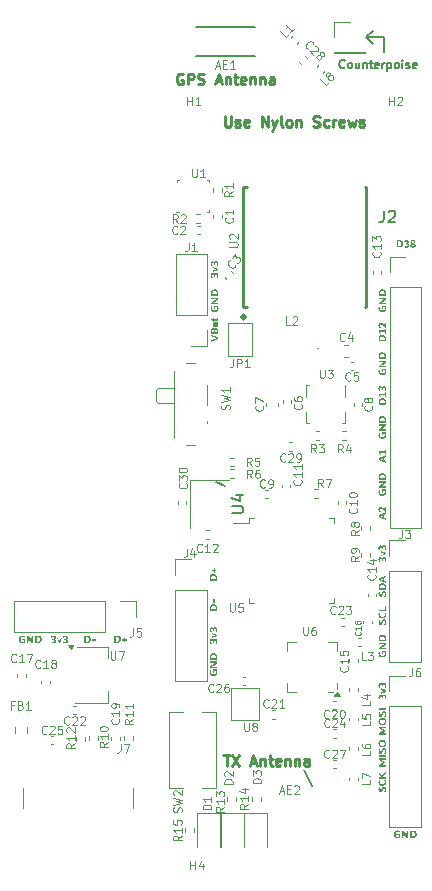
<source format=gbr>
%TF.GenerationSoftware,KiCad,Pcbnew,9.0.0*%
%TF.CreationDate,2026-01-11T16:58:41-05:00*%
%TF.ProjectId,Tiny4FSK,54696e79-3446-4534-9b2e-6b696361645f,rev?*%
%TF.SameCoordinates,Original*%
%TF.FileFunction,Legend,Top*%
%TF.FilePolarity,Positive*%
%FSLAX46Y46*%
G04 Gerber Fmt 4.6, Leading zero omitted, Abs format (unit mm)*
G04 Created by KiCad (PCBNEW 9.0.0) date 2026-01-11 16:58:41*
%MOMM*%
%LPD*%
G01*
G04 APERTURE LIST*
%ADD10C,0.200000*%
%ADD11C,0.175000*%
%ADD12C,0.150000*%
%ADD13C,0.225000*%
%ADD14C,0.100000*%
%ADD15C,0.125000*%
%ADD16C,0.120000*%
%ADD17C,0.254000*%
%ADD18C,0.300000*%
%ADD19C,0.152400*%
G04 APERTURE END LIST*
D10*
X158600000Y-38700000D02*
X157100000Y-38700000D01*
X157100000Y-38700000D02*
X157651877Y-39251877D01*
X157673515Y-38126485D02*
X157100000Y-38700000D01*
X152500000Y-102100000D02*
X151800000Y-100700000D01*
X158600000Y-39900000D02*
X158600000Y-38700000D01*
X145100000Y-76700000D02*
X144400000Y-76300000D01*
D11*
G36*
X158419911Y-76961604D02*
G01*
X158731418Y-76961604D01*
X158746581Y-76994077D01*
X158760855Y-77029358D01*
X158772181Y-77063314D01*
X158778093Y-77085215D01*
X158785396Y-77121459D01*
X158789994Y-77158171D01*
X158791887Y-77195350D01*
X158791942Y-77202842D01*
X158790568Y-77241639D01*
X158786449Y-77277759D01*
X158777438Y-77319145D01*
X158764136Y-77356349D01*
X158746543Y-77389370D01*
X158724660Y-77418208D01*
X158704063Y-77438268D01*
X158675094Y-77459841D01*
X158643112Y-77477758D01*
X158608115Y-77492018D01*
X158570105Y-77502622D01*
X158529082Y-77509570D01*
X158494093Y-77512495D01*
X158466586Y-77513153D01*
X158431774Y-77512122D01*
X158392600Y-77508163D01*
X158356264Y-77501235D01*
X158322765Y-77491337D01*
X158287268Y-77476037D01*
X158277835Y-77470923D01*
X158247228Y-77450966D01*
X158220482Y-77428194D01*
X158197598Y-77402608D01*
X158176174Y-77369921D01*
X158169440Y-77356715D01*
X158156183Y-77324284D01*
X158146182Y-77289971D01*
X158139437Y-77253776D01*
X158135948Y-77215700D01*
X158135417Y-77193097D01*
X158136919Y-77156075D01*
X158141427Y-77120021D01*
X158148941Y-77084935D01*
X158150804Y-77078034D01*
X158161700Y-77044388D01*
X158175368Y-77012478D01*
X158191807Y-76982304D01*
X158195427Y-76976478D01*
X158294932Y-77033582D01*
X158277678Y-77066483D01*
X158264661Y-77099663D01*
X158255883Y-77133120D01*
X158251040Y-77171698D01*
X158250651Y-77186258D01*
X158253260Y-77224067D01*
X158261090Y-77257458D01*
X158276429Y-77290209D01*
X158298586Y-77317191D01*
X158305190Y-77323034D01*
X158335302Y-77342856D01*
X158371270Y-77357015D01*
X158407545Y-77364757D01*
X158442207Y-77367943D01*
X158460773Y-77368341D01*
X158498991Y-77366869D01*
X158533374Y-77362451D01*
X158568640Y-77353574D01*
X158602554Y-77338521D01*
X158620288Y-77326454D01*
X158645660Y-77299038D01*
X158661243Y-77268196D01*
X158670264Y-77231264D01*
X158672775Y-77193952D01*
X158670684Y-77156982D01*
X158664409Y-77122754D01*
X158657901Y-77101457D01*
X158533093Y-77101457D01*
X158533093Y-77237378D01*
X158419911Y-77221649D01*
X158419911Y-76961604D01*
G37*
G36*
X158146359Y-76278750D02*
G01*
X158781000Y-76278750D01*
X158781000Y-76430400D01*
X158485221Y-76630264D01*
X158455103Y-76649803D01*
X158424559Y-76669122D01*
X158417175Y-76673690D01*
X158386443Y-76691086D01*
X158354294Y-76707007D01*
X158352036Y-76708055D01*
X158781000Y-76708055D01*
X158781000Y-76845002D01*
X158146359Y-76845002D01*
X158146359Y-76694378D01*
X158471544Y-76476733D01*
X158498386Y-76459123D01*
X158527379Y-76440540D01*
X158538051Y-76433990D01*
X158568769Y-76417216D01*
X158574297Y-76414671D01*
X158146359Y-76414671D01*
X158146359Y-76278750D01*
G37*
G36*
X158502157Y-75583058D02*
G01*
X158538219Y-75588143D01*
X158571865Y-75596618D01*
X158608065Y-75610790D01*
X158640975Y-75629576D01*
X158670466Y-75652208D01*
X158696406Y-75677916D01*
X158718796Y-75706699D01*
X158737635Y-75738559D01*
X158746806Y-75758146D01*
X158760129Y-75794012D01*
X158770180Y-75831449D01*
X158776959Y-75870457D01*
X158780165Y-75905143D01*
X158781000Y-75934929D01*
X158781000Y-76142657D01*
X158146359Y-76142657D01*
X158146359Y-76002804D01*
X158266551Y-76002804D01*
X158660808Y-76002804D01*
X158660808Y-75959549D01*
X158659803Y-75921155D01*
X158656790Y-75886844D01*
X158650999Y-75853122D01*
X158644736Y-75830466D01*
X158628908Y-75797624D01*
X158605531Y-75771417D01*
X158585752Y-75757633D01*
X158551889Y-75743616D01*
X158517871Y-75736475D01*
X158482865Y-75733398D01*
X158463679Y-75733013D01*
X158428983Y-75734402D01*
X158394471Y-75739286D01*
X158358792Y-75750030D01*
X158347591Y-75755239D01*
X158318771Y-75774786D01*
X158295148Y-75802745D01*
X158285699Y-75820721D01*
X158274797Y-75853146D01*
X158268813Y-75887287D01*
X158266626Y-75921810D01*
X158266551Y-75929971D01*
X158266551Y-76002804D01*
X158146359Y-76002804D01*
X158146359Y-75929971D01*
X158147484Y-75889753D01*
X158150858Y-75851848D01*
X158156481Y-75816257D01*
X158164353Y-75782979D01*
X158177357Y-75744635D01*
X158193876Y-75709906D01*
X158213909Y-75678792D01*
X158218337Y-75673003D01*
X158243306Y-75646603D01*
X158273225Y-75624677D01*
X158308094Y-75607226D01*
X158347914Y-75594250D01*
X158383334Y-75587090D01*
X158421922Y-75582795D01*
X158463679Y-75581363D01*
X158502157Y-75583058D01*
G37*
G36*
X136021183Y-89338714D02*
G01*
X136059087Y-89342088D01*
X136094679Y-89347711D01*
X136127956Y-89355583D01*
X136166300Y-89368587D01*
X136201029Y-89385106D01*
X136232144Y-89405139D01*
X136237933Y-89409567D01*
X136264333Y-89434536D01*
X136286259Y-89464455D01*
X136303709Y-89499324D01*
X136316686Y-89539144D01*
X136323845Y-89574564D01*
X136328141Y-89613152D01*
X136329573Y-89654909D01*
X136327878Y-89693387D01*
X136322793Y-89729449D01*
X136314318Y-89763095D01*
X136300146Y-89799295D01*
X136281359Y-89832205D01*
X136258728Y-89861696D01*
X136233020Y-89887636D01*
X136204236Y-89910026D01*
X136172376Y-89928865D01*
X136152790Y-89938036D01*
X136116923Y-89951359D01*
X136079486Y-89961410D01*
X136040478Y-89968189D01*
X136005793Y-89971395D01*
X135976007Y-89972230D01*
X135768278Y-89972230D01*
X135768278Y-89852038D01*
X135908132Y-89852038D01*
X135951387Y-89852038D01*
X135989781Y-89851033D01*
X136024092Y-89848020D01*
X136057813Y-89842229D01*
X136080469Y-89835966D01*
X136113312Y-89820138D01*
X136139518Y-89796761D01*
X136153303Y-89776982D01*
X136167320Y-89743119D01*
X136174460Y-89709101D01*
X136177538Y-89674095D01*
X136177922Y-89654909D01*
X136176533Y-89620213D01*
X136171650Y-89585701D01*
X136160905Y-89550022D01*
X136155696Y-89538821D01*
X136136150Y-89510001D01*
X136108191Y-89486378D01*
X136090215Y-89476929D01*
X136057790Y-89466027D01*
X136023649Y-89460043D01*
X135989125Y-89457856D01*
X135980965Y-89457781D01*
X135908132Y-89457781D01*
X135908132Y-89852038D01*
X135768278Y-89852038D01*
X135768278Y-89337589D01*
X135980965Y-89337589D01*
X136021183Y-89338714D01*
G37*
G36*
X136569615Y-89917519D02*
G01*
X136569615Y-89774246D01*
X136422922Y-89774246D01*
X136422922Y-89665851D01*
X136569615Y-89665851D01*
X136569615Y-89523604D01*
X136690661Y-89523604D01*
X136690661Y-89665851D01*
X136836499Y-89665851D01*
X136836499Y-89774246D01*
X136690661Y-89774246D01*
X136690661Y-89917519D01*
X136569615Y-89917519D01*
G37*
G36*
X144196395Y-84124602D02*
G01*
X144232457Y-84129687D01*
X144266103Y-84138162D01*
X144302303Y-84152334D01*
X144335213Y-84171121D01*
X144364704Y-84193752D01*
X144390644Y-84219460D01*
X144413034Y-84248244D01*
X144431873Y-84280104D01*
X144441044Y-84299690D01*
X144454367Y-84335557D01*
X144464418Y-84372994D01*
X144471197Y-84412002D01*
X144474403Y-84446687D01*
X144475238Y-84476473D01*
X144475238Y-84684202D01*
X143840597Y-84684202D01*
X143840597Y-84471515D01*
X143960789Y-84471515D01*
X143960789Y-84544348D01*
X144355046Y-84544348D01*
X144355046Y-84501093D01*
X144354041Y-84462699D01*
X144351028Y-84428388D01*
X144345237Y-84394667D01*
X144338974Y-84372011D01*
X144323146Y-84339168D01*
X144299769Y-84312962D01*
X144279990Y-84299177D01*
X144246127Y-84285160D01*
X144212109Y-84278020D01*
X144177103Y-84274942D01*
X144157917Y-84274558D01*
X144123221Y-84275947D01*
X144088709Y-84280830D01*
X144053030Y-84291575D01*
X144041829Y-84296784D01*
X144013009Y-84316330D01*
X143989386Y-84344289D01*
X143979937Y-84362265D01*
X143969035Y-84394690D01*
X143963051Y-84428831D01*
X143960864Y-84463355D01*
X143960789Y-84471515D01*
X143840597Y-84471515D01*
X143841722Y-84431297D01*
X143845096Y-84393393D01*
X143850719Y-84357801D01*
X143858591Y-84324524D01*
X143871595Y-84286180D01*
X143888114Y-84251451D01*
X143908147Y-84220336D01*
X143912575Y-84214547D01*
X143937544Y-84188147D01*
X143967463Y-84166221D01*
X144002332Y-84148771D01*
X144042152Y-84135794D01*
X144077572Y-84128635D01*
X144116160Y-84124339D01*
X144157917Y-84122907D01*
X144196395Y-84124602D01*
G37*
G36*
X144420527Y-83882865D02*
G01*
X144277254Y-83882865D01*
X144277254Y-84029558D01*
X144168859Y-84029558D01*
X144168859Y-83882865D01*
X144026612Y-83882865D01*
X144026612Y-83761819D01*
X144168859Y-83761819D01*
X144168859Y-83615981D01*
X144277254Y-83615981D01*
X144277254Y-83761819D01*
X144420527Y-83761819D01*
X144420527Y-83882865D01*
G37*
G36*
X158419911Y-61412034D02*
G01*
X158731418Y-61412034D01*
X158746581Y-61444507D01*
X158760855Y-61479788D01*
X158772181Y-61513744D01*
X158778093Y-61535645D01*
X158785396Y-61571889D01*
X158789994Y-61608601D01*
X158791887Y-61645780D01*
X158791942Y-61653272D01*
X158790568Y-61692069D01*
X158786449Y-61728189D01*
X158777438Y-61769575D01*
X158764136Y-61806779D01*
X158746543Y-61839800D01*
X158724660Y-61868638D01*
X158704063Y-61888698D01*
X158675094Y-61910271D01*
X158643112Y-61928188D01*
X158608115Y-61942448D01*
X158570105Y-61953052D01*
X158529082Y-61960000D01*
X158494093Y-61962925D01*
X158466586Y-61963583D01*
X158431774Y-61962552D01*
X158392600Y-61958593D01*
X158356264Y-61951665D01*
X158322765Y-61941767D01*
X158287268Y-61926467D01*
X158277835Y-61921353D01*
X158247228Y-61901396D01*
X158220482Y-61878624D01*
X158197598Y-61853038D01*
X158176174Y-61820351D01*
X158169440Y-61807145D01*
X158156183Y-61774714D01*
X158146182Y-61740401D01*
X158139437Y-61704206D01*
X158135948Y-61666130D01*
X158135417Y-61643527D01*
X158136919Y-61606505D01*
X158141427Y-61570451D01*
X158148941Y-61535365D01*
X158150804Y-61528464D01*
X158161700Y-61494818D01*
X158175368Y-61462908D01*
X158191807Y-61432734D01*
X158195427Y-61426908D01*
X158294932Y-61484012D01*
X158277678Y-61516913D01*
X158264661Y-61550093D01*
X158255883Y-61583550D01*
X158251040Y-61622128D01*
X158250651Y-61636688D01*
X158253260Y-61674497D01*
X158261090Y-61707888D01*
X158276429Y-61740639D01*
X158298586Y-61767621D01*
X158305190Y-61773464D01*
X158335302Y-61793286D01*
X158371270Y-61807445D01*
X158407545Y-61815187D01*
X158442207Y-61818373D01*
X158460773Y-61818771D01*
X158498991Y-61817299D01*
X158533374Y-61812881D01*
X158568640Y-61804004D01*
X158602554Y-61788951D01*
X158620288Y-61776884D01*
X158645660Y-61749468D01*
X158661243Y-61718626D01*
X158670264Y-61681694D01*
X158672775Y-61644382D01*
X158670684Y-61607412D01*
X158664409Y-61573184D01*
X158657901Y-61551887D01*
X158533093Y-61551887D01*
X158533093Y-61687808D01*
X158419911Y-61672079D01*
X158419911Y-61412034D01*
G37*
G36*
X158146359Y-60729180D02*
G01*
X158781000Y-60729180D01*
X158781000Y-60880830D01*
X158485221Y-61080694D01*
X158455103Y-61100233D01*
X158424559Y-61119552D01*
X158417175Y-61124120D01*
X158386443Y-61141516D01*
X158354294Y-61157437D01*
X158352036Y-61158485D01*
X158781000Y-61158485D01*
X158781000Y-61295432D01*
X158146359Y-61295432D01*
X158146359Y-61144808D01*
X158471544Y-60927163D01*
X158498386Y-60909553D01*
X158527379Y-60890970D01*
X158538051Y-60884420D01*
X158568769Y-60867646D01*
X158574297Y-60865101D01*
X158146359Y-60865101D01*
X158146359Y-60729180D01*
G37*
G36*
X158502157Y-60033488D02*
G01*
X158538219Y-60038573D01*
X158571865Y-60047048D01*
X158608065Y-60061220D01*
X158640975Y-60080006D01*
X158670466Y-60102638D01*
X158696406Y-60128346D01*
X158718796Y-60157129D01*
X158737635Y-60188989D01*
X158746806Y-60208576D01*
X158760129Y-60244442D01*
X158770180Y-60281879D01*
X158776959Y-60320887D01*
X158780165Y-60355573D01*
X158781000Y-60385359D01*
X158781000Y-60593087D01*
X158146359Y-60593087D01*
X158146359Y-60380401D01*
X158266551Y-60380401D01*
X158266551Y-60453234D01*
X158660808Y-60453234D01*
X158660808Y-60409979D01*
X158659803Y-60371585D01*
X158656790Y-60337274D01*
X158650999Y-60303552D01*
X158644736Y-60280896D01*
X158628908Y-60248054D01*
X158605531Y-60221847D01*
X158585752Y-60208063D01*
X158551889Y-60194046D01*
X158517871Y-60186905D01*
X158482865Y-60183828D01*
X158463679Y-60183443D01*
X158428983Y-60184832D01*
X158394471Y-60189716D01*
X158358792Y-60200460D01*
X158347591Y-60205669D01*
X158318771Y-60225216D01*
X158295148Y-60253175D01*
X158285699Y-60271151D01*
X158274797Y-60303576D01*
X158268813Y-60337717D01*
X158266626Y-60372240D01*
X158266551Y-60380401D01*
X158146359Y-60380401D01*
X158147484Y-60340183D01*
X158150858Y-60302278D01*
X158156481Y-60266687D01*
X158164353Y-60233409D01*
X158177357Y-60195065D01*
X158193876Y-60160336D01*
X158213909Y-60129222D01*
X158218337Y-60123433D01*
X158243306Y-60097033D01*
X158273225Y-60075107D01*
X158308094Y-60057656D01*
X158347914Y-60044680D01*
X158383334Y-60037520D01*
X158421922Y-60033225D01*
X158463679Y-60031793D01*
X158502157Y-60033488D01*
G37*
G36*
X144122919Y-92212034D02*
G01*
X144434426Y-92212034D01*
X144449589Y-92244507D01*
X144463863Y-92279788D01*
X144475189Y-92313744D01*
X144481101Y-92335645D01*
X144488404Y-92371889D01*
X144493002Y-92408601D01*
X144494895Y-92445780D01*
X144494950Y-92453272D01*
X144493576Y-92492069D01*
X144489457Y-92528189D01*
X144480446Y-92569575D01*
X144467144Y-92606779D01*
X144449551Y-92639800D01*
X144427668Y-92668638D01*
X144407071Y-92688698D01*
X144378102Y-92710271D01*
X144346120Y-92728188D01*
X144311123Y-92742448D01*
X144273113Y-92753052D01*
X144232090Y-92760000D01*
X144197101Y-92762925D01*
X144169594Y-92763583D01*
X144134782Y-92762552D01*
X144095608Y-92758593D01*
X144059272Y-92751665D01*
X144025773Y-92741767D01*
X143990276Y-92726467D01*
X143980843Y-92721353D01*
X143950236Y-92701396D01*
X143923490Y-92678624D01*
X143900606Y-92653038D01*
X143879182Y-92620351D01*
X143872448Y-92607145D01*
X143859191Y-92574714D01*
X143849190Y-92540401D01*
X143842445Y-92504206D01*
X143838956Y-92466130D01*
X143838425Y-92443527D01*
X143839927Y-92406505D01*
X143844435Y-92370451D01*
X143851949Y-92335365D01*
X143853812Y-92328464D01*
X143864708Y-92294818D01*
X143878376Y-92262908D01*
X143894815Y-92232734D01*
X143898435Y-92226908D01*
X143997940Y-92284012D01*
X143980686Y-92316913D01*
X143967669Y-92350093D01*
X143958891Y-92383550D01*
X143954048Y-92422128D01*
X143953659Y-92436688D01*
X143956268Y-92474497D01*
X143964098Y-92507888D01*
X143979437Y-92540639D01*
X144001594Y-92567621D01*
X144008198Y-92573464D01*
X144038310Y-92593286D01*
X144074278Y-92607445D01*
X144110553Y-92615187D01*
X144145215Y-92618373D01*
X144163781Y-92618771D01*
X144201999Y-92617299D01*
X144236382Y-92612881D01*
X144271648Y-92604004D01*
X144305562Y-92588951D01*
X144323296Y-92576884D01*
X144348668Y-92549468D01*
X144364251Y-92518626D01*
X144373272Y-92481694D01*
X144375783Y-92444382D01*
X144373692Y-92407412D01*
X144367417Y-92373184D01*
X144360909Y-92351887D01*
X144236101Y-92351887D01*
X144236101Y-92487808D01*
X144122919Y-92472079D01*
X144122919Y-92212034D01*
G37*
G36*
X143849367Y-91529180D02*
G01*
X144484008Y-91529180D01*
X144484008Y-91680830D01*
X144188229Y-91880694D01*
X144158111Y-91900233D01*
X144127567Y-91919552D01*
X144120183Y-91924120D01*
X144089451Y-91941516D01*
X144057302Y-91957437D01*
X144055044Y-91958485D01*
X144484008Y-91958485D01*
X144484008Y-92095432D01*
X143849367Y-92095432D01*
X143849367Y-91944808D01*
X144174552Y-91727163D01*
X144201394Y-91709553D01*
X144230387Y-91690970D01*
X144241059Y-91684420D01*
X144271777Y-91667646D01*
X144277305Y-91665101D01*
X143849367Y-91665101D01*
X143849367Y-91529180D01*
G37*
G36*
X144205165Y-90833488D02*
G01*
X144241227Y-90838573D01*
X144274873Y-90847048D01*
X144311073Y-90861220D01*
X144343983Y-90880006D01*
X144373474Y-90902638D01*
X144399414Y-90928346D01*
X144421804Y-90957129D01*
X144440643Y-90988989D01*
X144449814Y-91008576D01*
X144463137Y-91044442D01*
X144473188Y-91081879D01*
X144479967Y-91120887D01*
X144483173Y-91155573D01*
X144484008Y-91185359D01*
X144484008Y-91393087D01*
X143849367Y-91393087D01*
X143849367Y-91253234D01*
X143969559Y-91253234D01*
X144363816Y-91253234D01*
X144363816Y-91209979D01*
X144362811Y-91171585D01*
X144359798Y-91137274D01*
X144354007Y-91103552D01*
X144347744Y-91080896D01*
X144331916Y-91048054D01*
X144308539Y-91021847D01*
X144288760Y-91008063D01*
X144254897Y-90994046D01*
X144220879Y-90986905D01*
X144185873Y-90983828D01*
X144166687Y-90983443D01*
X144131991Y-90984832D01*
X144097479Y-90989716D01*
X144061800Y-91000460D01*
X144050599Y-91005669D01*
X144021779Y-91025216D01*
X143998156Y-91053175D01*
X143988707Y-91071151D01*
X143977805Y-91103576D01*
X143971821Y-91137717D01*
X143969634Y-91172240D01*
X143969559Y-91180401D01*
X143969559Y-91253234D01*
X143849367Y-91253234D01*
X143849367Y-91180401D01*
X143850492Y-91140183D01*
X143853866Y-91102278D01*
X143859489Y-91066687D01*
X143867361Y-91033409D01*
X143880365Y-90995065D01*
X143896884Y-90960336D01*
X143916917Y-90929222D01*
X143921345Y-90923433D01*
X143946314Y-90897033D01*
X143976233Y-90875107D01*
X144011102Y-90857656D01*
X144050922Y-90844680D01*
X144086342Y-90837520D01*
X144124930Y-90833225D01*
X144166687Y-90831793D01*
X144205165Y-90833488D01*
G37*
G36*
X158438547Y-94438485D02*
G01*
X158451010Y-94406600D01*
X158468601Y-94376914D01*
X158492502Y-94351240D01*
X158497360Y-94347358D01*
X158529185Y-94329022D01*
X158562455Y-94319648D01*
X158592591Y-94317267D01*
X158629714Y-94320177D01*
X158664210Y-94328904D01*
X158693292Y-94341887D01*
X158721987Y-94362429D01*
X158746480Y-94390204D01*
X158765099Y-94421730D01*
X158778075Y-94455118D01*
X158786044Y-94488860D01*
X158790657Y-94526428D01*
X158791942Y-94562438D01*
X158790840Y-94596860D01*
X158787082Y-94633026D01*
X158780658Y-94667414D01*
X158771425Y-94701819D01*
X158759687Y-94734262D01*
X158752618Y-94749651D01*
X158652088Y-94703318D01*
X158665890Y-94667718D01*
X158675175Y-94630739D01*
X158679636Y-94596711D01*
X158680640Y-94570474D01*
X158678095Y-94536122D01*
X158668523Y-94503026D01*
X158659098Y-94486699D01*
X158632683Y-94464515D01*
X158596865Y-94457121D01*
X158562837Y-94461981D01*
X158548480Y-94468405D01*
X158525125Y-94494341D01*
X158518390Y-94509780D01*
X158510536Y-94543061D01*
X158507618Y-94580110D01*
X158507448Y-94593042D01*
X158507448Y-94640230D01*
X158408969Y-94631339D01*
X158408969Y-94554574D01*
X158392892Y-94522429D01*
X158371579Y-94493540D01*
X158364175Y-94486699D01*
X158332617Y-94470282D01*
X158307413Y-94467037D01*
X158273619Y-94477058D01*
X158261251Y-94488237D01*
X158245833Y-94519802D01*
X158242786Y-94548761D01*
X158246992Y-94586792D01*
X158257792Y-94620347D01*
X158275239Y-94653668D01*
X158295958Y-94682630D01*
X158220047Y-94751531D01*
X158195666Y-94723037D01*
X158175418Y-94692907D01*
X158159302Y-94661141D01*
X158147318Y-94627738D01*
X158139466Y-94592699D01*
X158135747Y-94556024D01*
X158135417Y-94540896D01*
X158137026Y-94503774D01*
X158142589Y-94466588D01*
X158152126Y-94433677D01*
X158155762Y-94424637D01*
X158173305Y-94392460D01*
X158197465Y-94365144D01*
X158212695Y-94353684D01*
X158244087Y-94338408D01*
X158278809Y-94330920D01*
X158295958Y-94330090D01*
X158330643Y-94334177D01*
X158364312Y-94347830D01*
X158380759Y-94359155D01*
X158405795Y-94383935D01*
X158426792Y-94414678D01*
X158438547Y-94438485D01*
G37*
G36*
X158332374Y-93793586D02*
G01*
X158339384Y-93793586D01*
X158781000Y-93957034D01*
X158781000Y-94091929D01*
X158339384Y-94260334D01*
X158332374Y-94260334D01*
X158332374Y-94118600D01*
X158570535Y-94042690D01*
X158605730Y-94032595D01*
X158640940Y-94023822D01*
X158649353Y-94022002D01*
X158617552Y-94015163D01*
X158583586Y-94007506D01*
X158570535Y-94004221D01*
X158332374Y-93941304D01*
X158332374Y-93793586D01*
G37*
G36*
X158438547Y-93443440D02*
G01*
X158451010Y-93411555D01*
X158468601Y-93381869D01*
X158492502Y-93356195D01*
X158497360Y-93352313D01*
X158529185Y-93333976D01*
X158562455Y-93324602D01*
X158592591Y-93322222D01*
X158629714Y-93325131D01*
X158664210Y-93333859D01*
X158693292Y-93346842D01*
X158721987Y-93367384D01*
X158746480Y-93395159D01*
X158765099Y-93426685D01*
X158778075Y-93460073D01*
X158786044Y-93493815D01*
X158790657Y-93531383D01*
X158791942Y-93567393D01*
X158790840Y-93601814D01*
X158787082Y-93637980D01*
X158780658Y-93672369D01*
X158771425Y-93706774D01*
X158759687Y-93739216D01*
X158752618Y-93754605D01*
X158652088Y-93708272D01*
X158665890Y-93672673D01*
X158675175Y-93635694D01*
X158679636Y-93601665D01*
X158680640Y-93575429D01*
X158678095Y-93541077D01*
X158668523Y-93507981D01*
X158659098Y-93491653D01*
X158632683Y-93469470D01*
X158596865Y-93462076D01*
X158562837Y-93466935D01*
X158548480Y-93473360D01*
X158525125Y-93499296D01*
X158518390Y-93514734D01*
X158510536Y-93548016D01*
X158507618Y-93585064D01*
X158507448Y-93597997D01*
X158507448Y-93645184D01*
X158408969Y-93636294D01*
X158408969Y-93559528D01*
X158392892Y-93527383D01*
X158371579Y-93498495D01*
X158364175Y-93491653D01*
X158332617Y-93475237D01*
X158307413Y-93471992D01*
X158273619Y-93482012D01*
X158261251Y-93493192D01*
X158245833Y-93524756D01*
X158242786Y-93553715D01*
X158246992Y-93591746D01*
X158257792Y-93625302D01*
X158275239Y-93658622D01*
X158295958Y-93687585D01*
X158220047Y-93756486D01*
X158195666Y-93727992D01*
X158175418Y-93697862D01*
X158159302Y-93666096D01*
X158147318Y-93632693D01*
X158139466Y-93597654D01*
X158135747Y-93560979D01*
X158135417Y-93545851D01*
X158137026Y-93508729D01*
X158142589Y-93471543D01*
X158152126Y-93438631D01*
X158155762Y-93429591D01*
X158173305Y-93397414D01*
X158197465Y-93370098D01*
X158212695Y-93358639D01*
X158244087Y-93343363D01*
X158278809Y-93335874D01*
X158295958Y-93335045D01*
X158330643Y-93339132D01*
X158364312Y-93352785D01*
X158380759Y-93364110D01*
X158405795Y-93388890D01*
X158426792Y-93419632D01*
X158438547Y-93443440D01*
G37*
G36*
X158502157Y-63870473D02*
G01*
X158538219Y-63875558D01*
X158571865Y-63884033D01*
X158608065Y-63898205D01*
X158640975Y-63916992D01*
X158670466Y-63939623D01*
X158696406Y-63965331D01*
X158718796Y-63994115D01*
X158737635Y-64025975D01*
X158746806Y-64045561D01*
X158760129Y-64081428D01*
X158770180Y-64118865D01*
X158776959Y-64157873D01*
X158780165Y-64192558D01*
X158781000Y-64222344D01*
X158781000Y-64430073D01*
X158146359Y-64430073D01*
X158146359Y-64290219D01*
X158266551Y-64290219D01*
X158660808Y-64290219D01*
X158660808Y-64246964D01*
X158659803Y-64208570D01*
X158656790Y-64174259D01*
X158650999Y-64140538D01*
X158644736Y-64117882D01*
X158628908Y-64085039D01*
X158605531Y-64058833D01*
X158585752Y-64045048D01*
X158551889Y-64031031D01*
X158517871Y-64023891D01*
X158482865Y-64020813D01*
X158463679Y-64020429D01*
X158428983Y-64021818D01*
X158394471Y-64026701D01*
X158358792Y-64037446D01*
X158347591Y-64042655D01*
X158318771Y-64062201D01*
X158295148Y-64090160D01*
X158285699Y-64108136D01*
X158274797Y-64140561D01*
X158268813Y-64174702D01*
X158266626Y-64209226D01*
X158266551Y-64217386D01*
X158266551Y-64290219D01*
X158146359Y-64290219D01*
X158146359Y-64217386D01*
X158147484Y-64177168D01*
X158150858Y-64139264D01*
X158156481Y-64103672D01*
X158164353Y-64070395D01*
X158177357Y-64032051D01*
X158193876Y-63997322D01*
X158213909Y-63966207D01*
X158218337Y-63960418D01*
X158243306Y-63934018D01*
X158273225Y-63912092D01*
X158308094Y-63894642D01*
X158347914Y-63881665D01*
X158383334Y-63874506D01*
X158421922Y-63870210D01*
X158463679Y-63868778D01*
X158502157Y-63870473D01*
G37*
G36*
X158668672Y-63473154D02*
G01*
X158668672Y-63355013D01*
X158781000Y-63355013D01*
X158781000Y-63764658D01*
X158668672Y-63764658D01*
X158668672Y-63609075D01*
X158288606Y-63609075D01*
X158344342Y-63728241D01*
X158267919Y-63782438D01*
X158146359Y-63609075D01*
X158146359Y-63473154D01*
X158668672Y-63473154D01*
G37*
G36*
X158314422Y-62833213D02*
G01*
X158350278Y-62835978D01*
X158386037Y-62844273D01*
X158409824Y-62852875D01*
X158440825Y-62868152D01*
X158471125Y-62887012D01*
X158499966Y-62907841D01*
X158518903Y-62922801D01*
X158547107Y-62946723D01*
X158573313Y-62970301D01*
X158601395Y-62996716D01*
X158626229Y-63020895D01*
X158652365Y-63047045D01*
X158668672Y-63063681D01*
X158668672Y-62835265D01*
X158781000Y-62835265D01*
X158781000Y-63268503D01*
X158717057Y-63268503D01*
X158688037Y-63239611D01*
X158660562Y-63212521D01*
X158634630Y-63187230D01*
X158604388Y-63158150D01*
X158576557Y-63131882D01*
X158551140Y-63108428D01*
X158528135Y-63087787D01*
X158498818Y-63062676D01*
X158472054Y-63041197D01*
X158441394Y-63018918D01*
X158414953Y-63002644D01*
X158383273Y-62988267D01*
X158348561Y-62979880D01*
X158334426Y-62979050D01*
X158299847Y-62984735D01*
X158274073Y-63001789D01*
X158256655Y-63032804D01*
X158252531Y-63064706D01*
X158256826Y-63099587D01*
X158267748Y-63129162D01*
X158285168Y-63159376D01*
X158305372Y-63187506D01*
X158312542Y-63196524D01*
X158227912Y-63267477D01*
X158205055Y-63240563D01*
X158185146Y-63211944D01*
X158168185Y-63181622D01*
X158160036Y-63164040D01*
X158148135Y-63131608D01*
X158139480Y-63094843D01*
X158135633Y-63057309D01*
X158135417Y-63045900D01*
X158137337Y-63008513D01*
X158143097Y-62973932D01*
X158153869Y-62939132D01*
X158155078Y-62936137D01*
X158170923Y-62905727D01*
X158193783Y-62877989D01*
X158214747Y-62860910D01*
X158247517Y-62844032D01*
X158282414Y-62835404D01*
X158314422Y-62833213D01*
G37*
G36*
X159987965Y-106119911D02*
G01*
X159987965Y-106431418D01*
X159955492Y-106446581D01*
X159920211Y-106460855D01*
X159886255Y-106472181D01*
X159864354Y-106478093D01*
X159828110Y-106485396D01*
X159791398Y-106489994D01*
X159754219Y-106491887D01*
X159746727Y-106491942D01*
X159707930Y-106490568D01*
X159671810Y-106486449D01*
X159630424Y-106477438D01*
X159593220Y-106464136D01*
X159560199Y-106446543D01*
X159531361Y-106424660D01*
X159511301Y-106404063D01*
X159489728Y-106375094D01*
X159471811Y-106343112D01*
X159457551Y-106308115D01*
X159446947Y-106270105D01*
X159439999Y-106229082D01*
X159437074Y-106194093D01*
X159436416Y-106166586D01*
X159437447Y-106131774D01*
X159441406Y-106092600D01*
X159448334Y-106056264D01*
X159458232Y-106022765D01*
X159473532Y-105987268D01*
X159478646Y-105977835D01*
X159498603Y-105947228D01*
X159521375Y-105920482D01*
X159546961Y-105897598D01*
X159579648Y-105876174D01*
X159592854Y-105869440D01*
X159625285Y-105856183D01*
X159659598Y-105846182D01*
X159695793Y-105839437D01*
X159733869Y-105835948D01*
X159756472Y-105835417D01*
X159793494Y-105836919D01*
X159829548Y-105841427D01*
X159864634Y-105848941D01*
X159871535Y-105850804D01*
X159905181Y-105861700D01*
X159937091Y-105875368D01*
X159967265Y-105891807D01*
X159973091Y-105895427D01*
X159915987Y-105994932D01*
X159883086Y-105977678D01*
X159849906Y-105964661D01*
X159816449Y-105955883D01*
X159777871Y-105951040D01*
X159763311Y-105950651D01*
X159725502Y-105953260D01*
X159692111Y-105961090D01*
X159659360Y-105976429D01*
X159632378Y-105998586D01*
X159626535Y-106005190D01*
X159606713Y-106035302D01*
X159592554Y-106071270D01*
X159584812Y-106107545D01*
X159581626Y-106142207D01*
X159581228Y-106160773D01*
X159582700Y-106198991D01*
X159587118Y-106233374D01*
X159595995Y-106268640D01*
X159611048Y-106302554D01*
X159623115Y-106320288D01*
X159650531Y-106345660D01*
X159681373Y-106361243D01*
X159718305Y-106370264D01*
X159755617Y-106372775D01*
X159792587Y-106370684D01*
X159826815Y-106364409D01*
X159848112Y-106357901D01*
X159848112Y-106233093D01*
X159712191Y-106233093D01*
X159727920Y-106119911D01*
X159987965Y-106119911D01*
G37*
G36*
X160670819Y-105846359D02*
G01*
X160670819Y-106481000D01*
X160519169Y-106481000D01*
X160319305Y-106185221D01*
X160299766Y-106155103D01*
X160280447Y-106124559D01*
X160275879Y-106117175D01*
X160258483Y-106086443D01*
X160242562Y-106054294D01*
X160241514Y-106052036D01*
X160241514Y-106481000D01*
X160104567Y-106481000D01*
X160104567Y-105846359D01*
X160255191Y-105846359D01*
X160472836Y-106171544D01*
X160490446Y-106198386D01*
X160509029Y-106227379D01*
X160515579Y-106238051D01*
X160532353Y-106268769D01*
X160534898Y-106274297D01*
X160534898Y-105846359D01*
X160670819Y-105846359D01*
G37*
G36*
X161059816Y-105847484D02*
G01*
X161097721Y-105850858D01*
X161133312Y-105856481D01*
X161166590Y-105864353D01*
X161204934Y-105877357D01*
X161239663Y-105893876D01*
X161270777Y-105913909D01*
X161276566Y-105918337D01*
X161302966Y-105943306D01*
X161324892Y-105973225D01*
X161342343Y-106008094D01*
X161355319Y-106047914D01*
X161362479Y-106083334D01*
X161366774Y-106121922D01*
X161368206Y-106163679D01*
X161366511Y-106202157D01*
X161361426Y-106238219D01*
X161352951Y-106271865D01*
X161338779Y-106308065D01*
X161319993Y-106340975D01*
X161297361Y-106370466D01*
X161271653Y-106396406D01*
X161242870Y-106418796D01*
X161211010Y-106437635D01*
X161191423Y-106446806D01*
X161155557Y-106460129D01*
X161118120Y-106470180D01*
X161079112Y-106476959D01*
X161044426Y-106480165D01*
X161014640Y-106481000D01*
X160806912Y-106481000D01*
X160806912Y-105966551D01*
X160946765Y-105966551D01*
X160946765Y-106360808D01*
X160990020Y-106360808D01*
X161028414Y-106359803D01*
X161062725Y-106356790D01*
X161096447Y-106350999D01*
X161119103Y-106344736D01*
X161151945Y-106328908D01*
X161178152Y-106305531D01*
X161191936Y-106285752D01*
X161205953Y-106251889D01*
X161213094Y-106217871D01*
X161216171Y-106182865D01*
X161216556Y-106163679D01*
X161215167Y-106128983D01*
X161210283Y-106094471D01*
X161199539Y-106058792D01*
X161194330Y-106047591D01*
X161174783Y-106018771D01*
X161146824Y-105995148D01*
X161128848Y-105985699D01*
X161096423Y-105974797D01*
X161062282Y-105968813D01*
X161027759Y-105966626D01*
X161019598Y-105966551D01*
X160946765Y-105966551D01*
X160806912Y-105966551D01*
X160806912Y-105846359D01*
X161019598Y-105846359D01*
X161059816Y-105847484D01*
G37*
G36*
X130720787Y-89647061D02*
G01*
X130752672Y-89659524D01*
X130782358Y-89677115D01*
X130808032Y-89701016D01*
X130811914Y-89705874D01*
X130830250Y-89737699D01*
X130839624Y-89770969D01*
X130842005Y-89801105D01*
X130839095Y-89838228D01*
X130830368Y-89872724D01*
X130817385Y-89901806D01*
X130796843Y-89930501D01*
X130769068Y-89954994D01*
X130737542Y-89973613D01*
X130704154Y-89986589D01*
X130670412Y-89994558D01*
X130632844Y-89999171D01*
X130596834Y-90000456D01*
X130562412Y-89999354D01*
X130526246Y-89995596D01*
X130491858Y-89989172D01*
X130457453Y-89979939D01*
X130425010Y-89968201D01*
X130409621Y-89961132D01*
X130455954Y-89860602D01*
X130491554Y-89874404D01*
X130528533Y-89883689D01*
X130562561Y-89888150D01*
X130588798Y-89889154D01*
X130623150Y-89886609D01*
X130656246Y-89877037D01*
X130672573Y-89867612D01*
X130694757Y-89841197D01*
X130702151Y-89805379D01*
X130697291Y-89771351D01*
X130690867Y-89756994D01*
X130664931Y-89733639D01*
X130649492Y-89726904D01*
X130616211Y-89719050D01*
X130579162Y-89716132D01*
X130566230Y-89715962D01*
X130519042Y-89715962D01*
X130527933Y-89617483D01*
X130604698Y-89617483D01*
X130636843Y-89601406D01*
X130665732Y-89580093D01*
X130672573Y-89572689D01*
X130688990Y-89541131D01*
X130692235Y-89515927D01*
X130682214Y-89482133D01*
X130671035Y-89469765D01*
X130639470Y-89454347D01*
X130610511Y-89451300D01*
X130572480Y-89455506D01*
X130538925Y-89466306D01*
X130505604Y-89483753D01*
X130476642Y-89504472D01*
X130407741Y-89428561D01*
X130436235Y-89404180D01*
X130466365Y-89383932D01*
X130498131Y-89367816D01*
X130531534Y-89355832D01*
X130566573Y-89347980D01*
X130603248Y-89344261D01*
X130618376Y-89343931D01*
X130655498Y-89345540D01*
X130692684Y-89351103D01*
X130725595Y-89360640D01*
X130734635Y-89364276D01*
X130766812Y-89381819D01*
X130794128Y-89405979D01*
X130805588Y-89421209D01*
X130820864Y-89452601D01*
X130828352Y-89487323D01*
X130829182Y-89504472D01*
X130825095Y-89539157D01*
X130811442Y-89572826D01*
X130800117Y-89589273D01*
X130775337Y-89614309D01*
X130744594Y-89635306D01*
X130720787Y-89647061D01*
G37*
G36*
X131365686Y-89540888D02*
G01*
X131365686Y-89547898D01*
X131202238Y-89989514D01*
X131067343Y-89989514D01*
X130898938Y-89547898D01*
X130898938Y-89540888D01*
X131040672Y-89540888D01*
X131116582Y-89779049D01*
X131126677Y-89814244D01*
X131135450Y-89849454D01*
X131137270Y-89857867D01*
X131144109Y-89826066D01*
X131151766Y-89792100D01*
X131155051Y-89779049D01*
X131217968Y-89540888D01*
X131365686Y-89540888D01*
G37*
G36*
X131715832Y-89647061D02*
G01*
X131747717Y-89659524D01*
X131777403Y-89677115D01*
X131803077Y-89701016D01*
X131806959Y-89705874D01*
X131825296Y-89737699D01*
X131834670Y-89770969D01*
X131837050Y-89801105D01*
X131834141Y-89838228D01*
X131825413Y-89872724D01*
X131812430Y-89901806D01*
X131791888Y-89930501D01*
X131764113Y-89954994D01*
X131732587Y-89973613D01*
X131699199Y-89986589D01*
X131665457Y-89994558D01*
X131627889Y-89999171D01*
X131591879Y-90000456D01*
X131557458Y-89999354D01*
X131521292Y-89995596D01*
X131486903Y-89989172D01*
X131452498Y-89979939D01*
X131420056Y-89968201D01*
X131404667Y-89961132D01*
X131451000Y-89860602D01*
X131486599Y-89874404D01*
X131523578Y-89883689D01*
X131557607Y-89888150D01*
X131583843Y-89889154D01*
X131618195Y-89886609D01*
X131651291Y-89877037D01*
X131667619Y-89867612D01*
X131689802Y-89841197D01*
X131697196Y-89805379D01*
X131692337Y-89771351D01*
X131685912Y-89756994D01*
X131659976Y-89733639D01*
X131644538Y-89726904D01*
X131611256Y-89719050D01*
X131574208Y-89716132D01*
X131561275Y-89715962D01*
X131514088Y-89715962D01*
X131522978Y-89617483D01*
X131599744Y-89617483D01*
X131631889Y-89601406D01*
X131660777Y-89580093D01*
X131667619Y-89572689D01*
X131684035Y-89541131D01*
X131687280Y-89515927D01*
X131677260Y-89482133D01*
X131666080Y-89469765D01*
X131634516Y-89454347D01*
X131605557Y-89451300D01*
X131567526Y-89455506D01*
X131533970Y-89466306D01*
X131500650Y-89483753D01*
X131471687Y-89504472D01*
X131402786Y-89428561D01*
X131431280Y-89404180D01*
X131461410Y-89383932D01*
X131493176Y-89367816D01*
X131526579Y-89355832D01*
X131561618Y-89347980D01*
X131598293Y-89344261D01*
X131613421Y-89343931D01*
X131650543Y-89345540D01*
X131687729Y-89351103D01*
X131720641Y-89360640D01*
X131729681Y-89364276D01*
X131761858Y-89381819D01*
X131789174Y-89405979D01*
X131800633Y-89421209D01*
X131815909Y-89452601D01*
X131823398Y-89487323D01*
X131824227Y-89504472D01*
X131820140Y-89539157D01*
X131806487Y-89572826D01*
X131795162Y-89589273D01*
X131770382Y-89614309D01*
X131739640Y-89635306D01*
X131715832Y-89647061D01*
G37*
G36*
X158791942Y-102370209D02*
G01*
X158790742Y-102406446D01*
X158787144Y-102441300D01*
X158779272Y-102482922D01*
X158767652Y-102522381D01*
X158752284Y-102559678D01*
X158733168Y-102594813D01*
X158715176Y-102621364D01*
X158617552Y-102558276D01*
X158637307Y-102524107D01*
X158652975Y-102490203D01*
X158664556Y-102456563D01*
X158672049Y-102423188D01*
X158675625Y-102384585D01*
X158675682Y-102379099D01*
X158673642Y-102343297D01*
X158665969Y-102308382D01*
X158658414Y-102290879D01*
X158633386Y-102265027D01*
X158606439Y-102258907D01*
X158573150Y-102268074D01*
X158571390Y-102269337D01*
X158549286Y-102296503D01*
X158544377Y-102305753D01*
X158529588Y-102338323D01*
X158516140Y-102371390D01*
X158511209Y-102384057D01*
X158502489Y-102406625D01*
X158488995Y-102440165D01*
X158474383Y-102472863D01*
X158457377Y-102505753D01*
X158455986Y-102508182D01*
X158435728Y-102536730D01*
X158409305Y-102561732D01*
X158398711Y-102569218D01*
X158367186Y-102583830D01*
X158332677Y-102590706D01*
X158310148Y-102591786D01*
X158275113Y-102588430D01*
X158241048Y-102576986D01*
X158211669Y-102557421D01*
X158187099Y-102531354D01*
X158167459Y-102500641D01*
X158153882Y-102468688D01*
X158144144Y-102434146D01*
X158138013Y-102398269D01*
X158135489Y-102361057D01*
X158135417Y-102353454D01*
X158137203Y-102318622D01*
X158142563Y-102283156D01*
X158151495Y-102247055D01*
X158153711Y-102239759D01*
X158165271Y-102207205D01*
X158179562Y-102175517D01*
X158196586Y-102144694D01*
X158207224Y-102127944D01*
X158303822Y-102191887D01*
X158286051Y-102223153D01*
X158270905Y-102254313D01*
X158262448Y-102275662D01*
X158253244Y-102311080D01*
X158249737Y-102346442D01*
X158249625Y-102354309D01*
X158252164Y-102388950D01*
X158263149Y-102422670D01*
X158265012Y-102425774D01*
X158292607Y-102447974D01*
X158306387Y-102449881D01*
X158335623Y-102440136D01*
X158357550Y-102412204D01*
X158361610Y-102404574D01*
X158375672Y-102373286D01*
X158388672Y-102339556D01*
X158391872Y-102330715D01*
X158399565Y-102309002D01*
X158412497Y-102275518D01*
X158426295Y-102242786D01*
X158442059Y-102209724D01*
X158443334Y-102207274D01*
X158462771Y-102177662D01*
X158488020Y-102152169D01*
X158501635Y-102141793D01*
X158533122Y-102125540D01*
X158567520Y-102117231D01*
X158599600Y-102115122D01*
X158637184Y-102118394D01*
X158670860Y-102128212D01*
X158703392Y-102146570D01*
X158706115Y-102148632D01*
X158733169Y-102174519D01*
X158753312Y-102202996D01*
X158769213Y-102236181D01*
X158770570Y-102239759D01*
X158780901Y-102273372D01*
X158787851Y-102309392D01*
X158791190Y-102343431D01*
X158791942Y-102370209D01*
G37*
G36*
X158791942Y-101749930D02*
G01*
X158790568Y-101788719D01*
X158786449Y-101824815D01*
X158777438Y-101866148D01*
X158764136Y-101903274D01*
X158746543Y-101936192D01*
X158724660Y-101964903D01*
X158704063Y-101984842D01*
X158675140Y-102006268D01*
X158643295Y-102024062D01*
X158608529Y-102038225D01*
X158570840Y-102048756D01*
X158530230Y-102055656D01*
X158495638Y-102058561D01*
X158468466Y-102059214D01*
X158432275Y-102058204D01*
X158391756Y-102054325D01*
X158354409Y-102047537D01*
X158320237Y-102037840D01*
X158284380Y-102022850D01*
X158274928Y-102017840D01*
X158244395Y-101998446D01*
X158217870Y-101976466D01*
X158192465Y-101948181D01*
X158172296Y-101916520D01*
X158168072Y-101908077D01*
X158153785Y-101872804D01*
X158143581Y-101835372D01*
X158138000Y-101800849D01*
X158135544Y-101764673D01*
X158135417Y-101754033D01*
X158136819Y-101717405D01*
X158141027Y-101682747D01*
X158148895Y-101646898D01*
X158149778Y-101643757D01*
X158161352Y-101609200D01*
X158175030Y-101577784D01*
X158191713Y-101546369D01*
X158193547Y-101543227D01*
X158296983Y-101595373D01*
X158279330Y-101626530D01*
X158266012Y-101658817D01*
X158257030Y-101692232D01*
X158252384Y-101726777D01*
X158251676Y-101747023D01*
X158254944Y-101786012D01*
X158264745Y-101819803D01*
X158286185Y-101854731D01*
X158317836Y-101881536D01*
X158350507Y-101897132D01*
X158389713Y-101907529D01*
X158435452Y-101912727D01*
X158460773Y-101913377D01*
X158498057Y-101911754D01*
X158537103Y-101905759D01*
X158571356Y-101895345D01*
X158604631Y-101878034D01*
X158618920Y-101867215D01*
X158642482Y-101841644D01*
X158659312Y-101811265D01*
X158669410Y-101776077D01*
X158672723Y-101741344D01*
X158672775Y-101736081D01*
X158670616Y-101700294D01*
X158663508Y-101666527D01*
X158661491Y-101660341D01*
X158647728Y-101627131D01*
X158630633Y-101594675D01*
X158629349Y-101592466D01*
X158727828Y-101538269D01*
X158746094Y-101571267D01*
X158761354Y-101603798D01*
X158773609Y-101635862D01*
X158775699Y-101642219D01*
X158784947Y-101677779D01*
X158790355Y-101714874D01*
X158791942Y-101749930D01*
G37*
G36*
X158446069Y-101168974D02*
G01*
X158773135Y-100903115D01*
X158781000Y-100903115D01*
X158781000Y-101073401D01*
X158466586Y-101319598D01*
X158781000Y-101319598D01*
X158781000Y-101459452D01*
X158146359Y-101459452D01*
X158146359Y-101319598D01*
X158440256Y-101319598D01*
X158146359Y-101074427D01*
X158146359Y-100916793D01*
X158154224Y-100916793D01*
X158446069Y-101168974D01*
G37*
G36*
X159922831Y-55847484D02*
G01*
X159960735Y-55850858D01*
X159996327Y-55856481D01*
X160029604Y-55864353D01*
X160067948Y-55877357D01*
X160102677Y-55893876D01*
X160133792Y-55913909D01*
X160139581Y-55918337D01*
X160165981Y-55943306D01*
X160187907Y-55973225D01*
X160205357Y-56008094D01*
X160218334Y-56047914D01*
X160225493Y-56083334D01*
X160229789Y-56121922D01*
X160231221Y-56163679D01*
X160229526Y-56202157D01*
X160224441Y-56238219D01*
X160215966Y-56271865D01*
X160201794Y-56308065D01*
X160183007Y-56340975D01*
X160160376Y-56370466D01*
X160134668Y-56396406D01*
X160105884Y-56418796D01*
X160074024Y-56437635D01*
X160054438Y-56446806D01*
X160018571Y-56460129D01*
X159981134Y-56470180D01*
X159942126Y-56476959D01*
X159907441Y-56480165D01*
X159877655Y-56481000D01*
X159669926Y-56481000D01*
X159669926Y-56360808D01*
X159809780Y-56360808D01*
X159853035Y-56360808D01*
X159891429Y-56359803D01*
X159925740Y-56356790D01*
X159959461Y-56350999D01*
X159982117Y-56344736D01*
X160014960Y-56328908D01*
X160041166Y-56305531D01*
X160054951Y-56285752D01*
X160068968Y-56251889D01*
X160076108Y-56217871D01*
X160079186Y-56182865D01*
X160079570Y-56163679D01*
X160078181Y-56128983D01*
X160073298Y-56094471D01*
X160062553Y-56058792D01*
X160057344Y-56047591D01*
X160037798Y-56018771D01*
X160009839Y-55995148D01*
X159991863Y-55985699D01*
X159959438Y-55974797D01*
X159925297Y-55968813D01*
X159890773Y-55966626D01*
X159882613Y-55966551D01*
X159809780Y-55966551D01*
X159809780Y-56360808D01*
X159669926Y-56360808D01*
X159669926Y-55846359D01*
X159882613Y-55846359D01*
X159922831Y-55847484D01*
G37*
G36*
X160616929Y-56138547D02*
G01*
X160648814Y-56151010D01*
X160678500Y-56168601D01*
X160704174Y-56192502D01*
X160708056Y-56197360D01*
X160726393Y-56229185D01*
X160735767Y-56262455D01*
X160738147Y-56292591D01*
X160735238Y-56329714D01*
X160726510Y-56364210D01*
X160713527Y-56393292D01*
X160692985Y-56421987D01*
X160665210Y-56446480D01*
X160633684Y-56465099D01*
X160600296Y-56478075D01*
X160566554Y-56486044D01*
X160528986Y-56490657D01*
X160492976Y-56491942D01*
X160458555Y-56490840D01*
X160422389Y-56487082D01*
X160388000Y-56480658D01*
X160353595Y-56471425D01*
X160321152Y-56459687D01*
X160305764Y-56452618D01*
X160352096Y-56352088D01*
X160387696Y-56365890D01*
X160424675Y-56375175D01*
X160458704Y-56379636D01*
X160484940Y-56380640D01*
X160519292Y-56378095D01*
X160552388Y-56368523D01*
X160568715Y-56359098D01*
X160590899Y-56332683D01*
X160598293Y-56296865D01*
X160593434Y-56262837D01*
X160587009Y-56248480D01*
X160561073Y-56225125D01*
X160545635Y-56218390D01*
X160512353Y-56210536D01*
X160475304Y-56207618D01*
X160462372Y-56207448D01*
X160415184Y-56207448D01*
X160424075Y-56108969D01*
X160500840Y-56108969D01*
X160532985Y-56092892D01*
X160561874Y-56071579D01*
X160568715Y-56064175D01*
X160585132Y-56032617D01*
X160588377Y-56007413D01*
X160578357Y-55973619D01*
X160567177Y-55961251D01*
X160535612Y-55945833D01*
X160506653Y-55942786D01*
X160468622Y-55946992D01*
X160435067Y-55957792D01*
X160401746Y-55975239D01*
X160372784Y-55995958D01*
X160303883Y-55920047D01*
X160332377Y-55895666D01*
X160362507Y-55875418D01*
X160394273Y-55859302D01*
X160427676Y-55847318D01*
X160462715Y-55839466D01*
X160499390Y-55835747D01*
X160514518Y-55835417D01*
X160551640Y-55837026D01*
X160588826Y-55842589D01*
X160621738Y-55852126D01*
X160630778Y-55855762D01*
X160662955Y-55873305D01*
X160690271Y-55897465D01*
X160701730Y-55912695D01*
X160717006Y-55944087D01*
X160724495Y-55978809D01*
X160725324Y-55995958D01*
X160721237Y-56030643D01*
X160707584Y-56064312D01*
X160696259Y-56080759D01*
X160671479Y-56105795D01*
X160640737Y-56126792D01*
X160616929Y-56138547D01*
G37*
G36*
X161098419Y-55837040D02*
G01*
X161133568Y-55842650D01*
X161168260Y-55853449D01*
X161174120Y-55855933D01*
X161205744Y-55873260D01*
X161232950Y-55896697D01*
X161244560Y-55911327D01*
X161261039Y-55943697D01*
X161268290Y-55979470D01*
X161268667Y-55990316D01*
X161263529Y-56024453D01*
X161248116Y-56057004D01*
X161222427Y-56087967D01*
X161192229Y-56113244D01*
X161161297Y-56133418D01*
X161191796Y-56150814D01*
X161220367Y-56169791D01*
X161238576Y-56184025D01*
X161263630Y-56209062D01*
X161283399Y-56238666D01*
X161284396Y-56240616D01*
X161296321Y-56273955D01*
X161300281Y-56309247D01*
X161300296Y-56311739D01*
X161296983Y-56348649D01*
X161287043Y-56381802D01*
X161272257Y-56408679D01*
X161247693Y-56436296D01*
X161218967Y-56456965D01*
X161191046Y-56470570D01*
X161155593Y-56481840D01*
X161119889Y-56488414D01*
X161085131Y-56491420D01*
X161061964Y-56491942D01*
X161025814Y-56490670D01*
X160988237Y-56486200D01*
X160953933Y-56478510D01*
X160932882Y-56471596D01*
X160901553Y-56456970D01*
X160872722Y-56436716D01*
X160849790Y-56412099D01*
X160832079Y-56380675D01*
X160822542Y-56344875D01*
X160820725Y-56318578D01*
X160822656Y-56302336D01*
X160961434Y-56302336D01*
X160968237Y-56337202D01*
X160985540Y-56362517D01*
X161016443Y-56380597D01*
X161051560Y-56386412D01*
X161060938Y-56386624D01*
X161095842Y-56383270D01*
X161117529Y-56376024D01*
X161145407Y-56354458D01*
X161149501Y-56348327D01*
X161159378Y-56315238D01*
X161159417Y-56312936D01*
X161153598Y-56278988D01*
X161147107Y-56266603D01*
X161123064Y-56241983D01*
X161112571Y-56235145D01*
X161081176Y-56218021D01*
X161049428Y-56202157D01*
X161040251Y-56197702D01*
X161010839Y-56216648D01*
X160984757Y-56240600D01*
X160978702Y-56248651D01*
X160964283Y-56279949D01*
X160961434Y-56302336D01*
X160822656Y-56302336D01*
X160825005Y-56282586D01*
X160837844Y-56249239D01*
X160851158Y-56228477D01*
X160877309Y-56201266D01*
X160906309Y-56179964D01*
X160937832Y-56161756D01*
X160955621Y-56152908D01*
X160926659Y-56132447D01*
X160898385Y-56106064D01*
X160877179Y-56077686D01*
X160861373Y-56042055D01*
X160855188Y-56003709D01*
X160855105Y-55998864D01*
X160989986Y-55998864D01*
X160999279Y-56032048D01*
X161009647Y-56046223D01*
X161036575Y-56068919D01*
X161066083Y-56086558D01*
X161077693Y-56092556D01*
X161104441Y-56069739D01*
X161119410Y-56050497D01*
X161132369Y-56018584D01*
X161133771Y-56003651D01*
X161126425Y-55969230D01*
X161114965Y-55953899D01*
X161083289Y-55938068D01*
X161060938Y-55935947D01*
X161025653Y-55941914D01*
X161008108Y-55952873D01*
X160991419Y-55983475D01*
X160989986Y-55998864D01*
X160855105Y-55998864D01*
X160855090Y-55998009D01*
X160858464Y-55963762D01*
X160869840Y-55930596D01*
X160883642Y-55908592D01*
X160907749Y-55883459D01*
X160937241Y-55863712D01*
X160959895Y-55853540D01*
X160993776Y-55843222D01*
X161029597Y-55837187D01*
X161063845Y-55835417D01*
X161098419Y-55837040D01*
G37*
G36*
X158502157Y-69250192D02*
G01*
X158538219Y-69255277D01*
X158571865Y-69263752D01*
X158608065Y-69277924D01*
X158640975Y-69296711D01*
X158670466Y-69319342D01*
X158696406Y-69345050D01*
X158718796Y-69373834D01*
X158737635Y-69405694D01*
X158746806Y-69425280D01*
X158760129Y-69461147D01*
X158770180Y-69498584D01*
X158776959Y-69537592D01*
X158780165Y-69572277D01*
X158781000Y-69602063D01*
X158781000Y-69809792D01*
X158146359Y-69809792D01*
X158146359Y-69669938D01*
X158266551Y-69669938D01*
X158660808Y-69669938D01*
X158660808Y-69626683D01*
X158659803Y-69588289D01*
X158656790Y-69553978D01*
X158650999Y-69520257D01*
X158644736Y-69497601D01*
X158628908Y-69464758D01*
X158605531Y-69438552D01*
X158585752Y-69424767D01*
X158551889Y-69410750D01*
X158517871Y-69403610D01*
X158482865Y-69400532D01*
X158463679Y-69400148D01*
X158428983Y-69401537D01*
X158394471Y-69406420D01*
X158358792Y-69417165D01*
X158347591Y-69422374D01*
X158318771Y-69441920D01*
X158295148Y-69469879D01*
X158285699Y-69487855D01*
X158274797Y-69520280D01*
X158268813Y-69554421D01*
X158266626Y-69588945D01*
X158266551Y-69597105D01*
X158266551Y-69669938D01*
X158146359Y-69669938D01*
X158146359Y-69597105D01*
X158147484Y-69556887D01*
X158150858Y-69518983D01*
X158156481Y-69483391D01*
X158164353Y-69450114D01*
X158177357Y-69411770D01*
X158193876Y-69377041D01*
X158213909Y-69345926D01*
X158218337Y-69340137D01*
X158243306Y-69313737D01*
X158273225Y-69291811D01*
X158308094Y-69274361D01*
X158347914Y-69261384D01*
X158383334Y-69254225D01*
X158421922Y-69249929D01*
X158463679Y-69248497D01*
X158502157Y-69250192D01*
G37*
G36*
X158668672Y-68852873D02*
G01*
X158668672Y-68734732D01*
X158781000Y-68734732D01*
X158781000Y-69144377D01*
X158668672Y-69144377D01*
X158668672Y-68988794D01*
X158288606Y-68988794D01*
X158344342Y-69107960D01*
X158267919Y-69162157D01*
X158146359Y-68988794D01*
X158146359Y-68852873D01*
X158668672Y-68852873D01*
G37*
G36*
X158438547Y-68334150D02*
G01*
X158451010Y-68302265D01*
X158468601Y-68272579D01*
X158492502Y-68246905D01*
X158497360Y-68243023D01*
X158529185Y-68224686D01*
X158562455Y-68215312D01*
X158592591Y-68212932D01*
X158629714Y-68215841D01*
X158664210Y-68224569D01*
X158693292Y-68237552D01*
X158721987Y-68258094D01*
X158746480Y-68285869D01*
X158765099Y-68317395D01*
X158778075Y-68350782D01*
X158786044Y-68384525D01*
X158790657Y-68422093D01*
X158791942Y-68458103D01*
X158790840Y-68492524D01*
X158787082Y-68528690D01*
X158780658Y-68563079D01*
X158771425Y-68597484D01*
X158759687Y-68629926D01*
X158752618Y-68645315D01*
X158652088Y-68598982D01*
X158665890Y-68563383D01*
X158675175Y-68526404D01*
X158679636Y-68492375D01*
X158680640Y-68466139D01*
X158678095Y-68431787D01*
X158668523Y-68398691D01*
X158659098Y-68382363D01*
X158632683Y-68360180D01*
X158596865Y-68352785D01*
X158562837Y-68357645D01*
X158548480Y-68364070D01*
X158525125Y-68390006D01*
X158518390Y-68405444D01*
X158510536Y-68438726D01*
X158507618Y-68475774D01*
X158507448Y-68488707D01*
X158507448Y-68535894D01*
X158408969Y-68527004D01*
X158408969Y-68450238D01*
X158392892Y-68418093D01*
X158371579Y-68389205D01*
X158364175Y-68382363D01*
X158332617Y-68365947D01*
X158307413Y-68362702D01*
X158273619Y-68372722D01*
X158261251Y-68383902D01*
X158245833Y-68415466D01*
X158242786Y-68444425D01*
X158246992Y-68482456D01*
X158257792Y-68516012D01*
X158275239Y-68549332D01*
X158295958Y-68578295D01*
X158220047Y-68647196D01*
X158195666Y-68618702D01*
X158175418Y-68588572D01*
X158159302Y-68556805D01*
X158147318Y-68523403D01*
X158139466Y-68488364D01*
X158135747Y-68451689D01*
X158135417Y-68436561D01*
X158137026Y-68399439D01*
X158142589Y-68362253D01*
X158152126Y-68329341D01*
X158155762Y-68320301D01*
X158173305Y-68288124D01*
X158197465Y-68260808D01*
X158212695Y-68249349D01*
X158244087Y-68234073D01*
X158278809Y-68226584D01*
X158295958Y-68225755D01*
X158330643Y-68229842D01*
X158364312Y-68243495D01*
X158380759Y-68254820D01*
X158405795Y-68279600D01*
X158426792Y-68310342D01*
X158438547Y-68334150D01*
G37*
G36*
X128240446Y-89619911D02*
G01*
X128240446Y-89931418D01*
X128207973Y-89946581D01*
X128172692Y-89960855D01*
X128138736Y-89972181D01*
X128116835Y-89978093D01*
X128080591Y-89985396D01*
X128043879Y-89989994D01*
X128006700Y-89991887D01*
X127999208Y-89991942D01*
X127960411Y-89990568D01*
X127924291Y-89986449D01*
X127882905Y-89977438D01*
X127845701Y-89964136D01*
X127812680Y-89946543D01*
X127783842Y-89924660D01*
X127763782Y-89904063D01*
X127742209Y-89875094D01*
X127724292Y-89843112D01*
X127710032Y-89808115D01*
X127699428Y-89770105D01*
X127692480Y-89729082D01*
X127689555Y-89694093D01*
X127688897Y-89666586D01*
X127689928Y-89631774D01*
X127693887Y-89592600D01*
X127700815Y-89556264D01*
X127710713Y-89522765D01*
X127726013Y-89487268D01*
X127731127Y-89477835D01*
X127751084Y-89447228D01*
X127773856Y-89420482D01*
X127799442Y-89397598D01*
X127832129Y-89376174D01*
X127845335Y-89369440D01*
X127877766Y-89356183D01*
X127912079Y-89346182D01*
X127948274Y-89339437D01*
X127986350Y-89335948D01*
X128008953Y-89335417D01*
X128045975Y-89336919D01*
X128082029Y-89341427D01*
X128117115Y-89348941D01*
X128124016Y-89350804D01*
X128157662Y-89361700D01*
X128189572Y-89375368D01*
X128219746Y-89391807D01*
X128225572Y-89395427D01*
X128168468Y-89494932D01*
X128135567Y-89477678D01*
X128102387Y-89464661D01*
X128068930Y-89455883D01*
X128030352Y-89451040D01*
X128015792Y-89450651D01*
X127977983Y-89453260D01*
X127944592Y-89461090D01*
X127911841Y-89476429D01*
X127884859Y-89498586D01*
X127879016Y-89505190D01*
X127859194Y-89535302D01*
X127845035Y-89571270D01*
X127837293Y-89607545D01*
X127834107Y-89642207D01*
X127833709Y-89660773D01*
X127835181Y-89698991D01*
X127839599Y-89733374D01*
X127848476Y-89768640D01*
X127863529Y-89802554D01*
X127875596Y-89820288D01*
X127903012Y-89845660D01*
X127933854Y-89861243D01*
X127970786Y-89870264D01*
X128008098Y-89872775D01*
X128045068Y-89870684D01*
X128079296Y-89864409D01*
X128100593Y-89857901D01*
X128100593Y-89733093D01*
X127964672Y-89733093D01*
X127980401Y-89619911D01*
X128240446Y-89619911D01*
G37*
G36*
X128923300Y-89346359D02*
G01*
X128923300Y-89981000D01*
X128771650Y-89981000D01*
X128571786Y-89685221D01*
X128552247Y-89655103D01*
X128532928Y-89624559D01*
X128528360Y-89617175D01*
X128510964Y-89586443D01*
X128495043Y-89554294D01*
X128493995Y-89552036D01*
X128493995Y-89981000D01*
X128357048Y-89981000D01*
X128357048Y-89346359D01*
X128507672Y-89346359D01*
X128725317Y-89671544D01*
X128742927Y-89698386D01*
X128761510Y-89727379D01*
X128768060Y-89738051D01*
X128784834Y-89768769D01*
X128787379Y-89774297D01*
X128787379Y-89346359D01*
X128923300Y-89346359D01*
G37*
G36*
X129312297Y-89347484D02*
G01*
X129350202Y-89350858D01*
X129385793Y-89356481D01*
X129419071Y-89364353D01*
X129457415Y-89377357D01*
X129492144Y-89393876D01*
X129523258Y-89413909D01*
X129529047Y-89418337D01*
X129555447Y-89443306D01*
X129577373Y-89473225D01*
X129594824Y-89508094D01*
X129607800Y-89547914D01*
X129614960Y-89583334D01*
X129619255Y-89621922D01*
X129620687Y-89663679D01*
X129618992Y-89702157D01*
X129613907Y-89738219D01*
X129605432Y-89771865D01*
X129591260Y-89808065D01*
X129572474Y-89840975D01*
X129549842Y-89870466D01*
X129524134Y-89896406D01*
X129495351Y-89918796D01*
X129463491Y-89937635D01*
X129443904Y-89946806D01*
X129408038Y-89960129D01*
X129370601Y-89970180D01*
X129331593Y-89976959D01*
X129296907Y-89980165D01*
X129267121Y-89981000D01*
X129059393Y-89981000D01*
X129059393Y-89860808D01*
X129199246Y-89860808D01*
X129242501Y-89860808D01*
X129280895Y-89859803D01*
X129315206Y-89856790D01*
X129348928Y-89850999D01*
X129371584Y-89844736D01*
X129404426Y-89828908D01*
X129430633Y-89805531D01*
X129444417Y-89785752D01*
X129458434Y-89751889D01*
X129465575Y-89717871D01*
X129468652Y-89682865D01*
X129469037Y-89663679D01*
X129467648Y-89628983D01*
X129462764Y-89594471D01*
X129452020Y-89558792D01*
X129446811Y-89547591D01*
X129427264Y-89518771D01*
X129399305Y-89495148D01*
X129381329Y-89485699D01*
X129348904Y-89474797D01*
X129314763Y-89468813D01*
X129280240Y-89466626D01*
X129272079Y-89466551D01*
X129199246Y-89466551D01*
X129199246Y-89860808D01*
X129059393Y-89860808D01*
X129059393Y-89346359D01*
X129272079Y-89346359D01*
X129312297Y-89347484D01*
G37*
G36*
X158146359Y-99739696D02*
G01*
X158781000Y-99739696D01*
X158781000Y-99877669D01*
X158387085Y-99877669D01*
X158420370Y-99890994D01*
X158454308Y-99906808D01*
X158482315Y-99920924D01*
X158704405Y-100031200D01*
X158704405Y-100138569D01*
X158482315Y-100250896D01*
X158450589Y-100266622D01*
X158417066Y-100282058D01*
X158387085Y-100294152D01*
X158781000Y-100294152D01*
X158781000Y-100430073D01*
X158146359Y-100430073D01*
X158146359Y-100286287D01*
X158425382Y-100140621D01*
X158456174Y-100125364D01*
X158487642Y-100111008D01*
X158491889Y-100109162D01*
X158523647Y-100095784D01*
X158551216Y-100085397D01*
X158515983Y-100072624D01*
X158480904Y-100057334D01*
X158449732Y-100042432D01*
X158425382Y-100030174D01*
X158146359Y-99883482D01*
X158146359Y-99739696D01*
G37*
G36*
X158781000Y-99603946D02*
G01*
X158146359Y-99603946D01*
X158146359Y-99464092D01*
X158781000Y-99464092D01*
X158781000Y-99603946D01*
G37*
G36*
X158791942Y-99125059D02*
G01*
X158790742Y-99161296D01*
X158787144Y-99196150D01*
X158779272Y-99237772D01*
X158767652Y-99277231D01*
X158752284Y-99314528D01*
X158733168Y-99349663D01*
X158715176Y-99376214D01*
X158617552Y-99313126D01*
X158637307Y-99278957D01*
X158652975Y-99245053D01*
X158664556Y-99211413D01*
X158672049Y-99178038D01*
X158675625Y-99139435D01*
X158675682Y-99133949D01*
X158673642Y-99098147D01*
X158665969Y-99063232D01*
X158658414Y-99045729D01*
X158633386Y-99019877D01*
X158606439Y-99013757D01*
X158573150Y-99022924D01*
X158571390Y-99024187D01*
X158549286Y-99051353D01*
X158544377Y-99060603D01*
X158529588Y-99093173D01*
X158516140Y-99126240D01*
X158511209Y-99138907D01*
X158502489Y-99161475D01*
X158488995Y-99195015D01*
X158474383Y-99227713D01*
X158457377Y-99260603D01*
X158455986Y-99263032D01*
X158435728Y-99291580D01*
X158409305Y-99316582D01*
X158398711Y-99324068D01*
X158367186Y-99338680D01*
X158332677Y-99345556D01*
X158310148Y-99346636D01*
X158275113Y-99343280D01*
X158241048Y-99331836D01*
X158211669Y-99312271D01*
X158187099Y-99286204D01*
X158167459Y-99255491D01*
X158153882Y-99223538D01*
X158144144Y-99188996D01*
X158138013Y-99153119D01*
X158135489Y-99115907D01*
X158135417Y-99108304D01*
X158137203Y-99073472D01*
X158142563Y-99038006D01*
X158151495Y-99001905D01*
X158153711Y-98994609D01*
X158165271Y-98962055D01*
X158179562Y-98930367D01*
X158196586Y-98899544D01*
X158207224Y-98882794D01*
X158303822Y-98946737D01*
X158286051Y-98978003D01*
X158270905Y-99009163D01*
X158262448Y-99030512D01*
X158253244Y-99065930D01*
X158249737Y-99101292D01*
X158249625Y-99109159D01*
X158252164Y-99143800D01*
X158263149Y-99177520D01*
X158265012Y-99180624D01*
X158292607Y-99202824D01*
X158306387Y-99204731D01*
X158335623Y-99194986D01*
X158357550Y-99167054D01*
X158361610Y-99159424D01*
X158375672Y-99128136D01*
X158388672Y-99094406D01*
X158391872Y-99085565D01*
X158399565Y-99063852D01*
X158412497Y-99030368D01*
X158426295Y-98997636D01*
X158442059Y-98964574D01*
X158443334Y-98962124D01*
X158462771Y-98932512D01*
X158488020Y-98907019D01*
X158501635Y-98896643D01*
X158533122Y-98880390D01*
X158567520Y-98872081D01*
X158599600Y-98869972D01*
X158637184Y-98873244D01*
X158670860Y-98883061D01*
X158703392Y-98901420D01*
X158706115Y-98903482D01*
X158733169Y-98929368D01*
X158753312Y-98957846D01*
X158769213Y-98991031D01*
X158770570Y-98994609D01*
X158780901Y-99028222D01*
X158787851Y-99064242D01*
X158791190Y-99098281D01*
X158791942Y-99125059D01*
G37*
G36*
X158505150Y-98173446D02*
G01*
X158542240Y-98178080D01*
X158576829Y-98185804D01*
X158614023Y-98198720D01*
X158647814Y-98215840D01*
X158678028Y-98236404D01*
X158704643Y-98259799D01*
X158727658Y-98286024D01*
X158747073Y-98315080D01*
X158756551Y-98332955D01*
X158770341Y-98365821D01*
X158780744Y-98400242D01*
X158787760Y-98436217D01*
X158791389Y-98473746D01*
X158791942Y-98495889D01*
X158790475Y-98533205D01*
X158786075Y-98568346D01*
X158777235Y-98606593D01*
X158764402Y-98641878D01*
X158750225Y-98669766D01*
X158730353Y-98699355D01*
X158707388Y-98725589D01*
X158681331Y-98748470D01*
X158652182Y-98767996D01*
X158634136Y-98777648D01*
X158600470Y-98791837D01*
X158564545Y-98802542D01*
X158526362Y-98809761D01*
X158491837Y-98813175D01*
X158461799Y-98814064D01*
X158422214Y-98812508D01*
X158385143Y-98807837D01*
X158350583Y-98800054D01*
X158313439Y-98787037D01*
X158279715Y-98769783D01*
X158249443Y-98749019D01*
X158222803Y-98725474D01*
X158199795Y-98699147D01*
X158180419Y-98670038D01*
X158170979Y-98652156D01*
X158157122Y-98619223D01*
X158146669Y-98584752D01*
X158139619Y-98548743D01*
X158135972Y-98511196D01*
X158135417Y-98489050D01*
X158249625Y-98489050D01*
X158252325Y-98525776D01*
X158262022Y-98562799D01*
X158278771Y-98594543D01*
X158302574Y-98621009D01*
X158306045Y-98623946D01*
X158336873Y-98644216D01*
X158372937Y-98658695D01*
X158408788Y-98666614D01*
X158448648Y-98670098D01*
X158460773Y-98670279D01*
X158497538Y-98668722D01*
X158536450Y-98662971D01*
X158571075Y-98652981D01*
X158605397Y-98636376D01*
X158620459Y-98625997D01*
X158645516Y-98601260D01*
X158663415Y-98571330D01*
X158674154Y-98536206D01*
X158677678Y-98501213D01*
X158677734Y-98495889D01*
X158675246Y-98461244D01*
X158666763Y-98427031D01*
X158652259Y-98396898D01*
X158629923Y-98369160D01*
X158601385Y-98347242D01*
X158578913Y-98335861D01*
X158544119Y-98324375D01*
X158509016Y-98318071D01*
X158474598Y-98315766D01*
X158466586Y-98315687D01*
X158429826Y-98317250D01*
X158390937Y-98323023D01*
X158356350Y-98333051D01*
X158322092Y-98349721D01*
X158307071Y-98360139D01*
X158281938Y-98384801D01*
X158263986Y-98414508D01*
X158253215Y-98449257D01*
X158249681Y-98483800D01*
X158249625Y-98489050D01*
X158135417Y-98489050D01*
X158136889Y-98451740D01*
X158141307Y-98416618D01*
X158150184Y-98378407D01*
X158163069Y-98343174D01*
X158177304Y-98315345D01*
X158197118Y-98285780D01*
X158220057Y-98259619D01*
X158246121Y-98236862D01*
X158275310Y-98217507D01*
X158293393Y-98207976D01*
X158326993Y-98193919D01*
X158362868Y-98183315D01*
X158401017Y-98176164D01*
X158435526Y-98172782D01*
X158465560Y-98171901D01*
X158505150Y-98173446D01*
G37*
G36*
X158781000Y-79063674D02*
G01*
X158630717Y-79114794D01*
X158630717Y-79351245D01*
X158781000Y-79401510D01*
X158781000Y-79548203D01*
X158773135Y-79548203D01*
X158146359Y-79318761D01*
X158146359Y-79233960D01*
X158275954Y-79233960D01*
X158518390Y-79313803D01*
X158518390Y-79152236D01*
X158275954Y-79233960D01*
X158146359Y-79233960D01*
X158146359Y-79144371D01*
X158773135Y-78914930D01*
X158781000Y-78914930D01*
X158781000Y-79063674D01*
G37*
G36*
X158314422Y-78432794D02*
G01*
X158350278Y-78435559D01*
X158386037Y-78443854D01*
X158409824Y-78452456D01*
X158440825Y-78467733D01*
X158471125Y-78486593D01*
X158499966Y-78507422D01*
X158518903Y-78522383D01*
X158547107Y-78546304D01*
X158573313Y-78569882D01*
X158601395Y-78596297D01*
X158626229Y-78620477D01*
X158652365Y-78646626D01*
X158668672Y-78663262D01*
X158668672Y-78434846D01*
X158781000Y-78434846D01*
X158781000Y-78868084D01*
X158717057Y-78868084D01*
X158688037Y-78839193D01*
X158660562Y-78812102D01*
X158634630Y-78786812D01*
X158604388Y-78757731D01*
X158576557Y-78731464D01*
X158551140Y-78708009D01*
X158528135Y-78687369D01*
X158498818Y-78662257D01*
X158472054Y-78640778D01*
X158441394Y-78618499D01*
X158414953Y-78602226D01*
X158383273Y-78587848D01*
X158348561Y-78579461D01*
X158334426Y-78578632D01*
X158299847Y-78584316D01*
X158274073Y-78601371D01*
X158256655Y-78632386D01*
X158252531Y-78664288D01*
X158256826Y-78699168D01*
X158267748Y-78728743D01*
X158285168Y-78758957D01*
X158305372Y-78787087D01*
X158312542Y-78796106D01*
X158227912Y-78867058D01*
X158205055Y-78840144D01*
X158185146Y-78811526D01*
X158168185Y-78781203D01*
X158160036Y-78763621D01*
X158148135Y-78731189D01*
X158139480Y-78694424D01*
X158135633Y-78656891D01*
X158135417Y-78645481D01*
X158137337Y-78608095D01*
X158143097Y-78573513D01*
X158153869Y-78538714D01*
X158155078Y-78535718D01*
X158170923Y-78505308D01*
X158193783Y-78477571D01*
X158214747Y-78460491D01*
X158247517Y-78443614D01*
X158282414Y-78434985D01*
X158314422Y-78432794D01*
G37*
D12*
X155265350Y-41239866D02*
X155232017Y-41273200D01*
X155232017Y-41273200D02*
X155132017Y-41306533D01*
X155132017Y-41306533D02*
X155065350Y-41306533D01*
X155065350Y-41306533D02*
X154965350Y-41273200D01*
X154965350Y-41273200D02*
X154898684Y-41206533D01*
X154898684Y-41206533D02*
X154865350Y-41139866D01*
X154865350Y-41139866D02*
X154832017Y-41006533D01*
X154832017Y-41006533D02*
X154832017Y-40906533D01*
X154832017Y-40906533D02*
X154865350Y-40773200D01*
X154865350Y-40773200D02*
X154898684Y-40706533D01*
X154898684Y-40706533D02*
X154965350Y-40639866D01*
X154965350Y-40639866D02*
X155065350Y-40606533D01*
X155065350Y-40606533D02*
X155132017Y-40606533D01*
X155132017Y-40606533D02*
X155232017Y-40639866D01*
X155232017Y-40639866D02*
X155265350Y-40673200D01*
X155665350Y-41306533D02*
X155598684Y-41273200D01*
X155598684Y-41273200D02*
X155565350Y-41239866D01*
X155565350Y-41239866D02*
X155532017Y-41173200D01*
X155532017Y-41173200D02*
X155532017Y-40973200D01*
X155532017Y-40973200D02*
X155565350Y-40906533D01*
X155565350Y-40906533D02*
X155598684Y-40873200D01*
X155598684Y-40873200D02*
X155665350Y-40839866D01*
X155665350Y-40839866D02*
X155765350Y-40839866D01*
X155765350Y-40839866D02*
X155832017Y-40873200D01*
X155832017Y-40873200D02*
X155865350Y-40906533D01*
X155865350Y-40906533D02*
X155898684Y-40973200D01*
X155898684Y-40973200D02*
X155898684Y-41173200D01*
X155898684Y-41173200D02*
X155865350Y-41239866D01*
X155865350Y-41239866D02*
X155832017Y-41273200D01*
X155832017Y-41273200D02*
X155765350Y-41306533D01*
X155765350Y-41306533D02*
X155665350Y-41306533D01*
X156498683Y-40839866D02*
X156498683Y-41306533D01*
X156198683Y-40839866D02*
X156198683Y-41206533D01*
X156198683Y-41206533D02*
X156232017Y-41273200D01*
X156232017Y-41273200D02*
X156298683Y-41306533D01*
X156298683Y-41306533D02*
X156398683Y-41306533D01*
X156398683Y-41306533D02*
X156465350Y-41273200D01*
X156465350Y-41273200D02*
X156498683Y-41239866D01*
X156832016Y-40839866D02*
X156832016Y-41306533D01*
X156832016Y-40906533D02*
X156865350Y-40873200D01*
X156865350Y-40873200D02*
X156932016Y-40839866D01*
X156932016Y-40839866D02*
X157032016Y-40839866D01*
X157032016Y-40839866D02*
X157098683Y-40873200D01*
X157098683Y-40873200D02*
X157132016Y-40939866D01*
X157132016Y-40939866D02*
X157132016Y-41306533D01*
X157365349Y-40839866D02*
X157632016Y-40839866D01*
X157465349Y-40606533D02*
X157465349Y-41206533D01*
X157465349Y-41206533D02*
X157498683Y-41273200D01*
X157498683Y-41273200D02*
X157565349Y-41306533D01*
X157565349Y-41306533D02*
X157632016Y-41306533D01*
X158132016Y-41273200D02*
X158065349Y-41306533D01*
X158065349Y-41306533D02*
X157932016Y-41306533D01*
X157932016Y-41306533D02*
X157865349Y-41273200D01*
X157865349Y-41273200D02*
X157832016Y-41206533D01*
X157832016Y-41206533D02*
X157832016Y-40939866D01*
X157832016Y-40939866D02*
X157865349Y-40873200D01*
X157865349Y-40873200D02*
X157932016Y-40839866D01*
X157932016Y-40839866D02*
X158065349Y-40839866D01*
X158065349Y-40839866D02*
X158132016Y-40873200D01*
X158132016Y-40873200D02*
X158165349Y-40939866D01*
X158165349Y-40939866D02*
X158165349Y-41006533D01*
X158165349Y-41006533D02*
X157832016Y-41073200D01*
X158465349Y-41306533D02*
X158465349Y-40839866D01*
X158465349Y-40973200D02*
X158498683Y-40906533D01*
X158498683Y-40906533D02*
X158532016Y-40873200D01*
X158532016Y-40873200D02*
X158598683Y-40839866D01*
X158598683Y-40839866D02*
X158665349Y-40839866D01*
X158898682Y-40839866D02*
X158898682Y-41539866D01*
X158898682Y-40873200D02*
X158965349Y-40839866D01*
X158965349Y-40839866D02*
X159098682Y-40839866D01*
X159098682Y-40839866D02*
X159165349Y-40873200D01*
X159165349Y-40873200D02*
X159198682Y-40906533D01*
X159198682Y-40906533D02*
X159232016Y-40973200D01*
X159232016Y-40973200D02*
X159232016Y-41173200D01*
X159232016Y-41173200D02*
X159198682Y-41239866D01*
X159198682Y-41239866D02*
X159165349Y-41273200D01*
X159165349Y-41273200D02*
X159098682Y-41306533D01*
X159098682Y-41306533D02*
X158965349Y-41306533D01*
X158965349Y-41306533D02*
X158898682Y-41273200D01*
X159632015Y-41306533D02*
X159565349Y-41273200D01*
X159565349Y-41273200D02*
X159532015Y-41239866D01*
X159532015Y-41239866D02*
X159498682Y-41173200D01*
X159498682Y-41173200D02*
X159498682Y-40973200D01*
X159498682Y-40973200D02*
X159532015Y-40906533D01*
X159532015Y-40906533D02*
X159565349Y-40873200D01*
X159565349Y-40873200D02*
X159632015Y-40839866D01*
X159632015Y-40839866D02*
X159732015Y-40839866D01*
X159732015Y-40839866D02*
X159798682Y-40873200D01*
X159798682Y-40873200D02*
X159832015Y-40906533D01*
X159832015Y-40906533D02*
X159865349Y-40973200D01*
X159865349Y-40973200D02*
X159865349Y-41173200D01*
X159865349Y-41173200D02*
X159832015Y-41239866D01*
X159832015Y-41239866D02*
X159798682Y-41273200D01*
X159798682Y-41273200D02*
X159732015Y-41306533D01*
X159732015Y-41306533D02*
X159632015Y-41306533D01*
X160165348Y-41306533D02*
X160165348Y-40839866D01*
X160165348Y-40606533D02*
X160132015Y-40639866D01*
X160132015Y-40639866D02*
X160165348Y-40673200D01*
X160165348Y-40673200D02*
X160198682Y-40639866D01*
X160198682Y-40639866D02*
X160165348Y-40606533D01*
X160165348Y-40606533D02*
X160165348Y-40673200D01*
X160465348Y-41273200D02*
X160532015Y-41306533D01*
X160532015Y-41306533D02*
X160665348Y-41306533D01*
X160665348Y-41306533D02*
X160732015Y-41273200D01*
X160732015Y-41273200D02*
X160765348Y-41206533D01*
X160765348Y-41206533D02*
X160765348Y-41173200D01*
X160765348Y-41173200D02*
X160732015Y-41106533D01*
X160732015Y-41106533D02*
X160665348Y-41073200D01*
X160665348Y-41073200D02*
X160565348Y-41073200D01*
X160565348Y-41073200D02*
X160498681Y-41039866D01*
X160498681Y-41039866D02*
X160465348Y-40973200D01*
X160465348Y-40973200D02*
X160465348Y-40939866D01*
X160465348Y-40939866D02*
X160498681Y-40873200D01*
X160498681Y-40873200D02*
X160565348Y-40839866D01*
X160565348Y-40839866D02*
X160665348Y-40839866D01*
X160665348Y-40839866D02*
X160732015Y-40873200D01*
X161332015Y-41273200D02*
X161265348Y-41306533D01*
X161265348Y-41306533D02*
X161132015Y-41306533D01*
X161132015Y-41306533D02*
X161065348Y-41273200D01*
X161065348Y-41273200D02*
X161032015Y-41206533D01*
X161032015Y-41206533D02*
X161032015Y-40939866D01*
X161032015Y-40939866D02*
X161065348Y-40873200D01*
X161065348Y-40873200D02*
X161132015Y-40839866D01*
X161132015Y-40839866D02*
X161265348Y-40839866D01*
X161265348Y-40839866D02*
X161332015Y-40873200D01*
X161332015Y-40873200D02*
X161365348Y-40939866D01*
X161365348Y-40939866D02*
X161365348Y-41006533D01*
X161365348Y-41006533D02*
X161032015Y-41073200D01*
D11*
G36*
X158419911Y-90632034D02*
G01*
X158731418Y-90632034D01*
X158746581Y-90664507D01*
X158760855Y-90699788D01*
X158772181Y-90733744D01*
X158778093Y-90755645D01*
X158785396Y-90791889D01*
X158789994Y-90828601D01*
X158791887Y-90865780D01*
X158791942Y-90873272D01*
X158790568Y-90912069D01*
X158786449Y-90948189D01*
X158777438Y-90989575D01*
X158764136Y-91026779D01*
X158746543Y-91059800D01*
X158724660Y-91088638D01*
X158704063Y-91108698D01*
X158675094Y-91130271D01*
X158643112Y-91148188D01*
X158608115Y-91162448D01*
X158570105Y-91173052D01*
X158529082Y-91180000D01*
X158494093Y-91182925D01*
X158466586Y-91183583D01*
X158431774Y-91182552D01*
X158392600Y-91178593D01*
X158356264Y-91171665D01*
X158322765Y-91161767D01*
X158287268Y-91146467D01*
X158277835Y-91141353D01*
X158247228Y-91121396D01*
X158220482Y-91098624D01*
X158197598Y-91073038D01*
X158176174Y-91040351D01*
X158169440Y-91027145D01*
X158156183Y-90994714D01*
X158146182Y-90960401D01*
X158139437Y-90924206D01*
X158135948Y-90886130D01*
X158135417Y-90863527D01*
X158136919Y-90826505D01*
X158141427Y-90790451D01*
X158148941Y-90755365D01*
X158150804Y-90748464D01*
X158161700Y-90714818D01*
X158175368Y-90682908D01*
X158191807Y-90652734D01*
X158195427Y-90646908D01*
X158294932Y-90704012D01*
X158277678Y-90736913D01*
X158264661Y-90770093D01*
X158255883Y-90803550D01*
X158251040Y-90842128D01*
X158250651Y-90856688D01*
X158253260Y-90894497D01*
X158261090Y-90927888D01*
X158276429Y-90960639D01*
X158298586Y-90987621D01*
X158305190Y-90993464D01*
X158335302Y-91013286D01*
X158371270Y-91027445D01*
X158407545Y-91035187D01*
X158442207Y-91038373D01*
X158460773Y-91038771D01*
X158498991Y-91037299D01*
X158533374Y-91032881D01*
X158568640Y-91024004D01*
X158602554Y-91008951D01*
X158620288Y-90996884D01*
X158645660Y-90969468D01*
X158661243Y-90938626D01*
X158670264Y-90901694D01*
X158672775Y-90864382D01*
X158670684Y-90827412D01*
X158664409Y-90793184D01*
X158657901Y-90771887D01*
X158533093Y-90771887D01*
X158533093Y-90907808D01*
X158419911Y-90892079D01*
X158419911Y-90632034D01*
G37*
G36*
X158146359Y-89949180D02*
G01*
X158781000Y-89949180D01*
X158781000Y-90100830D01*
X158485221Y-90300694D01*
X158455103Y-90320233D01*
X158424559Y-90339552D01*
X158417175Y-90344120D01*
X158386443Y-90361516D01*
X158354294Y-90377437D01*
X158352036Y-90378485D01*
X158781000Y-90378485D01*
X158781000Y-90515432D01*
X158146359Y-90515432D01*
X158146359Y-90364808D01*
X158471544Y-90147163D01*
X158498386Y-90129553D01*
X158527379Y-90110970D01*
X158538051Y-90104420D01*
X158568769Y-90087646D01*
X158574297Y-90085101D01*
X158146359Y-90085101D01*
X158146359Y-89949180D01*
G37*
G36*
X158502157Y-89253488D02*
G01*
X158538219Y-89258573D01*
X158571865Y-89267048D01*
X158608065Y-89281220D01*
X158640975Y-89300006D01*
X158670466Y-89322638D01*
X158696406Y-89348346D01*
X158718796Y-89377129D01*
X158737635Y-89408989D01*
X158746806Y-89428576D01*
X158760129Y-89464442D01*
X158770180Y-89501879D01*
X158776959Y-89540887D01*
X158780165Y-89575573D01*
X158781000Y-89605359D01*
X158781000Y-89813087D01*
X158146359Y-89813087D01*
X158146359Y-89673234D01*
X158266551Y-89673234D01*
X158660808Y-89673234D01*
X158660808Y-89629979D01*
X158659803Y-89591585D01*
X158656790Y-89557274D01*
X158650999Y-89523552D01*
X158644736Y-89500896D01*
X158628908Y-89468054D01*
X158605531Y-89441847D01*
X158585752Y-89428063D01*
X158551889Y-89414046D01*
X158517871Y-89406905D01*
X158482865Y-89403828D01*
X158463679Y-89403443D01*
X158428983Y-89404832D01*
X158394471Y-89409716D01*
X158358792Y-89420460D01*
X158347591Y-89425669D01*
X158318771Y-89445216D01*
X158295148Y-89473175D01*
X158285699Y-89491151D01*
X158274797Y-89523576D01*
X158268813Y-89557717D01*
X158266626Y-89592240D01*
X158266551Y-89600401D01*
X158266551Y-89673234D01*
X158146359Y-89673234D01*
X158146359Y-89600401D01*
X158147484Y-89560183D01*
X158150858Y-89522278D01*
X158156481Y-89486687D01*
X158164353Y-89453409D01*
X158177357Y-89415065D01*
X158193876Y-89380336D01*
X158213909Y-89349222D01*
X158218337Y-89343433D01*
X158243306Y-89317033D01*
X158273225Y-89295107D01*
X158308094Y-89277656D01*
X158347914Y-89264680D01*
X158383334Y-89257520D01*
X158421922Y-89253225D01*
X158463679Y-89251793D01*
X158502157Y-89253488D01*
G37*
G36*
X158781000Y-74223531D02*
G01*
X158630717Y-74274651D01*
X158630717Y-74511102D01*
X158781000Y-74561367D01*
X158781000Y-74708060D01*
X158773135Y-74708060D01*
X158146359Y-74478618D01*
X158146359Y-74393817D01*
X158275954Y-74393817D01*
X158518390Y-74473660D01*
X158518390Y-74312093D01*
X158275954Y-74393817D01*
X158146359Y-74393817D01*
X158146359Y-74304228D01*
X158773135Y-74074787D01*
X158781000Y-74074787D01*
X158781000Y-74223531D01*
G37*
G36*
X158668672Y-73703953D02*
G01*
X158668672Y-73585813D01*
X158781000Y-73585813D01*
X158781000Y-73995457D01*
X158668672Y-73995457D01*
X158668672Y-73839874D01*
X158288606Y-73839874D01*
X158344342Y-73959040D01*
X158267919Y-74013238D01*
X158146359Y-73839874D01*
X158146359Y-73703953D01*
X158668672Y-73703953D01*
G37*
G36*
X144202157Y-86670473D02*
G01*
X144238219Y-86675558D01*
X144271865Y-86684033D01*
X144308065Y-86698205D01*
X144340975Y-86716992D01*
X144370466Y-86739623D01*
X144396406Y-86765331D01*
X144418796Y-86794115D01*
X144437635Y-86825975D01*
X144446806Y-86845561D01*
X144460129Y-86881428D01*
X144470180Y-86918865D01*
X144476959Y-86957873D01*
X144480165Y-86992558D01*
X144481000Y-87022344D01*
X144481000Y-87230073D01*
X143846359Y-87230073D01*
X143846359Y-87017386D01*
X143966551Y-87017386D01*
X143966551Y-87090219D01*
X144360808Y-87090219D01*
X144360808Y-87046964D01*
X144359803Y-87008570D01*
X144356790Y-86974259D01*
X144350999Y-86940538D01*
X144344736Y-86917882D01*
X144328908Y-86885039D01*
X144305531Y-86858833D01*
X144285752Y-86845048D01*
X144251889Y-86831031D01*
X144217871Y-86823891D01*
X144182865Y-86820813D01*
X144163679Y-86820429D01*
X144128983Y-86821818D01*
X144094471Y-86826701D01*
X144058792Y-86837446D01*
X144047591Y-86842655D01*
X144018771Y-86862201D01*
X143995148Y-86890160D01*
X143985699Y-86908136D01*
X143974797Y-86940561D01*
X143968813Y-86974702D01*
X143966626Y-87009226D01*
X143966551Y-87017386D01*
X143846359Y-87017386D01*
X143847484Y-86977168D01*
X143850858Y-86939264D01*
X143856481Y-86903672D01*
X143864353Y-86870395D01*
X143877357Y-86832051D01*
X143893876Y-86797322D01*
X143913909Y-86766207D01*
X143918337Y-86760418D01*
X143943306Y-86734018D01*
X143973225Y-86712092D01*
X144008094Y-86694642D01*
X144047914Y-86681665D01*
X144083334Y-86674506D01*
X144121922Y-86670210D01*
X144163679Y-86668778D01*
X144202157Y-86670473D01*
G37*
G36*
X144278913Y-86563803D02*
G01*
X144163679Y-86563803D01*
X144163679Y-86272299D01*
X144278913Y-86272299D01*
X144278913Y-86563803D01*
G37*
D13*
X145128571Y-45378157D02*
X145128571Y-46106728D01*
X145128571Y-46106728D02*
X145171428Y-46192442D01*
X145171428Y-46192442D02*
X145214286Y-46235300D01*
X145214286Y-46235300D02*
X145300000Y-46278157D01*
X145300000Y-46278157D02*
X145471428Y-46278157D01*
X145471428Y-46278157D02*
X145557143Y-46235300D01*
X145557143Y-46235300D02*
X145600000Y-46192442D01*
X145600000Y-46192442D02*
X145642857Y-46106728D01*
X145642857Y-46106728D02*
X145642857Y-45378157D01*
X146028571Y-46235300D02*
X146114285Y-46278157D01*
X146114285Y-46278157D02*
X146285714Y-46278157D01*
X146285714Y-46278157D02*
X146371428Y-46235300D01*
X146371428Y-46235300D02*
X146414285Y-46149585D01*
X146414285Y-46149585D02*
X146414285Y-46106728D01*
X146414285Y-46106728D02*
X146371428Y-46021014D01*
X146371428Y-46021014D02*
X146285714Y-45978157D01*
X146285714Y-45978157D02*
X146157143Y-45978157D01*
X146157143Y-45978157D02*
X146071428Y-45935300D01*
X146071428Y-45935300D02*
X146028571Y-45849585D01*
X146028571Y-45849585D02*
X146028571Y-45806728D01*
X146028571Y-45806728D02*
X146071428Y-45721014D01*
X146071428Y-45721014D02*
X146157143Y-45678157D01*
X146157143Y-45678157D02*
X146285714Y-45678157D01*
X146285714Y-45678157D02*
X146371428Y-45721014D01*
X147142856Y-46235300D02*
X147057142Y-46278157D01*
X147057142Y-46278157D02*
X146885714Y-46278157D01*
X146885714Y-46278157D02*
X146799999Y-46235300D01*
X146799999Y-46235300D02*
X146757142Y-46149585D01*
X146757142Y-46149585D02*
X146757142Y-45806728D01*
X146757142Y-45806728D02*
X146799999Y-45721014D01*
X146799999Y-45721014D02*
X146885714Y-45678157D01*
X146885714Y-45678157D02*
X147057142Y-45678157D01*
X147057142Y-45678157D02*
X147142856Y-45721014D01*
X147142856Y-45721014D02*
X147185714Y-45806728D01*
X147185714Y-45806728D02*
X147185714Y-45892442D01*
X147185714Y-45892442D02*
X146757142Y-45978157D01*
X148257142Y-46278157D02*
X148257142Y-45378157D01*
X148257142Y-45378157D02*
X148771428Y-46278157D01*
X148771428Y-46278157D02*
X148771428Y-45378157D01*
X149114285Y-45678157D02*
X149328571Y-46278157D01*
X149542856Y-45678157D02*
X149328571Y-46278157D01*
X149328571Y-46278157D02*
X149242856Y-46492442D01*
X149242856Y-46492442D02*
X149199999Y-46535300D01*
X149199999Y-46535300D02*
X149114285Y-46578157D01*
X150014285Y-46278157D02*
X149928570Y-46235300D01*
X149928570Y-46235300D02*
X149885713Y-46149585D01*
X149885713Y-46149585D02*
X149885713Y-45378157D01*
X150485714Y-46278157D02*
X150399999Y-46235300D01*
X150399999Y-46235300D02*
X150357142Y-46192442D01*
X150357142Y-46192442D02*
X150314285Y-46106728D01*
X150314285Y-46106728D02*
X150314285Y-45849585D01*
X150314285Y-45849585D02*
X150357142Y-45763871D01*
X150357142Y-45763871D02*
X150399999Y-45721014D01*
X150399999Y-45721014D02*
X150485714Y-45678157D01*
X150485714Y-45678157D02*
X150614285Y-45678157D01*
X150614285Y-45678157D02*
X150699999Y-45721014D01*
X150699999Y-45721014D02*
X150742857Y-45763871D01*
X150742857Y-45763871D02*
X150785714Y-45849585D01*
X150785714Y-45849585D02*
X150785714Y-46106728D01*
X150785714Y-46106728D02*
X150742857Y-46192442D01*
X150742857Y-46192442D02*
X150699999Y-46235300D01*
X150699999Y-46235300D02*
X150614285Y-46278157D01*
X150614285Y-46278157D02*
X150485714Y-46278157D01*
X151171428Y-45678157D02*
X151171428Y-46278157D01*
X151171428Y-45763871D02*
X151214285Y-45721014D01*
X151214285Y-45721014D02*
X151300000Y-45678157D01*
X151300000Y-45678157D02*
X151428571Y-45678157D01*
X151428571Y-45678157D02*
X151514285Y-45721014D01*
X151514285Y-45721014D02*
X151557143Y-45806728D01*
X151557143Y-45806728D02*
X151557143Y-46278157D01*
X152628571Y-46235300D02*
X152757143Y-46278157D01*
X152757143Y-46278157D02*
X152971428Y-46278157D01*
X152971428Y-46278157D02*
X153057143Y-46235300D01*
X153057143Y-46235300D02*
X153100000Y-46192442D01*
X153100000Y-46192442D02*
X153142857Y-46106728D01*
X153142857Y-46106728D02*
X153142857Y-46021014D01*
X153142857Y-46021014D02*
X153100000Y-45935300D01*
X153100000Y-45935300D02*
X153057143Y-45892442D01*
X153057143Y-45892442D02*
X152971428Y-45849585D01*
X152971428Y-45849585D02*
X152800000Y-45806728D01*
X152800000Y-45806728D02*
X152714285Y-45763871D01*
X152714285Y-45763871D02*
X152671428Y-45721014D01*
X152671428Y-45721014D02*
X152628571Y-45635300D01*
X152628571Y-45635300D02*
X152628571Y-45549585D01*
X152628571Y-45549585D02*
X152671428Y-45463871D01*
X152671428Y-45463871D02*
X152714285Y-45421014D01*
X152714285Y-45421014D02*
X152800000Y-45378157D01*
X152800000Y-45378157D02*
X153014285Y-45378157D01*
X153014285Y-45378157D02*
X153142857Y-45421014D01*
X153914286Y-46235300D02*
X153828571Y-46278157D01*
X153828571Y-46278157D02*
X153657143Y-46278157D01*
X153657143Y-46278157D02*
X153571428Y-46235300D01*
X153571428Y-46235300D02*
X153528571Y-46192442D01*
X153528571Y-46192442D02*
X153485714Y-46106728D01*
X153485714Y-46106728D02*
X153485714Y-45849585D01*
X153485714Y-45849585D02*
X153528571Y-45763871D01*
X153528571Y-45763871D02*
X153571428Y-45721014D01*
X153571428Y-45721014D02*
X153657143Y-45678157D01*
X153657143Y-45678157D02*
X153828571Y-45678157D01*
X153828571Y-45678157D02*
X153914286Y-45721014D01*
X154300000Y-46278157D02*
X154300000Y-45678157D01*
X154300000Y-45849585D02*
X154342857Y-45763871D01*
X154342857Y-45763871D02*
X154385715Y-45721014D01*
X154385715Y-45721014D02*
X154471429Y-45678157D01*
X154471429Y-45678157D02*
X154557143Y-45678157D01*
X155200000Y-46235300D02*
X155114286Y-46278157D01*
X155114286Y-46278157D02*
X154942858Y-46278157D01*
X154942858Y-46278157D02*
X154857143Y-46235300D01*
X154857143Y-46235300D02*
X154814286Y-46149585D01*
X154814286Y-46149585D02*
X154814286Y-45806728D01*
X154814286Y-45806728D02*
X154857143Y-45721014D01*
X154857143Y-45721014D02*
X154942858Y-45678157D01*
X154942858Y-45678157D02*
X155114286Y-45678157D01*
X155114286Y-45678157D02*
X155200000Y-45721014D01*
X155200000Y-45721014D02*
X155242858Y-45806728D01*
X155242858Y-45806728D02*
X155242858Y-45892442D01*
X155242858Y-45892442D02*
X154814286Y-45978157D01*
X155542858Y-45678157D02*
X155714287Y-46278157D01*
X155714287Y-46278157D02*
X155885715Y-45849585D01*
X155885715Y-45849585D02*
X156057144Y-46278157D01*
X156057144Y-46278157D02*
X156228572Y-45678157D01*
X156528572Y-46235300D02*
X156614286Y-46278157D01*
X156614286Y-46278157D02*
X156785715Y-46278157D01*
X156785715Y-46278157D02*
X156871429Y-46235300D01*
X156871429Y-46235300D02*
X156914286Y-46149585D01*
X156914286Y-46149585D02*
X156914286Y-46106728D01*
X156914286Y-46106728D02*
X156871429Y-46021014D01*
X156871429Y-46021014D02*
X156785715Y-45978157D01*
X156785715Y-45978157D02*
X156657144Y-45978157D01*
X156657144Y-45978157D02*
X156571429Y-45935300D01*
X156571429Y-45935300D02*
X156528572Y-45849585D01*
X156528572Y-45849585D02*
X156528572Y-45806728D01*
X156528572Y-45806728D02*
X156571429Y-45721014D01*
X156571429Y-45721014D02*
X156657144Y-45678157D01*
X156657144Y-45678157D02*
X156785715Y-45678157D01*
X156785715Y-45678157D02*
X156871429Y-45721014D01*
D11*
G36*
X144150069Y-89731693D02*
G01*
X144162532Y-89699808D01*
X144180123Y-89670122D01*
X144204024Y-89644448D01*
X144208882Y-89640566D01*
X144240707Y-89622230D01*
X144273977Y-89612856D01*
X144304113Y-89610475D01*
X144341236Y-89613385D01*
X144375732Y-89622112D01*
X144404814Y-89635095D01*
X144433509Y-89655637D01*
X144458002Y-89683412D01*
X144476621Y-89714938D01*
X144489597Y-89748326D01*
X144497566Y-89782068D01*
X144502179Y-89819636D01*
X144503464Y-89855646D01*
X144502362Y-89890068D01*
X144498604Y-89926234D01*
X144492180Y-89960622D01*
X144482947Y-89995027D01*
X144471209Y-90027470D01*
X144464140Y-90042859D01*
X144363610Y-89996526D01*
X144377412Y-89960926D01*
X144386697Y-89923947D01*
X144391158Y-89889919D01*
X144392162Y-89863682D01*
X144389617Y-89829330D01*
X144380045Y-89796234D01*
X144370620Y-89779907D01*
X144344205Y-89757723D01*
X144308387Y-89750329D01*
X144274359Y-89755189D01*
X144260002Y-89761613D01*
X144236647Y-89787549D01*
X144229912Y-89802988D01*
X144222058Y-89836269D01*
X144219140Y-89873318D01*
X144218970Y-89886250D01*
X144218970Y-89933438D01*
X144120491Y-89924547D01*
X144120491Y-89847782D01*
X144104414Y-89815637D01*
X144083101Y-89786748D01*
X144075697Y-89779907D01*
X144044139Y-89763490D01*
X144018935Y-89760245D01*
X143985141Y-89770266D01*
X143972773Y-89781445D01*
X143957355Y-89813010D01*
X143954308Y-89841969D01*
X143958514Y-89880000D01*
X143969314Y-89913555D01*
X143986761Y-89946876D01*
X144007480Y-89975838D01*
X143931569Y-90044739D01*
X143907188Y-90016245D01*
X143886940Y-89986115D01*
X143870824Y-89954349D01*
X143858840Y-89920946D01*
X143850988Y-89885907D01*
X143847269Y-89849232D01*
X143846939Y-89834104D01*
X143848548Y-89796982D01*
X143854111Y-89759796D01*
X143863648Y-89726885D01*
X143867284Y-89717845D01*
X143884827Y-89685668D01*
X143908987Y-89658352D01*
X143924217Y-89646892D01*
X143955609Y-89631616D01*
X143990331Y-89624128D01*
X144007480Y-89623298D01*
X144042165Y-89627385D01*
X144075834Y-89641038D01*
X144092281Y-89652363D01*
X144117317Y-89677143D01*
X144138314Y-89707886D01*
X144150069Y-89731693D01*
G37*
G36*
X144043896Y-89086794D02*
G01*
X144050906Y-89086794D01*
X144492522Y-89250242D01*
X144492522Y-89385137D01*
X144050906Y-89553542D01*
X144043896Y-89553542D01*
X144043896Y-89411808D01*
X144282057Y-89335898D01*
X144317252Y-89325803D01*
X144352462Y-89317030D01*
X144360875Y-89315210D01*
X144329074Y-89308371D01*
X144295108Y-89300714D01*
X144282057Y-89297429D01*
X144043896Y-89234512D01*
X144043896Y-89086794D01*
G37*
G36*
X144150069Y-88736648D02*
G01*
X144162532Y-88704763D01*
X144180123Y-88675077D01*
X144204024Y-88649403D01*
X144208882Y-88645521D01*
X144240707Y-88627184D01*
X144273977Y-88617810D01*
X144304113Y-88615430D01*
X144341236Y-88618339D01*
X144375732Y-88627067D01*
X144404814Y-88640050D01*
X144433509Y-88660592D01*
X144458002Y-88688367D01*
X144476621Y-88719893D01*
X144489597Y-88753281D01*
X144497566Y-88787023D01*
X144502179Y-88824591D01*
X144503464Y-88860601D01*
X144502362Y-88895022D01*
X144498604Y-88931188D01*
X144492180Y-88965577D01*
X144482947Y-88999982D01*
X144471209Y-89032424D01*
X144464140Y-89047813D01*
X144363610Y-89001480D01*
X144377412Y-88965881D01*
X144386697Y-88928902D01*
X144391158Y-88894873D01*
X144392162Y-88868637D01*
X144389617Y-88834285D01*
X144380045Y-88801189D01*
X144370620Y-88784861D01*
X144344205Y-88762678D01*
X144308387Y-88755284D01*
X144274359Y-88760143D01*
X144260002Y-88766568D01*
X144236647Y-88792504D01*
X144229912Y-88807942D01*
X144222058Y-88841224D01*
X144219140Y-88878272D01*
X144218970Y-88891205D01*
X144218970Y-88938392D01*
X144120491Y-88929502D01*
X144120491Y-88852736D01*
X144104414Y-88820591D01*
X144083101Y-88791703D01*
X144075697Y-88784861D01*
X144044139Y-88768445D01*
X144018935Y-88765200D01*
X143985141Y-88775220D01*
X143972773Y-88786400D01*
X143957355Y-88817964D01*
X143954308Y-88846923D01*
X143958514Y-88884954D01*
X143969314Y-88918510D01*
X143986761Y-88951830D01*
X144007480Y-88980793D01*
X143931569Y-89049694D01*
X143907188Y-89021200D01*
X143886940Y-88991070D01*
X143870824Y-88959304D01*
X143858840Y-88925901D01*
X143850988Y-88890862D01*
X143847269Y-88854187D01*
X143846939Y-88839059D01*
X143848548Y-88801937D01*
X143854111Y-88764751D01*
X143863648Y-88731839D01*
X143867284Y-88722799D01*
X143884827Y-88690622D01*
X143908987Y-88663306D01*
X143924217Y-88651847D01*
X143955609Y-88636571D01*
X143990331Y-88629082D01*
X144007480Y-88628253D01*
X144042165Y-88632340D01*
X144075834Y-88645993D01*
X144092281Y-88657318D01*
X144117317Y-88682098D01*
X144138314Y-88712840D01*
X144150069Y-88736648D01*
G37*
G36*
X144219911Y-61412034D02*
G01*
X144531418Y-61412034D01*
X144546581Y-61444507D01*
X144560855Y-61479788D01*
X144572181Y-61513744D01*
X144578093Y-61535645D01*
X144585396Y-61571889D01*
X144589994Y-61608601D01*
X144591887Y-61645780D01*
X144591942Y-61653272D01*
X144590568Y-61692069D01*
X144586449Y-61728189D01*
X144577438Y-61769575D01*
X144564136Y-61806779D01*
X144546543Y-61839800D01*
X144524660Y-61868638D01*
X144504063Y-61888698D01*
X144475094Y-61910271D01*
X144443112Y-61928188D01*
X144408115Y-61942448D01*
X144370105Y-61953052D01*
X144329082Y-61960000D01*
X144294093Y-61962925D01*
X144266586Y-61963583D01*
X144231774Y-61962552D01*
X144192600Y-61958593D01*
X144156264Y-61951665D01*
X144122765Y-61941767D01*
X144087268Y-61926467D01*
X144077835Y-61921353D01*
X144047228Y-61901396D01*
X144020482Y-61878624D01*
X143997598Y-61853038D01*
X143976174Y-61820351D01*
X143969440Y-61807145D01*
X143956183Y-61774714D01*
X143946182Y-61740401D01*
X143939437Y-61704206D01*
X143935948Y-61666130D01*
X143935417Y-61643527D01*
X143936919Y-61606505D01*
X143941427Y-61570451D01*
X143948941Y-61535365D01*
X143950804Y-61528464D01*
X143961700Y-61494818D01*
X143975368Y-61462908D01*
X143991807Y-61432734D01*
X143995427Y-61426908D01*
X144094932Y-61484012D01*
X144077678Y-61516913D01*
X144064661Y-61550093D01*
X144055883Y-61583550D01*
X144051040Y-61622128D01*
X144050651Y-61636688D01*
X144053260Y-61674497D01*
X144061090Y-61707888D01*
X144076429Y-61740639D01*
X144098586Y-61767621D01*
X144105190Y-61773464D01*
X144135302Y-61793286D01*
X144171270Y-61807445D01*
X144207545Y-61815187D01*
X144242207Y-61818373D01*
X144260773Y-61818771D01*
X144298991Y-61817299D01*
X144333374Y-61812881D01*
X144368640Y-61804004D01*
X144402554Y-61788951D01*
X144420288Y-61776884D01*
X144445660Y-61749468D01*
X144461243Y-61718626D01*
X144470264Y-61681694D01*
X144472775Y-61644382D01*
X144470684Y-61607412D01*
X144464409Y-61573184D01*
X144457901Y-61551887D01*
X144333093Y-61551887D01*
X144333093Y-61687808D01*
X144219911Y-61672079D01*
X144219911Y-61412034D01*
G37*
G36*
X143946359Y-60729180D02*
G01*
X144581000Y-60729180D01*
X144581000Y-60880830D01*
X144285221Y-61080694D01*
X144255103Y-61100233D01*
X144224559Y-61119552D01*
X144217175Y-61124120D01*
X144186443Y-61141516D01*
X144154294Y-61157437D01*
X144152036Y-61158485D01*
X144581000Y-61158485D01*
X144581000Y-61295432D01*
X143946359Y-61295432D01*
X143946359Y-61144808D01*
X144271544Y-60927163D01*
X144298386Y-60909553D01*
X144327379Y-60890970D01*
X144338051Y-60884420D01*
X144368769Y-60867646D01*
X144374297Y-60865101D01*
X143946359Y-60865101D01*
X143946359Y-60729180D01*
G37*
G36*
X144302157Y-60033488D02*
G01*
X144338219Y-60038573D01*
X144371865Y-60047048D01*
X144408065Y-60061220D01*
X144440975Y-60080006D01*
X144470466Y-60102638D01*
X144496406Y-60128346D01*
X144518796Y-60157129D01*
X144537635Y-60188989D01*
X144546806Y-60208576D01*
X144560129Y-60244442D01*
X144570180Y-60281879D01*
X144576959Y-60320887D01*
X144580165Y-60355573D01*
X144581000Y-60385359D01*
X144581000Y-60593087D01*
X143946359Y-60593087D01*
X143946359Y-60380401D01*
X144066551Y-60380401D01*
X144066551Y-60453234D01*
X144460808Y-60453234D01*
X144460808Y-60409979D01*
X144459803Y-60371585D01*
X144456790Y-60337274D01*
X144450999Y-60303552D01*
X144444736Y-60280896D01*
X144428908Y-60248054D01*
X144405531Y-60221847D01*
X144385752Y-60208063D01*
X144351889Y-60194046D01*
X144317871Y-60186905D01*
X144282865Y-60183828D01*
X144263679Y-60183443D01*
X144228983Y-60184832D01*
X144194471Y-60189716D01*
X144158792Y-60200460D01*
X144147591Y-60205669D01*
X144118771Y-60225216D01*
X144095148Y-60253175D01*
X144085699Y-60271151D01*
X144074797Y-60303576D01*
X144068813Y-60337717D01*
X144066626Y-60372240D01*
X144066551Y-60380401D01*
X143946359Y-60380401D01*
X143947484Y-60340183D01*
X143950858Y-60302278D01*
X143956481Y-60266687D01*
X143964353Y-60233409D01*
X143977357Y-60195065D01*
X143993876Y-60160336D01*
X144013909Y-60129222D01*
X144018337Y-60123433D01*
X144043306Y-60097033D01*
X144073225Y-60075107D01*
X144108094Y-60057656D01*
X144147914Y-60044680D01*
X144183334Y-60037520D01*
X144221922Y-60033225D01*
X144263679Y-60031793D01*
X144302157Y-60033488D01*
G37*
D13*
X141557142Y-41821014D02*
X141471428Y-41778157D01*
X141471428Y-41778157D02*
X141342856Y-41778157D01*
X141342856Y-41778157D02*
X141214285Y-41821014D01*
X141214285Y-41821014D02*
X141128570Y-41906728D01*
X141128570Y-41906728D02*
X141085713Y-41992442D01*
X141085713Y-41992442D02*
X141042856Y-42163871D01*
X141042856Y-42163871D02*
X141042856Y-42292442D01*
X141042856Y-42292442D02*
X141085713Y-42463871D01*
X141085713Y-42463871D02*
X141128570Y-42549585D01*
X141128570Y-42549585D02*
X141214285Y-42635300D01*
X141214285Y-42635300D02*
X141342856Y-42678157D01*
X141342856Y-42678157D02*
X141428570Y-42678157D01*
X141428570Y-42678157D02*
X141557142Y-42635300D01*
X141557142Y-42635300D02*
X141599999Y-42592442D01*
X141599999Y-42592442D02*
X141599999Y-42292442D01*
X141599999Y-42292442D02*
X141428570Y-42292442D01*
X141985713Y-42678157D02*
X141985713Y-41778157D01*
X141985713Y-41778157D02*
X142328570Y-41778157D01*
X142328570Y-41778157D02*
X142414285Y-41821014D01*
X142414285Y-41821014D02*
X142457142Y-41863871D01*
X142457142Y-41863871D02*
X142499999Y-41949585D01*
X142499999Y-41949585D02*
X142499999Y-42078157D01*
X142499999Y-42078157D02*
X142457142Y-42163871D01*
X142457142Y-42163871D02*
X142414285Y-42206728D01*
X142414285Y-42206728D02*
X142328570Y-42249585D01*
X142328570Y-42249585D02*
X141985713Y-42249585D01*
X142842856Y-42635300D02*
X142971428Y-42678157D01*
X142971428Y-42678157D02*
X143185713Y-42678157D01*
X143185713Y-42678157D02*
X143271428Y-42635300D01*
X143271428Y-42635300D02*
X143314285Y-42592442D01*
X143314285Y-42592442D02*
X143357142Y-42506728D01*
X143357142Y-42506728D02*
X143357142Y-42421014D01*
X143357142Y-42421014D02*
X143314285Y-42335300D01*
X143314285Y-42335300D02*
X143271428Y-42292442D01*
X143271428Y-42292442D02*
X143185713Y-42249585D01*
X143185713Y-42249585D02*
X143014285Y-42206728D01*
X143014285Y-42206728D02*
X142928570Y-42163871D01*
X142928570Y-42163871D02*
X142885713Y-42121014D01*
X142885713Y-42121014D02*
X142842856Y-42035300D01*
X142842856Y-42035300D02*
X142842856Y-41949585D01*
X142842856Y-41949585D02*
X142885713Y-41863871D01*
X142885713Y-41863871D02*
X142928570Y-41821014D01*
X142928570Y-41821014D02*
X143014285Y-41778157D01*
X143014285Y-41778157D02*
X143228570Y-41778157D01*
X143228570Y-41778157D02*
X143357142Y-41821014D01*
X144385713Y-42421014D02*
X144814285Y-42421014D01*
X144299999Y-42678157D02*
X144599999Y-41778157D01*
X144599999Y-41778157D02*
X144899999Y-42678157D01*
X145199999Y-42078157D02*
X145199999Y-42678157D01*
X145199999Y-42163871D02*
X145242856Y-42121014D01*
X145242856Y-42121014D02*
X145328571Y-42078157D01*
X145328571Y-42078157D02*
X145457142Y-42078157D01*
X145457142Y-42078157D02*
X145542856Y-42121014D01*
X145542856Y-42121014D02*
X145585714Y-42206728D01*
X145585714Y-42206728D02*
X145585714Y-42678157D01*
X145885714Y-42078157D02*
X146228571Y-42078157D01*
X146014285Y-41778157D02*
X146014285Y-42549585D01*
X146014285Y-42549585D02*
X146057142Y-42635300D01*
X146057142Y-42635300D02*
X146142857Y-42678157D01*
X146142857Y-42678157D02*
X146228571Y-42678157D01*
X146871428Y-42635300D02*
X146785714Y-42678157D01*
X146785714Y-42678157D02*
X146614286Y-42678157D01*
X146614286Y-42678157D02*
X146528571Y-42635300D01*
X146528571Y-42635300D02*
X146485714Y-42549585D01*
X146485714Y-42549585D02*
X146485714Y-42206728D01*
X146485714Y-42206728D02*
X146528571Y-42121014D01*
X146528571Y-42121014D02*
X146614286Y-42078157D01*
X146614286Y-42078157D02*
X146785714Y-42078157D01*
X146785714Y-42078157D02*
X146871428Y-42121014D01*
X146871428Y-42121014D02*
X146914286Y-42206728D01*
X146914286Y-42206728D02*
X146914286Y-42292442D01*
X146914286Y-42292442D02*
X146485714Y-42378157D01*
X147300000Y-42078157D02*
X147300000Y-42678157D01*
X147300000Y-42163871D02*
X147342857Y-42121014D01*
X147342857Y-42121014D02*
X147428572Y-42078157D01*
X147428572Y-42078157D02*
X147557143Y-42078157D01*
X147557143Y-42078157D02*
X147642857Y-42121014D01*
X147642857Y-42121014D02*
X147685715Y-42206728D01*
X147685715Y-42206728D02*
X147685715Y-42678157D01*
X148114286Y-42078157D02*
X148114286Y-42678157D01*
X148114286Y-42163871D02*
X148157143Y-42121014D01*
X148157143Y-42121014D02*
X148242858Y-42078157D01*
X148242858Y-42078157D02*
X148371429Y-42078157D01*
X148371429Y-42078157D02*
X148457143Y-42121014D01*
X148457143Y-42121014D02*
X148500001Y-42206728D01*
X148500001Y-42206728D02*
X148500001Y-42678157D01*
X149314287Y-42678157D02*
X149314287Y-42206728D01*
X149314287Y-42206728D02*
X149271429Y-42121014D01*
X149271429Y-42121014D02*
X149185715Y-42078157D01*
X149185715Y-42078157D02*
X149014287Y-42078157D01*
X149014287Y-42078157D02*
X148928572Y-42121014D01*
X149314287Y-42635300D02*
X149228572Y-42678157D01*
X149228572Y-42678157D02*
X149014287Y-42678157D01*
X149014287Y-42678157D02*
X148928572Y-42635300D01*
X148928572Y-42635300D02*
X148885715Y-42549585D01*
X148885715Y-42549585D02*
X148885715Y-42463871D01*
X148885715Y-42463871D02*
X148928572Y-42378157D01*
X148928572Y-42378157D02*
X149014287Y-42335300D01*
X149014287Y-42335300D02*
X149228572Y-42335300D01*
X149228572Y-42335300D02*
X149314287Y-42292442D01*
D11*
G36*
X144232785Y-58748485D02*
G01*
X144245248Y-58716600D01*
X144262839Y-58686914D01*
X144286740Y-58661240D01*
X144291598Y-58657358D01*
X144323423Y-58639022D01*
X144356693Y-58629648D01*
X144386829Y-58627267D01*
X144423952Y-58630177D01*
X144458448Y-58638904D01*
X144487530Y-58651887D01*
X144516225Y-58672429D01*
X144540718Y-58700204D01*
X144559337Y-58731730D01*
X144572313Y-58765118D01*
X144580282Y-58798860D01*
X144584895Y-58836428D01*
X144586180Y-58872438D01*
X144585078Y-58906860D01*
X144581320Y-58943026D01*
X144574896Y-58977414D01*
X144565663Y-59011819D01*
X144553925Y-59044262D01*
X144546856Y-59059651D01*
X144446326Y-59013318D01*
X144460128Y-58977718D01*
X144469413Y-58940739D01*
X144473874Y-58906711D01*
X144474878Y-58880474D01*
X144472333Y-58846122D01*
X144462761Y-58813026D01*
X144453336Y-58796699D01*
X144426921Y-58774515D01*
X144391103Y-58767121D01*
X144357075Y-58771981D01*
X144342718Y-58778405D01*
X144319363Y-58804341D01*
X144312628Y-58819780D01*
X144304774Y-58853061D01*
X144301856Y-58890110D01*
X144301686Y-58903042D01*
X144301686Y-58950230D01*
X144203207Y-58941339D01*
X144203207Y-58864574D01*
X144187130Y-58832429D01*
X144165817Y-58803540D01*
X144158413Y-58796699D01*
X144126855Y-58780282D01*
X144101651Y-58777037D01*
X144067857Y-58787058D01*
X144055489Y-58798237D01*
X144040071Y-58829802D01*
X144037024Y-58858761D01*
X144041230Y-58896792D01*
X144052030Y-58930347D01*
X144069477Y-58963668D01*
X144090196Y-58992630D01*
X144014285Y-59061531D01*
X143989904Y-59033037D01*
X143969656Y-59002907D01*
X143953540Y-58971141D01*
X143941556Y-58937738D01*
X143933704Y-58902699D01*
X143929985Y-58866024D01*
X143929655Y-58850896D01*
X143931264Y-58813774D01*
X143936827Y-58776588D01*
X143946364Y-58743677D01*
X143950000Y-58734637D01*
X143967543Y-58702460D01*
X143991703Y-58675144D01*
X144006933Y-58663684D01*
X144038325Y-58648408D01*
X144073047Y-58640920D01*
X144090196Y-58640090D01*
X144124881Y-58644177D01*
X144158550Y-58657830D01*
X144174997Y-58669155D01*
X144200033Y-58693935D01*
X144221030Y-58724678D01*
X144232785Y-58748485D01*
G37*
G36*
X144126612Y-58103586D02*
G01*
X144133622Y-58103586D01*
X144575238Y-58267034D01*
X144575238Y-58401929D01*
X144133622Y-58570334D01*
X144126612Y-58570334D01*
X144126612Y-58428600D01*
X144364773Y-58352690D01*
X144399968Y-58342595D01*
X144435178Y-58333822D01*
X144443591Y-58332002D01*
X144411790Y-58325163D01*
X144377824Y-58317506D01*
X144364773Y-58314221D01*
X144126612Y-58251304D01*
X144126612Y-58103586D01*
G37*
G36*
X144232785Y-57753440D02*
G01*
X144245248Y-57721555D01*
X144262839Y-57691869D01*
X144286740Y-57666195D01*
X144291598Y-57662313D01*
X144323423Y-57643976D01*
X144356693Y-57634602D01*
X144386829Y-57632222D01*
X144423952Y-57635131D01*
X144458448Y-57643859D01*
X144487530Y-57656842D01*
X144516225Y-57677384D01*
X144540718Y-57705159D01*
X144559337Y-57736685D01*
X144572313Y-57770073D01*
X144580282Y-57803815D01*
X144584895Y-57841383D01*
X144586180Y-57877393D01*
X144585078Y-57911814D01*
X144581320Y-57947980D01*
X144574896Y-57982369D01*
X144565663Y-58016774D01*
X144553925Y-58049216D01*
X144546856Y-58064605D01*
X144446326Y-58018272D01*
X144460128Y-57982673D01*
X144469413Y-57945694D01*
X144473874Y-57911665D01*
X144474878Y-57885429D01*
X144472333Y-57851077D01*
X144462761Y-57817981D01*
X144453336Y-57801653D01*
X144426921Y-57779470D01*
X144391103Y-57772076D01*
X144357075Y-57776935D01*
X144342718Y-57783360D01*
X144319363Y-57809296D01*
X144312628Y-57824734D01*
X144304774Y-57858016D01*
X144301856Y-57895064D01*
X144301686Y-57907997D01*
X144301686Y-57955184D01*
X144203207Y-57946294D01*
X144203207Y-57869528D01*
X144187130Y-57837383D01*
X144165817Y-57808495D01*
X144158413Y-57801653D01*
X144126855Y-57785237D01*
X144101651Y-57781992D01*
X144067857Y-57792012D01*
X144055489Y-57803192D01*
X144040071Y-57834756D01*
X144037024Y-57863715D01*
X144041230Y-57901746D01*
X144052030Y-57935302D01*
X144069477Y-57968622D01*
X144090196Y-57997585D01*
X144014285Y-58066486D01*
X143989904Y-58037992D01*
X143969656Y-58007862D01*
X143953540Y-57976096D01*
X143941556Y-57942693D01*
X143933704Y-57907654D01*
X143929985Y-57870979D01*
X143929655Y-57855851D01*
X143931264Y-57818729D01*
X143936827Y-57781543D01*
X143946364Y-57748631D01*
X143950000Y-57739591D01*
X143967543Y-57707414D01*
X143991703Y-57680098D01*
X144006933Y-57668639D01*
X144038325Y-57653363D01*
X144073047Y-57645874D01*
X144090196Y-57645045D01*
X144124881Y-57649132D01*
X144158550Y-57662785D01*
X144174997Y-57674110D01*
X144200033Y-57698890D01*
X144221030Y-57729632D01*
X144232785Y-57753440D01*
G37*
G36*
X158419911Y-72121466D02*
G01*
X158731418Y-72121466D01*
X158746581Y-72153939D01*
X158760855Y-72189220D01*
X158772181Y-72223176D01*
X158778093Y-72245077D01*
X158785396Y-72281321D01*
X158789994Y-72318033D01*
X158791887Y-72355212D01*
X158791942Y-72362704D01*
X158790568Y-72401501D01*
X158786449Y-72437621D01*
X158777438Y-72479007D01*
X158764136Y-72516211D01*
X158746543Y-72549232D01*
X158724660Y-72578070D01*
X158704063Y-72598130D01*
X158675094Y-72619703D01*
X158643112Y-72637620D01*
X158608115Y-72651880D01*
X158570105Y-72662484D01*
X158529082Y-72669432D01*
X158494093Y-72672357D01*
X158466586Y-72673015D01*
X158431774Y-72671984D01*
X158392600Y-72668025D01*
X158356264Y-72661097D01*
X158322765Y-72651199D01*
X158287268Y-72635899D01*
X158277835Y-72630785D01*
X158247228Y-72610828D01*
X158220482Y-72588056D01*
X158197598Y-72562470D01*
X158176174Y-72529783D01*
X158169440Y-72516577D01*
X158156183Y-72484146D01*
X158146182Y-72449833D01*
X158139437Y-72413638D01*
X158135948Y-72375562D01*
X158135417Y-72352959D01*
X158136919Y-72315937D01*
X158141427Y-72279883D01*
X158148941Y-72244797D01*
X158150804Y-72237896D01*
X158161700Y-72204250D01*
X158175368Y-72172340D01*
X158191807Y-72142166D01*
X158195427Y-72136340D01*
X158294932Y-72193444D01*
X158277678Y-72226345D01*
X158264661Y-72259525D01*
X158255883Y-72292982D01*
X158251040Y-72331560D01*
X158250651Y-72346120D01*
X158253260Y-72383929D01*
X158261090Y-72417320D01*
X158276429Y-72450071D01*
X158298586Y-72477053D01*
X158305190Y-72482896D01*
X158335302Y-72502718D01*
X158371270Y-72516877D01*
X158407545Y-72524619D01*
X158442207Y-72527805D01*
X158460773Y-72528203D01*
X158498991Y-72526731D01*
X158533374Y-72522313D01*
X158568640Y-72513436D01*
X158602554Y-72498383D01*
X158620288Y-72486316D01*
X158645660Y-72458900D01*
X158661243Y-72428058D01*
X158670264Y-72391126D01*
X158672775Y-72353814D01*
X158670684Y-72316844D01*
X158664409Y-72282616D01*
X158657901Y-72261319D01*
X158533093Y-72261319D01*
X158533093Y-72397240D01*
X158419911Y-72381511D01*
X158419911Y-72121466D01*
G37*
G36*
X158146359Y-71438612D02*
G01*
X158781000Y-71438612D01*
X158781000Y-71590262D01*
X158485221Y-71790126D01*
X158455103Y-71809665D01*
X158424559Y-71828984D01*
X158417175Y-71833552D01*
X158386443Y-71850948D01*
X158354294Y-71866869D01*
X158352036Y-71867917D01*
X158781000Y-71867917D01*
X158781000Y-72004864D01*
X158146359Y-72004864D01*
X158146359Y-71854240D01*
X158471544Y-71636595D01*
X158498386Y-71618985D01*
X158527379Y-71600402D01*
X158538051Y-71593852D01*
X158568769Y-71577078D01*
X158574297Y-71574533D01*
X158146359Y-71574533D01*
X158146359Y-71438612D01*
G37*
G36*
X158502157Y-70742920D02*
G01*
X158538219Y-70748005D01*
X158571865Y-70756480D01*
X158608065Y-70770652D01*
X158640975Y-70789438D01*
X158670466Y-70812070D01*
X158696406Y-70837778D01*
X158718796Y-70866561D01*
X158737635Y-70898421D01*
X158746806Y-70918008D01*
X158760129Y-70953874D01*
X158770180Y-70991311D01*
X158776959Y-71030319D01*
X158780165Y-71065005D01*
X158781000Y-71094791D01*
X158781000Y-71302519D01*
X158146359Y-71302519D01*
X158146359Y-71162666D01*
X158266551Y-71162666D01*
X158660808Y-71162666D01*
X158660808Y-71119411D01*
X158659803Y-71081017D01*
X158656790Y-71046706D01*
X158650999Y-71012984D01*
X158644736Y-70990328D01*
X158628908Y-70957486D01*
X158605531Y-70931279D01*
X158585752Y-70917495D01*
X158551889Y-70903478D01*
X158517871Y-70896337D01*
X158482865Y-70893260D01*
X158463679Y-70892875D01*
X158428983Y-70894264D01*
X158394471Y-70899148D01*
X158358792Y-70909892D01*
X158347591Y-70915101D01*
X158318771Y-70934648D01*
X158295148Y-70962607D01*
X158285699Y-70980583D01*
X158274797Y-71013008D01*
X158268813Y-71047149D01*
X158266626Y-71081672D01*
X158266551Y-71089833D01*
X158266551Y-71162666D01*
X158146359Y-71162666D01*
X158146359Y-71089833D01*
X158147484Y-71049615D01*
X158150858Y-71011710D01*
X158156481Y-70976119D01*
X158164353Y-70942841D01*
X158177357Y-70904497D01*
X158193876Y-70869768D01*
X158213909Y-70838654D01*
X158218337Y-70832865D01*
X158243306Y-70806465D01*
X158273225Y-70784539D01*
X158308094Y-70767088D01*
X158347914Y-70754112D01*
X158383334Y-70746952D01*
X158421922Y-70742657D01*
X158463679Y-70741225D01*
X158502157Y-70742920D01*
G37*
G36*
X158791942Y-88200209D02*
G01*
X158790742Y-88236446D01*
X158787144Y-88271300D01*
X158779272Y-88312922D01*
X158767652Y-88352381D01*
X158752284Y-88389678D01*
X158733168Y-88424813D01*
X158715176Y-88451364D01*
X158617552Y-88388276D01*
X158637307Y-88354107D01*
X158652975Y-88320203D01*
X158664556Y-88286563D01*
X158672049Y-88253188D01*
X158675625Y-88214585D01*
X158675682Y-88209099D01*
X158673642Y-88173297D01*
X158665969Y-88138382D01*
X158658414Y-88120879D01*
X158633386Y-88095027D01*
X158606439Y-88088907D01*
X158573150Y-88098074D01*
X158571390Y-88099337D01*
X158549286Y-88126503D01*
X158544377Y-88135753D01*
X158529588Y-88168323D01*
X158516140Y-88201390D01*
X158511209Y-88214057D01*
X158502489Y-88236625D01*
X158488995Y-88270165D01*
X158474383Y-88302863D01*
X158457377Y-88335753D01*
X158455986Y-88338182D01*
X158435728Y-88366730D01*
X158409305Y-88391732D01*
X158398711Y-88399218D01*
X158367186Y-88413830D01*
X158332677Y-88420706D01*
X158310148Y-88421786D01*
X158275113Y-88418430D01*
X158241048Y-88406986D01*
X158211669Y-88387421D01*
X158187099Y-88361354D01*
X158167459Y-88330641D01*
X158153882Y-88298688D01*
X158144144Y-88264146D01*
X158138013Y-88228269D01*
X158135489Y-88191057D01*
X158135417Y-88183454D01*
X158137203Y-88148622D01*
X158142563Y-88113156D01*
X158151495Y-88077055D01*
X158153711Y-88069759D01*
X158165271Y-88037205D01*
X158179562Y-88005517D01*
X158196586Y-87974694D01*
X158207224Y-87957944D01*
X158303822Y-88021887D01*
X158286051Y-88053153D01*
X158270905Y-88084313D01*
X158262448Y-88105662D01*
X158253244Y-88141080D01*
X158249737Y-88176442D01*
X158249625Y-88184309D01*
X158252164Y-88218950D01*
X158263149Y-88252670D01*
X158265012Y-88255774D01*
X158292607Y-88277974D01*
X158306387Y-88279881D01*
X158335623Y-88270136D01*
X158357550Y-88242204D01*
X158361610Y-88234574D01*
X158375672Y-88203286D01*
X158388672Y-88169556D01*
X158391872Y-88160715D01*
X158399565Y-88139002D01*
X158412497Y-88105518D01*
X158426295Y-88072786D01*
X158442059Y-88039724D01*
X158443334Y-88037274D01*
X158462771Y-88007662D01*
X158488020Y-87982169D01*
X158501635Y-87971793D01*
X158533122Y-87955540D01*
X158567520Y-87947231D01*
X158599600Y-87945122D01*
X158637184Y-87948394D01*
X158670860Y-87958212D01*
X158703392Y-87976570D01*
X158706115Y-87978632D01*
X158733169Y-88004519D01*
X158753312Y-88032996D01*
X158769213Y-88066181D01*
X158770570Y-88069759D01*
X158780901Y-88103372D01*
X158787851Y-88139392D01*
X158791190Y-88173431D01*
X158791942Y-88200209D01*
G37*
G36*
X158791942Y-87579930D02*
G01*
X158790568Y-87618719D01*
X158786449Y-87654815D01*
X158777438Y-87696148D01*
X158764136Y-87733274D01*
X158746543Y-87766192D01*
X158724660Y-87794903D01*
X158704063Y-87814842D01*
X158675140Y-87836268D01*
X158643295Y-87854062D01*
X158608529Y-87868225D01*
X158570840Y-87878756D01*
X158530230Y-87885656D01*
X158495638Y-87888561D01*
X158468466Y-87889214D01*
X158432275Y-87888204D01*
X158391756Y-87884325D01*
X158354409Y-87877537D01*
X158320237Y-87867840D01*
X158284380Y-87852850D01*
X158274928Y-87847840D01*
X158244395Y-87828446D01*
X158217870Y-87806466D01*
X158192465Y-87778181D01*
X158172296Y-87746520D01*
X158168072Y-87738077D01*
X158153785Y-87702804D01*
X158143581Y-87665372D01*
X158138000Y-87630849D01*
X158135544Y-87594673D01*
X158135417Y-87584033D01*
X158136819Y-87547405D01*
X158141027Y-87512747D01*
X158148895Y-87476898D01*
X158149778Y-87473757D01*
X158161352Y-87439200D01*
X158175030Y-87407784D01*
X158191713Y-87376369D01*
X158193547Y-87373227D01*
X158296983Y-87425373D01*
X158279330Y-87456530D01*
X158266012Y-87488817D01*
X158257030Y-87522232D01*
X158252384Y-87556777D01*
X158251676Y-87577023D01*
X158254944Y-87616012D01*
X158264745Y-87649803D01*
X158286185Y-87684731D01*
X158317836Y-87711536D01*
X158350507Y-87727132D01*
X158389713Y-87737529D01*
X158435452Y-87742727D01*
X158460773Y-87743377D01*
X158498057Y-87741754D01*
X158537103Y-87735759D01*
X158571356Y-87725345D01*
X158604631Y-87708034D01*
X158618920Y-87697215D01*
X158642482Y-87671644D01*
X158659312Y-87641265D01*
X158669410Y-87606077D01*
X158672723Y-87571344D01*
X158672775Y-87566081D01*
X158670616Y-87530294D01*
X158663508Y-87496527D01*
X158661491Y-87490341D01*
X158647728Y-87457131D01*
X158630633Y-87424675D01*
X158629349Y-87422466D01*
X158727828Y-87368269D01*
X158746094Y-87401267D01*
X158761354Y-87433798D01*
X158773609Y-87465862D01*
X158775699Y-87472219D01*
X158784947Y-87507779D01*
X158790355Y-87544874D01*
X158791942Y-87579930D01*
G37*
G36*
X158660808Y-87149598D02*
G01*
X158660808Y-86860146D01*
X158781000Y-86860146D01*
X158781000Y-87289452D01*
X158146359Y-87289452D01*
X158146359Y-87149598D01*
X158660808Y-87149598D01*
G37*
G36*
X143940597Y-64008632D02*
G01*
X143940597Y-63865872D01*
X143948462Y-63865872D01*
X144575238Y-64099246D01*
X144575238Y-64253803D01*
X143948462Y-64488203D01*
X143940597Y-64488203D01*
X143940597Y-64340484D01*
X144435213Y-64173960D01*
X143940597Y-64008632D01*
G37*
G36*
X144428586Y-63296825D02*
G01*
X144465564Y-63307668D01*
X144497541Y-63326398D01*
X144524517Y-63353013D01*
X144527537Y-63356894D01*
X144546123Y-63387022D01*
X144560145Y-63422353D01*
X144568530Y-63456778D01*
X144573561Y-63495026D01*
X144575191Y-63529819D01*
X144575238Y-63537096D01*
X144575238Y-63787226D01*
X143940597Y-63787226D01*
X143940597Y-63555732D01*
X144050873Y-63555732D01*
X144050873Y-63647372D01*
X144203207Y-63647372D01*
X144203207Y-63569581D01*
X144201335Y-63544961D01*
X144308524Y-63544961D01*
X144308524Y-63647372D01*
X144462910Y-63647372D01*
X144462910Y-63548893D01*
X144460840Y-63514743D01*
X144451958Y-63480381D01*
X144441710Y-63463237D01*
X144413261Y-63442501D01*
X144384777Y-63437592D01*
X144350029Y-63446031D01*
X144329212Y-63464263D01*
X144314363Y-63495193D01*
X144308848Y-63531845D01*
X144308524Y-63544961D01*
X144201335Y-63544961D01*
X144200406Y-63532743D01*
X144190058Y-63499399D01*
X144165549Y-63471771D01*
X144128436Y-63461292D01*
X144123535Y-63461186D01*
X144089022Y-63468813D01*
X144069508Y-63485293D01*
X144054967Y-63517179D01*
X144050891Y-63552858D01*
X144050873Y-63555732D01*
X143940597Y-63555732D01*
X143940597Y-63553852D01*
X143941943Y-63517349D01*
X143946677Y-63479759D01*
X143954818Y-63445847D01*
X143962139Y-63425282D01*
X143978832Y-63392170D01*
X144001604Y-63363099D01*
X144021808Y-63346123D01*
X144052430Y-63329870D01*
X144086851Y-63321119D01*
X144111909Y-63319452D01*
X144148215Y-63324164D01*
X144182033Y-63338301D01*
X144191239Y-63344071D01*
X144217839Y-63368138D01*
X144237333Y-63397566D01*
X144246462Y-63417930D01*
X144258061Y-63384280D01*
X144275644Y-63353891D01*
X144279801Y-63348517D01*
X144303951Y-63324153D01*
X144331263Y-63307142D01*
X144364743Y-63296359D01*
X144392129Y-63293806D01*
X144428586Y-63296825D01*
G37*
G36*
X144575238Y-62940411D02*
G01*
X144538650Y-62951182D01*
X144557336Y-62980714D01*
X144571716Y-63012392D01*
X144575408Y-63023674D01*
X144583140Y-63058085D01*
X144586138Y-63093998D01*
X144586180Y-63098900D01*
X144583202Y-63133205D01*
X144572505Y-63167763D01*
X144570621Y-63171734D01*
X144550713Y-63201153D01*
X144527537Y-63220460D01*
X144495744Y-63233934D01*
X144463765Y-63237728D01*
X144427733Y-63232930D01*
X144396232Y-63218537D01*
X144369261Y-63194547D01*
X144349379Y-63165685D01*
X144346822Y-63160963D01*
X144330871Y-63125111D01*
X144319907Y-63090774D01*
X144311444Y-63053108D01*
X144306302Y-63019175D01*
X144302896Y-62982930D01*
X144301686Y-62960073D01*
X144381528Y-62960073D01*
X144384780Y-62997435D01*
X144391058Y-63031843D01*
X144403413Y-63065390D01*
X144426043Y-63092486D01*
X144447010Y-63098900D01*
X144478810Y-63086078D01*
X144489656Y-63053148D01*
X144489753Y-63048635D01*
X144485520Y-63014554D01*
X144474100Y-62980790D01*
X144464107Y-62960073D01*
X144381528Y-62960073D01*
X144301686Y-62960073D01*
X144290572Y-62960073D01*
X144255888Y-62962899D01*
X144245778Y-62965544D01*
X144221843Y-62984692D01*
X144214216Y-63018639D01*
X144214149Y-63023161D01*
X144218111Y-63059382D01*
X144228287Y-63093782D01*
X144242327Y-63125582D01*
X144261161Y-63158970D01*
X144264243Y-63163869D01*
X144183545Y-63215160D01*
X144165608Y-63185454D01*
X144148945Y-63152923D01*
X144135722Y-63120893D01*
X144132425Y-63111381D01*
X144122886Y-63075360D01*
X144117650Y-63040685D01*
X144115687Y-63004174D01*
X144115670Y-63000422D01*
X144117306Y-62964619D01*
X144123183Y-62928709D01*
X144134904Y-62894698D01*
X144149864Y-62870143D01*
X144175436Y-62846971D01*
X144209624Y-62832382D01*
X144247758Y-62826589D01*
X144262020Y-62826203D01*
X144575238Y-62826203D01*
X144575238Y-62940411D01*
G37*
G36*
X144553695Y-62429040D02*
G01*
X144569398Y-62462820D01*
X144579962Y-62498764D01*
X144585387Y-62536871D01*
X144586180Y-62558977D01*
X144582461Y-62594197D01*
X144571305Y-62626681D01*
X144550483Y-62656376D01*
X144523776Y-62677288D01*
X144491832Y-62690729D01*
X144456133Y-62696470D01*
X144440855Y-62696950D01*
X144220988Y-62696950D01*
X144220988Y-62777648D01*
X144115670Y-62777648D01*
X144115670Y-62696950D01*
X144014285Y-62696950D01*
X143995307Y-62562909D01*
X144115670Y-62562909D01*
X144115670Y-62439811D01*
X144220988Y-62453660D01*
X144220988Y-62562909D01*
X144422732Y-62562909D01*
X144456709Y-62558061D01*
X144466330Y-62552651D01*
X144478810Y-62523586D01*
X144475391Y-62496915D01*
X144463936Y-62465457D01*
X144553695Y-62429040D01*
G37*
G36*
X158419911Y-66741747D02*
G01*
X158731418Y-66741747D01*
X158746581Y-66774220D01*
X158760855Y-66809501D01*
X158772181Y-66843457D01*
X158778093Y-66865358D01*
X158785396Y-66901602D01*
X158789994Y-66938314D01*
X158791887Y-66975493D01*
X158791942Y-66982985D01*
X158790568Y-67021782D01*
X158786449Y-67057902D01*
X158777438Y-67099288D01*
X158764136Y-67136492D01*
X158746543Y-67169513D01*
X158724660Y-67198351D01*
X158704063Y-67218411D01*
X158675094Y-67239984D01*
X158643112Y-67257901D01*
X158608115Y-67272161D01*
X158570105Y-67282765D01*
X158529082Y-67289713D01*
X158494093Y-67292638D01*
X158466586Y-67293296D01*
X158431774Y-67292265D01*
X158392600Y-67288306D01*
X158356264Y-67281378D01*
X158322765Y-67271480D01*
X158287268Y-67256180D01*
X158277835Y-67251066D01*
X158247228Y-67231109D01*
X158220482Y-67208337D01*
X158197598Y-67182751D01*
X158176174Y-67150064D01*
X158169440Y-67136858D01*
X158156183Y-67104427D01*
X158146182Y-67070114D01*
X158139437Y-67033919D01*
X158135948Y-66995843D01*
X158135417Y-66973240D01*
X158136919Y-66936218D01*
X158141427Y-66900164D01*
X158148941Y-66865078D01*
X158150804Y-66858177D01*
X158161700Y-66824531D01*
X158175368Y-66792621D01*
X158191807Y-66762447D01*
X158195427Y-66756621D01*
X158294932Y-66813725D01*
X158277678Y-66846626D01*
X158264661Y-66879806D01*
X158255883Y-66913263D01*
X158251040Y-66951841D01*
X158250651Y-66966401D01*
X158253260Y-67004210D01*
X158261090Y-67037601D01*
X158276429Y-67070352D01*
X158298586Y-67097334D01*
X158305190Y-67103177D01*
X158335302Y-67122999D01*
X158371270Y-67137158D01*
X158407545Y-67144900D01*
X158442207Y-67148086D01*
X158460773Y-67148484D01*
X158498991Y-67147012D01*
X158533374Y-67142594D01*
X158568640Y-67133717D01*
X158602554Y-67118664D01*
X158620288Y-67106597D01*
X158645660Y-67079181D01*
X158661243Y-67048339D01*
X158670264Y-67011407D01*
X158672775Y-66974095D01*
X158670684Y-66937125D01*
X158664409Y-66902897D01*
X158657901Y-66881600D01*
X158533093Y-66881600D01*
X158533093Y-67017521D01*
X158419911Y-67001792D01*
X158419911Y-66741747D01*
G37*
G36*
X158146359Y-66058893D02*
G01*
X158781000Y-66058893D01*
X158781000Y-66210543D01*
X158485221Y-66410407D01*
X158455103Y-66429946D01*
X158424559Y-66449265D01*
X158417175Y-66453833D01*
X158386443Y-66471229D01*
X158354294Y-66487150D01*
X158352036Y-66488198D01*
X158781000Y-66488198D01*
X158781000Y-66625145D01*
X158146359Y-66625145D01*
X158146359Y-66474521D01*
X158471544Y-66256876D01*
X158498386Y-66239266D01*
X158527379Y-66220683D01*
X158538051Y-66214133D01*
X158568769Y-66197359D01*
X158574297Y-66194814D01*
X158146359Y-66194814D01*
X158146359Y-66058893D01*
G37*
G36*
X158502157Y-65363201D02*
G01*
X158538219Y-65368286D01*
X158571865Y-65376761D01*
X158608065Y-65390933D01*
X158640975Y-65409719D01*
X158670466Y-65432351D01*
X158696406Y-65458059D01*
X158718796Y-65486842D01*
X158737635Y-65518702D01*
X158746806Y-65538289D01*
X158760129Y-65574155D01*
X158770180Y-65611592D01*
X158776959Y-65650600D01*
X158780165Y-65685286D01*
X158781000Y-65715072D01*
X158781000Y-65922800D01*
X158146359Y-65922800D01*
X158146359Y-65782947D01*
X158266551Y-65782947D01*
X158660808Y-65782947D01*
X158660808Y-65739692D01*
X158659803Y-65701298D01*
X158656790Y-65666987D01*
X158650999Y-65633265D01*
X158644736Y-65610609D01*
X158628908Y-65577767D01*
X158605531Y-65551560D01*
X158585752Y-65537776D01*
X158551889Y-65523759D01*
X158517871Y-65516618D01*
X158482865Y-65513541D01*
X158463679Y-65513156D01*
X158428983Y-65514545D01*
X158394471Y-65519429D01*
X158358792Y-65530173D01*
X158347591Y-65535382D01*
X158318771Y-65554929D01*
X158295148Y-65582888D01*
X158285699Y-65600864D01*
X158274797Y-65633289D01*
X158268813Y-65667430D01*
X158266626Y-65701953D01*
X158266551Y-65710114D01*
X158266551Y-65782947D01*
X158146359Y-65782947D01*
X158146359Y-65710114D01*
X158147484Y-65669896D01*
X158150858Y-65631991D01*
X158156481Y-65596400D01*
X158164353Y-65563122D01*
X158177357Y-65524778D01*
X158193876Y-65490049D01*
X158213909Y-65458935D01*
X158218337Y-65453146D01*
X158243306Y-65426746D01*
X158273225Y-65404820D01*
X158308094Y-65387369D01*
X158347914Y-65374393D01*
X158383334Y-65367233D01*
X158421922Y-65362938D01*
X158463679Y-65361506D01*
X158502157Y-65363201D01*
G37*
G36*
X158791942Y-85820209D02*
G01*
X158790742Y-85856446D01*
X158787144Y-85891300D01*
X158779272Y-85932922D01*
X158767652Y-85972381D01*
X158752284Y-86009678D01*
X158733168Y-86044813D01*
X158715176Y-86071364D01*
X158617552Y-86008276D01*
X158637307Y-85974107D01*
X158652975Y-85940203D01*
X158664556Y-85906563D01*
X158672049Y-85873188D01*
X158675625Y-85834585D01*
X158675682Y-85829099D01*
X158673642Y-85793297D01*
X158665969Y-85758382D01*
X158658414Y-85740879D01*
X158633386Y-85715027D01*
X158606439Y-85708907D01*
X158573150Y-85718074D01*
X158571390Y-85719337D01*
X158549286Y-85746503D01*
X158544377Y-85755753D01*
X158529588Y-85788323D01*
X158516140Y-85821390D01*
X158511209Y-85834057D01*
X158502489Y-85856625D01*
X158488995Y-85890165D01*
X158474383Y-85922863D01*
X158457377Y-85955753D01*
X158455986Y-85958182D01*
X158435728Y-85986730D01*
X158409305Y-86011732D01*
X158398711Y-86019218D01*
X158367186Y-86033830D01*
X158332677Y-86040706D01*
X158310148Y-86041786D01*
X158275113Y-86038430D01*
X158241048Y-86026986D01*
X158211669Y-86007421D01*
X158187099Y-85981354D01*
X158167459Y-85950641D01*
X158153882Y-85918688D01*
X158144144Y-85884146D01*
X158138013Y-85848269D01*
X158135489Y-85811057D01*
X158135417Y-85803454D01*
X158137203Y-85768622D01*
X158142563Y-85733156D01*
X158151495Y-85697055D01*
X158153711Y-85689759D01*
X158165271Y-85657205D01*
X158179562Y-85625517D01*
X158196586Y-85594694D01*
X158207224Y-85577944D01*
X158303822Y-85641887D01*
X158286051Y-85673153D01*
X158270905Y-85704313D01*
X158262448Y-85725662D01*
X158253244Y-85761080D01*
X158249737Y-85796442D01*
X158249625Y-85804309D01*
X158252164Y-85838950D01*
X158263149Y-85872670D01*
X158265012Y-85875774D01*
X158292607Y-85897974D01*
X158306387Y-85899881D01*
X158335623Y-85890136D01*
X158357550Y-85862204D01*
X158361610Y-85854574D01*
X158375672Y-85823286D01*
X158388672Y-85789556D01*
X158391872Y-85780715D01*
X158399565Y-85759002D01*
X158412497Y-85725518D01*
X158426295Y-85692786D01*
X158442059Y-85659724D01*
X158443334Y-85657274D01*
X158462771Y-85627662D01*
X158488020Y-85602169D01*
X158501635Y-85591793D01*
X158533122Y-85575540D01*
X158567520Y-85567231D01*
X158599600Y-85565122D01*
X158637184Y-85568394D01*
X158670860Y-85578212D01*
X158703392Y-85596570D01*
X158706115Y-85598632D01*
X158733169Y-85624519D01*
X158753312Y-85652996D01*
X158769213Y-85686181D01*
X158770570Y-85689759D01*
X158780901Y-85723372D01*
X158787851Y-85759392D01*
X158791190Y-85793431D01*
X158791942Y-85820209D01*
G37*
G36*
X158502157Y-84905847D02*
G01*
X158538219Y-84910932D01*
X158571865Y-84919407D01*
X158608065Y-84933579D01*
X158640975Y-84952365D01*
X158670466Y-84974997D01*
X158696406Y-85000704D01*
X158718796Y-85029488D01*
X158737635Y-85061348D01*
X158746806Y-85080935D01*
X158760129Y-85116801D01*
X158770180Y-85154238D01*
X158776959Y-85193246D01*
X158780165Y-85227931D01*
X158781000Y-85257718D01*
X158781000Y-85465446D01*
X158146359Y-85465446D01*
X158146359Y-85325593D01*
X158266551Y-85325593D01*
X158660808Y-85325593D01*
X158660808Y-85282337D01*
X158659803Y-85243944D01*
X158656790Y-85209632D01*
X158650999Y-85175911D01*
X158644736Y-85153255D01*
X158628908Y-85120413D01*
X158605531Y-85094206D01*
X158585752Y-85080422D01*
X158551889Y-85066405D01*
X158517871Y-85059264D01*
X158482865Y-85056187D01*
X158463679Y-85055802D01*
X158428983Y-85057191D01*
X158394471Y-85062075D01*
X158358792Y-85072819D01*
X158347591Y-85078028D01*
X158318771Y-85097575D01*
X158295148Y-85125533D01*
X158285699Y-85143510D01*
X158274797Y-85175935D01*
X158268813Y-85210075D01*
X158266626Y-85244599D01*
X158266551Y-85252759D01*
X158266551Y-85325593D01*
X158146359Y-85325593D01*
X158146359Y-85252759D01*
X158147484Y-85212541D01*
X158150858Y-85174637D01*
X158156481Y-85139046D01*
X158164353Y-85105768D01*
X158177357Y-85067424D01*
X158193876Y-85032695D01*
X158213909Y-85001581D01*
X158218337Y-84995792D01*
X158243306Y-84969391D01*
X158273225Y-84947466D01*
X158308094Y-84930015D01*
X158347914Y-84917038D01*
X158383334Y-84909879D01*
X158421922Y-84905584D01*
X158463679Y-84904152D01*
X158502157Y-84905847D01*
G37*
G36*
X158781000Y-84403039D02*
G01*
X158630717Y-84454159D01*
X158630717Y-84690610D01*
X158781000Y-84740875D01*
X158781000Y-84887568D01*
X158773135Y-84887568D01*
X158146359Y-84658126D01*
X158146359Y-84573325D01*
X158275954Y-84573325D01*
X158518390Y-84653168D01*
X158518390Y-84491601D01*
X158275954Y-84573325D01*
X158146359Y-84573325D01*
X158146359Y-84483736D01*
X158773135Y-84254295D01*
X158781000Y-84254295D01*
X158781000Y-84403039D01*
G37*
G36*
X158438547Y-82808485D02*
G01*
X158451010Y-82776600D01*
X158468601Y-82746914D01*
X158492502Y-82721240D01*
X158497360Y-82717358D01*
X158529185Y-82699022D01*
X158562455Y-82689648D01*
X158592591Y-82687267D01*
X158629714Y-82690177D01*
X158664210Y-82698904D01*
X158693292Y-82711887D01*
X158721987Y-82732429D01*
X158746480Y-82760204D01*
X158765099Y-82791730D01*
X158778075Y-82825118D01*
X158786044Y-82858860D01*
X158790657Y-82896428D01*
X158791942Y-82932438D01*
X158790840Y-82966860D01*
X158787082Y-83003026D01*
X158780658Y-83037414D01*
X158771425Y-83071819D01*
X158759687Y-83104262D01*
X158752618Y-83119651D01*
X158652088Y-83073318D01*
X158665890Y-83037718D01*
X158675175Y-83000739D01*
X158679636Y-82966711D01*
X158680640Y-82940474D01*
X158678095Y-82906122D01*
X158668523Y-82873026D01*
X158659098Y-82856699D01*
X158632683Y-82834515D01*
X158596865Y-82827121D01*
X158562837Y-82831981D01*
X158548480Y-82838405D01*
X158525125Y-82864341D01*
X158518390Y-82879780D01*
X158510536Y-82913061D01*
X158507618Y-82950110D01*
X158507448Y-82963042D01*
X158507448Y-83010230D01*
X158408969Y-83001339D01*
X158408969Y-82924574D01*
X158392892Y-82892429D01*
X158371579Y-82863540D01*
X158364175Y-82856699D01*
X158332617Y-82840282D01*
X158307413Y-82837037D01*
X158273619Y-82847058D01*
X158261251Y-82858237D01*
X158245833Y-82889802D01*
X158242786Y-82918761D01*
X158246992Y-82956792D01*
X158257792Y-82990347D01*
X158275239Y-83023668D01*
X158295958Y-83052630D01*
X158220047Y-83121531D01*
X158195666Y-83093037D01*
X158175418Y-83062907D01*
X158159302Y-83031141D01*
X158147318Y-82997738D01*
X158139466Y-82962699D01*
X158135747Y-82926024D01*
X158135417Y-82910896D01*
X158137026Y-82873774D01*
X158142589Y-82836588D01*
X158152126Y-82803677D01*
X158155762Y-82794637D01*
X158173305Y-82762460D01*
X158197465Y-82735144D01*
X158212695Y-82723684D01*
X158244087Y-82708408D01*
X158278809Y-82700920D01*
X158295958Y-82700090D01*
X158330643Y-82704177D01*
X158364312Y-82717830D01*
X158380759Y-82729155D01*
X158405795Y-82753935D01*
X158426792Y-82784678D01*
X158438547Y-82808485D01*
G37*
G36*
X158332374Y-82163586D02*
G01*
X158339384Y-82163586D01*
X158781000Y-82327034D01*
X158781000Y-82461929D01*
X158339384Y-82630334D01*
X158332374Y-82630334D01*
X158332374Y-82488600D01*
X158570535Y-82412690D01*
X158605730Y-82402595D01*
X158640940Y-82393822D01*
X158649353Y-82392002D01*
X158617552Y-82385163D01*
X158583586Y-82377506D01*
X158570535Y-82374221D01*
X158332374Y-82311304D01*
X158332374Y-82163586D01*
G37*
G36*
X158438547Y-81813440D02*
G01*
X158451010Y-81781555D01*
X158468601Y-81751869D01*
X158492502Y-81726195D01*
X158497360Y-81722313D01*
X158529185Y-81703976D01*
X158562455Y-81694602D01*
X158592591Y-81692222D01*
X158629714Y-81695131D01*
X158664210Y-81703859D01*
X158693292Y-81716842D01*
X158721987Y-81737384D01*
X158746480Y-81765159D01*
X158765099Y-81796685D01*
X158778075Y-81830073D01*
X158786044Y-81863815D01*
X158790657Y-81901383D01*
X158791942Y-81937393D01*
X158790840Y-81971814D01*
X158787082Y-82007980D01*
X158780658Y-82042369D01*
X158771425Y-82076774D01*
X158759687Y-82109216D01*
X158752618Y-82124605D01*
X158652088Y-82078272D01*
X158665890Y-82042673D01*
X158675175Y-82005694D01*
X158679636Y-81971665D01*
X158680640Y-81945429D01*
X158678095Y-81911077D01*
X158668523Y-81877981D01*
X158659098Y-81861653D01*
X158632683Y-81839470D01*
X158596865Y-81832076D01*
X158562837Y-81836935D01*
X158548480Y-81843360D01*
X158525125Y-81869296D01*
X158518390Y-81884734D01*
X158510536Y-81918016D01*
X158507618Y-81955064D01*
X158507448Y-81967997D01*
X158507448Y-82015184D01*
X158408969Y-82006294D01*
X158408969Y-81929528D01*
X158392892Y-81897383D01*
X158371579Y-81868495D01*
X158364175Y-81861653D01*
X158332617Y-81845237D01*
X158307413Y-81841992D01*
X158273619Y-81852012D01*
X158261251Y-81863192D01*
X158245833Y-81894756D01*
X158242786Y-81923715D01*
X158246992Y-81961746D01*
X158257792Y-81995302D01*
X158275239Y-82028622D01*
X158295958Y-82057585D01*
X158220047Y-82126486D01*
X158195666Y-82097992D01*
X158175418Y-82067862D01*
X158159302Y-82036096D01*
X158147318Y-82002693D01*
X158139466Y-81967654D01*
X158135747Y-81930979D01*
X158135417Y-81915851D01*
X158137026Y-81878729D01*
X158142589Y-81841543D01*
X158152126Y-81808631D01*
X158155762Y-81799591D01*
X158173305Y-81767414D01*
X158197465Y-81740098D01*
X158212695Y-81728639D01*
X158244087Y-81713363D01*
X158278809Y-81705874D01*
X158295958Y-81705045D01*
X158330643Y-81709132D01*
X158364312Y-81722785D01*
X158380759Y-81734110D01*
X158405795Y-81758890D01*
X158426792Y-81789632D01*
X158438547Y-81813440D01*
G37*
G36*
X158146359Y-97039696D02*
G01*
X158781000Y-97039696D01*
X158781000Y-97177669D01*
X158387085Y-97177669D01*
X158420370Y-97190994D01*
X158454308Y-97206808D01*
X158482315Y-97220924D01*
X158704405Y-97331200D01*
X158704405Y-97438569D01*
X158482315Y-97550896D01*
X158450589Y-97566622D01*
X158417066Y-97582058D01*
X158387085Y-97594152D01*
X158781000Y-97594152D01*
X158781000Y-97730073D01*
X158146359Y-97730073D01*
X158146359Y-97586287D01*
X158425382Y-97440621D01*
X158456174Y-97425364D01*
X158487642Y-97411008D01*
X158491889Y-97409162D01*
X158523647Y-97395784D01*
X158551216Y-97385397D01*
X158515983Y-97372624D01*
X158480904Y-97357334D01*
X158449732Y-97342432D01*
X158425382Y-97330174D01*
X158146359Y-97183482D01*
X158146359Y-97039696D01*
G37*
G36*
X158505150Y-96296837D02*
G01*
X158542240Y-96301472D01*
X158576829Y-96309195D01*
X158614023Y-96322111D01*
X158647814Y-96339232D01*
X158678028Y-96359796D01*
X158704643Y-96383191D01*
X158727658Y-96409416D01*
X158747073Y-96438472D01*
X158756551Y-96456346D01*
X158770341Y-96489212D01*
X158780744Y-96523633D01*
X158787760Y-96559608D01*
X158791389Y-96597137D01*
X158791942Y-96619281D01*
X158790475Y-96656597D01*
X158786075Y-96691737D01*
X158777235Y-96729984D01*
X158764402Y-96765270D01*
X158750225Y-96793157D01*
X158730353Y-96822746D01*
X158707388Y-96848981D01*
X158681331Y-96871861D01*
X158652182Y-96891387D01*
X158634136Y-96901039D01*
X158600470Y-96915229D01*
X158564545Y-96925933D01*
X158526362Y-96933153D01*
X158491837Y-96936567D01*
X158461799Y-96937456D01*
X158422214Y-96935899D01*
X158385143Y-96931229D01*
X158350583Y-96923445D01*
X158313439Y-96910429D01*
X158279715Y-96893175D01*
X158249443Y-96872411D01*
X158222803Y-96848865D01*
X158199795Y-96822538D01*
X158180419Y-96793430D01*
X158170979Y-96775547D01*
X158157122Y-96742615D01*
X158146669Y-96708144D01*
X158139619Y-96672135D01*
X158135972Y-96634588D01*
X158135417Y-96612442D01*
X158249625Y-96612442D01*
X158252325Y-96649167D01*
X158262022Y-96686190D01*
X158278771Y-96717935D01*
X158302574Y-96744400D01*
X158306045Y-96747337D01*
X158336873Y-96767608D01*
X158372937Y-96782087D01*
X158408788Y-96790005D01*
X158448648Y-96793489D01*
X158460773Y-96793670D01*
X158497538Y-96792113D01*
X158536450Y-96786362D01*
X158571075Y-96776373D01*
X158605397Y-96759767D01*
X158620459Y-96749389D01*
X158645516Y-96724652D01*
X158663415Y-96694721D01*
X158674154Y-96659598D01*
X158677678Y-96624604D01*
X158677734Y-96619281D01*
X158675246Y-96584636D01*
X158666763Y-96550422D01*
X158652259Y-96520289D01*
X158629923Y-96492552D01*
X158601385Y-96470633D01*
X158578913Y-96459253D01*
X158544119Y-96447767D01*
X158509016Y-96441462D01*
X158474598Y-96439157D01*
X158466586Y-96439078D01*
X158429826Y-96440641D01*
X158390937Y-96446415D01*
X158356350Y-96456442D01*
X158322092Y-96473112D01*
X158307071Y-96483531D01*
X158281938Y-96508193D01*
X158263986Y-96537899D01*
X158253215Y-96572649D01*
X158249681Y-96607192D01*
X158249625Y-96612442D01*
X158135417Y-96612442D01*
X158136889Y-96575132D01*
X158141307Y-96540009D01*
X158150184Y-96501799D01*
X158163069Y-96466566D01*
X158177304Y-96438736D01*
X158197118Y-96409172D01*
X158220057Y-96383011D01*
X158246121Y-96360253D01*
X158275310Y-96340899D01*
X158293393Y-96331367D01*
X158326993Y-96317311D01*
X158362868Y-96306707D01*
X158401017Y-96299555D01*
X158435526Y-96296173D01*
X158465560Y-96295293D01*
X158505150Y-96296837D01*
G37*
G36*
X158791942Y-95992847D02*
G01*
X158790742Y-96029084D01*
X158787144Y-96063938D01*
X158779272Y-96105559D01*
X158767652Y-96145019D01*
X158752284Y-96182316D01*
X158733168Y-96217450D01*
X158715176Y-96244002D01*
X158617552Y-96180914D01*
X158637307Y-96146745D01*
X158652975Y-96112841D01*
X158664556Y-96079201D01*
X158672049Y-96045826D01*
X158675625Y-96007223D01*
X158675682Y-96001737D01*
X158673642Y-95965935D01*
X158665969Y-95931020D01*
X158658414Y-95913517D01*
X158633386Y-95887665D01*
X158606439Y-95881545D01*
X158573150Y-95890711D01*
X158571390Y-95891974D01*
X158549286Y-95919141D01*
X158544377Y-95928391D01*
X158529588Y-95960961D01*
X158516140Y-95994027D01*
X158511209Y-96006695D01*
X158502489Y-96029263D01*
X158488995Y-96062803D01*
X158474383Y-96095501D01*
X158457377Y-96128391D01*
X158455986Y-96130819D01*
X158435728Y-96159368D01*
X158409305Y-96184370D01*
X158398711Y-96191856D01*
X158367186Y-96206468D01*
X158332677Y-96213344D01*
X158310148Y-96214424D01*
X158275113Y-96211068D01*
X158241048Y-96199624D01*
X158211669Y-96180059D01*
X158187099Y-96153992D01*
X158167459Y-96123279D01*
X158153882Y-96091325D01*
X158144144Y-96056784D01*
X158138013Y-96020907D01*
X158135489Y-95983694D01*
X158135417Y-95976092D01*
X158137203Y-95941260D01*
X158142563Y-95905794D01*
X158151495Y-95869693D01*
X158153711Y-95862397D01*
X158165271Y-95829843D01*
X158179562Y-95798155D01*
X158196586Y-95767332D01*
X158207224Y-95750582D01*
X158303822Y-95814525D01*
X158286051Y-95845791D01*
X158270905Y-95876950D01*
X158262448Y-95898300D01*
X158253244Y-95933718D01*
X158249737Y-95969080D01*
X158249625Y-95976946D01*
X158252164Y-96011588D01*
X158263149Y-96045308D01*
X158265012Y-96048412D01*
X158292607Y-96070612D01*
X158306387Y-96072519D01*
X158335623Y-96062773D01*
X158357550Y-96034842D01*
X158361610Y-96027212D01*
X158375672Y-95995924D01*
X158388672Y-95962194D01*
X158391872Y-95953353D01*
X158399565Y-95931639D01*
X158412497Y-95898156D01*
X158426295Y-95865424D01*
X158442059Y-95832361D01*
X158443334Y-95829912D01*
X158462771Y-95800300D01*
X158488020Y-95774807D01*
X158501635Y-95764431D01*
X158533122Y-95748178D01*
X158567520Y-95739869D01*
X158599600Y-95737759D01*
X158637184Y-95741032D01*
X158670860Y-95750849D01*
X158703392Y-95769208D01*
X158706115Y-95771270D01*
X158733169Y-95797156D01*
X158753312Y-95825634D01*
X158769213Y-95858819D01*
X158770570Y-95862397D01*
X158780901Y-95896010D01*
X158787851Y-95932030D01*
X158791190Y-95966069D01*
X158791942Y-95992847D01*
G37*
G36*
X158781000Y-95638084D02*
G01*
X158146359Y-95638084D01*
X158146359Y-95498230D01*
X158781000Y-95498230D01*
X158781000Y-95638084D01*
G37*
D13*
X145014285Y-99478157D02*
X145528571Y-99478157D01*
X145271428Y-100378157D02*
X145271428Y-99478157D01*
X145742856Y-99478157D02*
X146342856Y-100378157D01*
X146342856Y-99478157D02*
X145742856Y-100378157D01*
X147328570Y-100121014D02*
X147757142Y-100121014D01*
X147242856Y-100378157D02*
X147542856Y-99478157D01*
X147542856Y-99478157D02*
X147842856Y-100378157D01*
X148142856Y-99778157D02*
X148142856Y-100378157D01*
X148142856Y-99863871D02*
X148185713Y-99821014D01*
X148185713Y-99821014D02*
X148271428Y-99778157D01*
X148271428Y-99778157D02*
X148399999Y-99778157D01*
X148399999Y-99778157D02*
X148485713Y-99821014D01*
X148485713Y-99821014D02*
X148528571Y-99906728D01*
X148528571Y-99906728D02*
X148528571Y-100378157D01*
X148828571Y-99778157D02*
X149171428Y-99778157D01*
X148957142Y-99478157D02*
X148957142Y-100249585D01*
X148957142Y-100249585D02*
X148999999Y-100335300D01*
X148999999Y-100335300D02*
X149085714Y-100378157D01*
X149085714Y-100378157D02*
X149171428Y-100378157D01*
X149814285Y-100335300D02*
X149728571Y-100378157D01*
X149728571Y-100378157D02*
X149557143Y-100378157D01*
X149557143Y-100378157D02*
X149471428Y-100335300D01*
X149471428Y-100335300D02*
X149428571Y-100249585D01*
X149428571Y-100249585D02*
X149428571Y-99906728D01*
X149428571Y-99906728D02*
X149471428Y-99821014D01*
X149471428Y-99821014D02*
X149557143Y-99778157D01*
X149557143Y-99778157D02*
X149728571Y-99778157D01*
X149728571Y-99778157D02*
X149814285Y-99821014D01*
X149814285Y-99821014D02*
X149857143Y-99906728D01*
X149857143Y-99906728D02*
X149857143Y-99992442D01*
X149857143Y-99992442D02*
X149428571Y-100078157D01*
X150242857Y-99778157D02*
X150242857Y-100378157D01*
X150242857Y-99863871D02*
X150285714Y-99821014D01*
X150285714Y-99821014D02*
X150371429Y-99778157D01*
X150371429Y-99778157D02*
X150500000Y-99778157D01*
X150500000Y-99778157D02*
X150585714Y-99821014D01*
X150585714Y-99821014D02*
X150628572Y-99906728D01*
X150628572Y-99906728D02*
X150628572Y-100378157D01*
X151057143Y-99778157D02*
X151057143Y-100378157D01*
X151057143Y-99863871D02*
X151100000Y-99821014D01*
X151100000Y-99821014D02*
X151185715Y-99778157D01*
X151185715Y-99778157D02*
X151314286Y-99778157D01*
X151314286Y-99778157D02*
X151400000Y-99821014D01*
X151400000Y-99821014D02*
X151442858Y-99906728D01*
X151442858Y-99906728D02*
X151442858Y-100378157D01*
X152257144Y-100378157D02*
X152257144Y-99906728D01*
X152257144Y-99906728D02*
X152214286Y-99821014D01*
X152214286Y-99821014D02*
X152128572Y-99778157D01*
X152128572Y-99778157D02*
X151957144Y-99778157D01*
X151957144Y-99778157D02*
X151871429Y-99821014D01*
X152257144Y-100335300D02*
X152171429Y-100378157D01*
X152171429Y-100378157D02*
X151957144Y-100378157D01*
X151957144Y-100378157D02*
X151871429Y-100335300D01*
X151871429Y-100335300D02*
X151828572Y-100249585D01*
X151828572Y-100249585D02*
X151828572Y-100163871D01*
X151828572Y-100163871D02*
X151871429Y-100078157D01*
X151871429Y-100078157D02*
X151957144Y-100035300D01*
X151957144Y-100035300D02*
X152171429Y-100035300D01*
X152171429Y-100035300D02*
X152257144Y-99992442D01*
D11*
G36*
X133475312Y-89344476D02*
G01*
X133513216Y-89347850D01*
X133548808Y-89353473D01*
X133582085Y-89361345D01*
X133620429Y-89374349D01*
X133655158Y-89390868D01*
X133686273Y-89410901D01*
X133692062Y-89415329D01*
X133718462Y-89440298D01*
X133740388Y-89470217D01*
X133757838Y-89505086D01*
X133770815Y-89544906D01*
X133777974Y-89580326D01*
X133782270Y-89618914D01*
X133783702Y-89660671D01*
X133782007Y-89699149D01*
X133776922Y-89735211D01*
X133768447Y-89768857D01*
X133754275Y-89805057D01*
X133735488Y-89837967D01*
X133712857Y-89867458D01*
X133687149Y-89893398D01*
X133658365Y-89915788D01*
X133626505Y-89934627D01*
X133606919Y-89943798D01*
X133571052Y-89957121D01*
X133533615Y-89967172D01*
X133494607Y-89973951D01*
X133459922Y-89977157D01*
X133430136Y-89977992D01*
X133222407Y-89977992D01*
X133222407Y-89857800D01*
X133362261Y-89857800D01*
X133405516Y-89857800D01*
X133443910Y-89856795D01*
X133478221Y-89853782D01*
X133511942Y-89847991D01*
X133534598Y-89841728D01*
X133567441Y-89825900D01*
X133593647Y-89802523D01*
X133607432Y-89782744D01*
X133621449Y-89748881D01*
X133628589Y-89714863D01*
X133631667Y-89679857D01*
X133632051Y-89660671D01*
X133630662Y-89625975D01*
X133625779Y-89591463D01*
X133615034Y-89555784D01*
X133609825Y-89544583D01*
X133590279Y-89515763D01*
X133562320Y-89492140D01*
X133544344Y-89482691D01*
X133511919Y-89471789D01*
X133477778Y-89465805D01*
X133443254Y-89463618D01*
X133435094Y-89463543D01*
X133362261Y-89463543D01*
X133362261Y-89857800D01*
X133222407Y-89857800D01*
X133222407Y-89343351D01*
X133435094Y-89343351D01*
X133475312Y-89344476D01*
G37*
G36*
X133888677Y-89775905D02*
G01*
X133888677Y-89660671D01*
X134180181Y-89660671D01*
X134180181Y-89775905D01*
X133888677Y-89775905D01*
G37*
D14*
X158251966Y-56850000D02*
X158285300Y-56883333D01*
X158285300Y-56883333D02*
X158318633Y-56983333D01*
X158318633Y-56983333D02*
X158318633Y-57050000D01*
X158318633Y-57050000D02*
X158285300Y-57150000D01*
X158285300Y-57150000D02*
X158218633Y-57216667D01*
X158218633Y-57216667D02*
X158151966Y-57250000D01*
X158151966Y-57250000D02*
X158018633Y-57283333D01*
X158018633Y-57283333D02*
X157918633Y-57283333D01*
X157918633Y-57283333D02*
X157785300Y-57250000D01*
X157785300Y-57250000D02*
X157718633Y-57216667D01*
X157718633Y-57216667D02*
X157651966Y-57150000D01*
X157651966Y-57150000D02*
X157618633Y-57050000D01*
X157618633Y-57050000D02*
X157618633Y-56983333D01*
X157618633Y-56983333D02*
X157651966Y-56883333D01*
X157651966Y-56883333D02*
X157685300Y-56850000D01*
X158318633Y-56183333D02*
X158318633Y-56583333D01*
X158318633Y-56383333D02*
X157618633Y-56383333D01*
X157618633Y-56383333D02*
X157718633Y-56450000D01*
X157718633Y-56450000D02*
X157785300Y-56516667D01*
X157785300Y-56516667D02*
X157818633Y-56583333D01*
X157618633Y-55950000D02*
X157618633Y-55516666D01*
X157618633Y-55516666D02*
X157885300Y-55750000D01*
X157885300Y-55750000D02*
X157885300Y-55650000D01*
X157885300Y-55650000D02*
X157918633Y-55583333D01*
X157918633Y-55583333D02*
X157951966Y-55550000D01*
X157951966Y-55550000D02*
X158018633Y-55516666D01*
X158018633Y-55516666D02*
X158185300Y-55516666D01*
X158185300Y-55516666D02*
X158251966Y-55550000D01*
X158251966Y-55550000D02*
X158285300Y-55583333D01*
X158285300Y-55583333D02*
X158318633Y-55650000D01*
X158318633Y-55650000D02*
X158318633Y-55850000D01*
X158318633Y-55850000D02*
X158285300Y-55916666D01*
X158285300Y-55916666D02*
X158251966Y-55950000D01*
X142206970Y-109118633D02*
X142206970Y-108418633D01*
X142206970Y-108751966D02*
X142606970Y-108751966D01*
X142606970Y-109118633D02*
X142606970Y-108418633D01*
X143240303Y-108651966D02*
X143240303Y-109118633D01*
X143073637Y-108385300D02*
X142906970Y-108885300D01*
X142906970Y-108885300D02*
X143340303Y-108885300D01*
X159066666Y-44418633D02*
X159066666Y-43718633D01*
X159066666Y-44051966D02*
X159466666Y-44051966D01*
X159466666Y-44418633D02*
X159466666Y-43718633D01*
X159766666Y-43785300D02*
X159799999Y-43751966D01*
X159799999Y-43751966D02*
X159866666Y-43718633D01*
X159866666Y-43718633D02*
X160033333Y-43718633D01*
X160033333Y-43718633D02*
X160099999Y-43751966D01*
X160099999Y-43751966D02*
X160133333Y-43785300D01*
X160133333Y-43785300D02*
X160166666Y-43851966D01*
X160166666Y-43851966D02*
X160166666Y-43918633D01*
X160166666Y-43918633D02*
X160133333Y-44018633D01*
X160133333Y-44018633D02*
X159733333Y-44418633D01*
X159733333Y-44418633D02*
X160166666Y-44418633D01*
X157455885Y-96587917D02*
X157455885Y-96921250D01*
X157455885Y-96921250D02*
X156755885Y-96921250D01*
X156755885Y-96021250D02*
X156755885Y-96354583D01*
X156755885Y-96354583D02*
X157089218Y-96387916D01*
X157089218Y-96387916D02*
X157055885Y-96354583D01*
X157055885Y-96354583D02*
X157022552Y-96287916D01*
X157022552Y-96287916D02*
X157022552Y-96121250D01*
X157022552Y-96121250D02*
X157055885Y-96054583D01*
X157055885Y-96054583D02*
X157089218Y-96021250D01*
X157089218Y-96021250D02*
X157155885Y-95987916D01*
X157155885Y-95987916D02*
X157322552Y-95987916D01*
X157322552Y-95987916D02*
X157389218Y-96021250D01*
X157389218Y-96021250D02*
X157422552Y-96054583D01*
X157422552Y-96054583D02*
X157455885Y-96121250D01*
X157455885Y-96121250D02*
X157455885Y-96287916D01*
X157455885Y-96287916D02*
X157422552Y-96354583D01*
X157422552Y-96354583D02*
X157389218Y-96387916D01*
X151551966Y-76150000D02*
X151585300Y-76183333D01*
X151585300Y-76183333D02*
X151618633Y-76283333D01*
X151618633Y-76283333D02*
X151618633Y-76350000D01*
X151618633Y-76350000D02*
X151585300Y-76450000D01*
X151585300Y-76450000D02*
X151518633Y-76516667D01*
X151518633Y-76516667D02*
X151451966Y-76550000D01*
X151451966Y-76550000D02*
X151318633Y-76583333D01*
X151318633Y-76583333D02*
X151218633Y-76583333D01*
X151218633Y-76583333D02*
X151085300Y-76550000D01*
X151085300Y-76550000D02*
X151018633Y-76516667D01*
X151018633Y-76516667D02*
X150951966Y-76450000D01*
X150951966Y-76450000D02*
X150918633Y-76350000D01*
X150918633Y-76350000D02*
X150918633Y-76283333D01*
X150918633Y-76283333D02*
X150951966Y-76183333D01*
X150951966Y-76183333D02*
X150985300Y-76150000D01*
X151618633Y-75483333D02*
X151618633Y-75883333D01*
X151618633Y-75683333D02*
X150918633Y-75683333D01*
X150918633Y-75683333D02*
X151018633Y-75750000D01*
X151018633Y-75750000D02*
X151085300Y-75816667D01*
X151085300Y-75816667D02*
X151118633Y-75883333D01*
X151618633Y-74816666D02*
X151618633Y-75216666D01*
X151618633Y-75016666D02*
X150918633Y-75016666D01*
X150918633Y-75016666D02*
X151018633Y-75083333D01*
X151018633Y-75083333D02*
X151085300Y-75150000D01*
X151085300Y-75150000D02*
X151118633Y-75216666D01*
D12*
X145704819Y-78951904D02*
X146514342Y-78951904D01*
X146514342Y-78951904D02*
X146609580Y-78904285D01*
X146609580Y-78904285D02*
X146657200Y-78856666D01*
X146657200Y-78856666D02*
X146704819Y-78761428D01*
X146704819Y-78761428D02*
X146704819Y-78570952D01*
X146704819Y-78570952D02*
X146657200Y-78475714D01*
X146657200Y-78475714D02*
X146609580Y-78428095D01*
X146609580Y-78428095D02*
X146514342Y-78380476D01*
X146514342Y-78380476D02*
X145704819Y-78380476D01*
X146038152Y-77475714D02*
X146704819Y-77475714D01*
X145657200Y-77713809D02*
X146371485Y-77951904D01*
X146371485Y-77951904D02*
X146371485Y-77332857D01*
D14*
X136298593Y-98541146D02*
X136298593Y-99041146D01*
X136298593Y-99041146D02*
X136265260Y-99141146D01*
X136265260Y-99141146D02*
X136198593Y-99207813D01*
X136198593Y-99207813D02*
X136098593Y-99241146D01*
X136098593Y-99241146D02*
X136031927Y-99241146D01*
X136565260Y-98541146D02*
X137031926Y-98541146D01*
X137031926Y-98541146D02*
X136731926Y-99241146D01*
X127261667Y-95236966D02*
X127028333Y-95236966D01*
X127028333Y-95603633D02*
X127028333Y-94903633D01*
X127028333Y-94903633D02*
X127361667Y-94903633D01*
X127861667Y-95236966D02*
X127961667Y-95270300D01*
X127961667Y-95270300D02*
X127995000Y-95303633D01*
X127995000Y-95303633D02*
X128028333Y-95370300D01*
X128028333Y-95370300D02*
X128028333Y-95470300D01*
X128028333Y-95470300D02*
X127995000Y-95536966D01*
X127995000Y-95536966D02*
X127961667Y-95570300D01*
X127961667Y-95570300D02*
X127895000Y-95603633D01*
X127895000Y-95603633D02*
X127628333Y-95603633D01*
X127628333Y-95603633D02*
X127628333Y-94903633D01*
X127628333Y-94903633D02*
X127861667Y-94903633D01*
X127861667Y-94903633D02*
X127928333Y-94936966D01*
X127928333Y-94936966D02*
X127961667Y-94970300D01*
X127961667Y-94970300D02*
X127995000Y-95036966D01*
X127995000Y-95036966D02*
X127995000Y-95103633D01*
X127995000Y-95103633D02*
X127961667Y-95170300D01*
X127961667Y-95170300D02*
X127928333Y-95203633D01*
X127928333Y-95203633D02*
X127861667Y-95236966D01*
X127861667Y-95236966D02*
X127628333Y-95236966D01*
X128695000Y-95603633D02*
X128295000Y-95603633D01*
X128495000Y-95603633D02*
X128495000Y-94903633D01*
X128495000Y-94903633D02*
X128428333Y-95003633D01*
X128428333Y-95003633D02*
X128361667Y-95070300D01*
X128361667Y-95070300D02*
X128295000Y-95103633D01*
X147386882Y-74963252D02*
X147153549Y-74629919D01*
X146986882Y-74963252D02*
X146986882Y-74263252D01*
X146986882Y-74263252D02*
X147253549Y-74263252D01*
X147253549Y-74263252D02*
X147320216Y-74296585D01*
X147320216Y-74296585D02*
X147353549Y-74329919D01*
X147353549Y-74329919D02*
X147386882Y-74396585D01*
X147386882Y-74396585D02*
X147386882Y-74496585D01*
X147386882Y-74496585D02*
X147353549Y-74563252D01*
X147353549Y-74563252D02*
X147320216Y-74596585D01*
X147320216Y-74596585D02*
X147253549Y-74629919D01*
X147253549Y-74629919D02*
X146986882Y-74629919D01*
X148020216Y-74263252D02*
X147686882Y-74263252D01*
X147686882Y-74263252D02*
X147653549Y-74596585D01*
X147653549Y-74596585D02*
X147686882Y-74563252D01*
X147686882Y-74563252D02*
X147753549Y-74529919D01*
X147753549Y-74529919D02*
X147920216Y-74529919D01*
X147920216Y-74529919D02*
X147986882Y-74563252D01*
X147986882Y-74563252D02*
X148020216Y-74596585D01*
X148020216Y-74596585D02*
X148053549Y-74663252D01*
X148053549Y-74663252D02*
X148053549Y-74829919D01*
X148053549Y-74829919D02*
X148020216Y-74896585D01*
X148020216Y-74896585D02*
X147986882Y-74929919D01*
X147986882Y-74929919D02*
X147920216Y-74963252D01*
X147920216Y-74963252D02*
X147753549Y-74963252D01*
X147753549Y-74963252D02*
X147686882Y-74929919D01*
X147686882Y-74929919D02*
X147653549Y-74896585D01*
X141916666Y-81968633D02*
X141916666Y-82468633D01*
X141916666Y-82468633D02*
X141883333Y-82568633D01*
X141883333Y-82568633D02*
X141816666Y-82635300D01*
X141816666Y-82635300D02*
X141716666Y-82668633D01*
X141716666Y-82668633D02*
X141650000Y-82668633D01*
X142549999Y-82201966D02*
X142549999Y-82668633D01*
X142383333Y-81935300D02*
X142216666Y-82435300D01*
X142216666Y-82435300D02*
X142649999Y-82435300D01*
D15*
X156577190Y-89021428D02*
X156601000Y-89045237D01*
X156601000Y-89045237D02*
X156624809Y-89116666D01*
X156624809Y-89116666D02*
X156624809Y-89164285D01*
X156624809Y-89164285D02*
X156601000Y-89235713D01*
X156601000Y-89235713D02*
X156553380Y-89283332D01*
X156553380Y-89283332D02*
X156505761Y-89307142D01*
X156505761Y-89307142D02*
X156410523Y-89330951D01*
X156410523Y-89330951D02*
X156339095Y-89330951D01*
X156339095Y-89330951D02*
X156243857Y-89307142D01*
X156243857Y-89307142D02*
X156196238Y-89283332D01*
X156196238Y-89283332D02*
X156148619Y-89235713D01*
X156148619Y-89235713D02*
X156124809Y-89164285D01*
X156124809Y-89164285D02*
X156124809Y-89116666D01*
X156124809Y-89116666D02*
X156148619Y-89045237D01*
X156148619Y-89045237D02*
X156172428Y-89021428D01*
X156624809Y-88545237D02*
X156624809Y-88830951D01*
X156624809Y-88688094D02*
X156124809Y-88688094D01*
X156124809Y-88688094D02*
X156196238Y-88735713D01*
X156196238Y-88735713D02*
X156243857Y-88783332D01*
X156243857Y-88783332D02*
X156267666Y-88830951D01*
X156124809Y-88116666D02*
X156124809Y-88211904D01*
X156124809Y-88211904D02*
X156148619Y-88259523D01*
X156148619Y-88259523D02*
X156172428Y-88283333D01*
X156172428Y-88283333D02*
X156243857Y-88330952D01*
X156243857Y-88330952D02*
X156339095Y-88354761D01*
X156339095Y-88354761D02*
X156529571Y-88354761D01*
X156529571Y-88354761D02*
X156577190Y-88330952D01*
X156577190Y-88330952D02*
X156601000Y-88307142D01*
X156601000Y-88307142D02*
X156624809Y-88259523D01*
X156624809Y-88259523D02*
X156624809Y-88164285D01*
X156624809Y-88164285D02*
X156601000Y-88116666D01*
X156601000Y-88116666D02*
X156577190Y-88092857D01*
X156577190Y-88092857D02*
X156529571Y-88069047D01*
X156529571Y-88069047D02*
X156410523Y-88069047D01*
X156410523Y-88069047D02*
X156362904Y-88092857D01*
X156362904Y-88092857D02*
X156339095Y-88116666D01*
X156339095Y-88116666D02*
X156315285Y-88164285D01*
X156315285Y-88164285D02*
X156315285Y-88259523D01*
X156315285Y-88259523D02*
X156339095Y-88307142D01*
X156339095Y-88307142D02*
X156362904Y-88330952D01*
X156362904Y-88330952D02*
X156410523Y-88354761D01*
D14*
X145816666Y-65918633D02*
X145816666Y-66418633D01*
X145816666Y-66418633D02*
X145783333Y-66518633D01*
X145783333Y-66518633D02*
X145716666Y-66585300D01*
X145716666Y-66585300D02*
X145616666Y-66618633D01*
X145616666Y-66618633D02*
X145550000Y-66618633D01*
X146149999Y-66618633D02*
X146149999Y-65918633D01*
X146149999Y-65918633D02*
X146416666Y-65918633D01*
X146416666Y-65918633D02*
X146483333Y-65951966D01*
X146483333Y-65951966D02*
X146516666Y-65985300D01*
X146516666Y-65985300D02*
X146549999Y-66051966D01*
X146549999Y-66051966D02*
X146549999Y-66151966D01*
X146549999Y-66151966D02*
X146516666Y-66218633D01*
X146516666Y-66218633D02*
X146483333Y-66251966D01*
X146483333Y-66251966D02*
X146416666Y-66285300D01*
X146416666Y-66285300D02*
X146149999Y-66285300D01*
X147216666Y-66618633D02*
X146816666Y-66618633D01*
X147016666Y-66618633D02*
X147016666Y-65918633D01*
X147016666Y-65918633D02*
X146949999Y-66018633D01*
X146949999Y-66018633D02*
X146883333Y-66085300D01*
X146883333Y-66085300D02*
X146816666Y-66118633D01*
X160146666Y-80378633D02*
X160146666Y-80878633D01*
X160146666Y-80878633D02*
X160113333Y-80978633D01*
X160113333Y-80978633D02*
X160046666Y-81045300D01*
X160046666Y-81045300D02*
X159946666Y-81078633D01*
X159946666Y-81078633D02*
X159880000Y-81078633D01*
X160413333Y-80378633D02*
X160846666Y-80378633D01*
X160846666Y-80378633D02*
X160613333Y-80645300D01*
X160613333Y-80645300D02*
X160713333Y-80645300D01*
X160713333Y-80645300D02*
X160779999Y-80678633D01*
X160779999Y-80678633D02*
X160813333Y-80711966D01*
X160813333Y-80711966D02*
X160846666Y-80778633D01*
X160846666Y-80778633D02*
X160846666Y-80945300D01*
X160846666Y-80945300D02*
X160813333Y-81011966D01*
X160813333Y-81011966D02*
X160779999Y-81045300D01*
X160779999Y-81045300D02*
X160713333Y-81078633D01*
X160713333Y-81078633D02*
X160513333Y-81078633D01*
X160513333Y-81078633D02*
X160446666Y-81045300D01*
X160446666Y-81045300D02*
X160413333Y-81011966D01*
X145995671Y-57960662D02*
X145995671Y-58007803D01*
X145995671Y-58007803D02*
X145948531Y-58102084D01*
X145948531Y-58102084D02*
X145901390Y-58149224D01*
X145901390Y-58149224D02*
X145807109Y-58196365D01*
X145807109Y-58196365D02*
X145712829Y-58196365D01*
X145712829Y-58196365D02*
X145642118Y-58172794D01*
X145642118Y-58172794D02*
X145524267Y-58102084D01*
X145524267Y-58102084D02*
X145453556Y-58031373D01*
X145453556Y-58031373D02*
X145382845Y-57913522D01*
X145382845Y-57913522D02*
X145359275Y-57842811D01*
X145359275Y-57842811D02*
X145359275Y-57748530D01*
X145359275Y-57748530D02*
X145406416Y-57654249D01*
X145406416Y-57654249D02*
X145453556Y-57607109D01*
X145453556Y-57607109D02*
X145547837Y-57559969D01*
X145547837Y-57559969D02*
X145594977Y-57559969D01*
X145712829Y-57347837D02*
X146019242Y-57041424D01*
X146019242Y-57041424D02*
X146042812Y-57394977D01*
X146042812Y-57394977D02*
X146113522Y-57324266D01*
X146113522Y-57324266D02*
X146184233Y-57300696D01*
X146184233Y-57300696D02*
X146231374Y-57300696D01*
X146231374Y-57300696D02*
X146302084Y-57324266D01*
X146302084Y-57324266D02*
X146419935Y-57442117D01*
X146419935Y-57442117D02*
X146443506Y-57512828D01*
X146443506Y-57512828D02*
X146443506Y-57559969D01*
X146443506Y-57559969D02*
X146419935Y-57630679D01*
X146419935Y-57630679D02*
X146278514Y-57772101D01*
X146278514Y-57772101D02*
X146207803Y-57795671D01*
X146207803Y-57795671D02*
X146160663Y-57795671D01*
X136133593Y-96392616D02*
X136166927Y-96425949D01*
X136166927Y-96425949D02*
X136200260Y-96525949D01*
X136200260Y-96525949D02*
X136200260Y-96592616D01*
X136200260Y-96592616D02*
X136166927Y-96692616D01*
X136166927Y-96692616D02*
X136100260Y-96759283D01*
X136100260Y-96759283D02*
X136033593Y-96792616D01*
X136033593Y-96792616D02*
X135900260Y-96825949D01*
X135900260Y-96825949D02*
X135800260Y-96825949D01*
X135800260Y-96825949D02*
X135666927Y-96792616D01*
X135666927Y-96792616D02*
X135600260Y-96759283D01*
X135600260Y-96759283D02*
X135533593Y-96692616D01*
X135533593Y-96692616D02*
X135500260Y-96592616D01*
X135500260Y-96592616D02*
X135500260Y-96525949D01*
X135500260Y-96525949D02*
X135533593Y-96425949D01*
X135533593Y-96425949D02*
X135566927Y-96392616D01*
X136200260Y-95725949D02*
X136200260Y-96125949D01*
X136200260Y-95925949D02*
X135500260Y-95925949D01*
X135500260Y-95925949D02*
X135600260Y-95992616D01*
X135600260Y-95992616D02*
X135666927Y-96059283D01*
X135666927Y-96059283D02*
X135700260Y-96125949D01*
X136200260Y-95392616D02*
X136200260Y-95259282D01*
X136200260Y-95259282D02*
X136166927Y-95192616D01*
X136166927Y-95192616D02*
X136133593Y-95159282D01*
X136133593Y-95159282D02*
X136033593Y-95092616D01*
X136033593Y-95092616D02*
X135900260Y-95059282D01*
X135900260Y-95059282D02*
X135633593Y-95059282D01*
X135633593Y-95059282D02*
X135566927Y-95092616D01*
X135566927Y-95092616D02*
X135533593Y-95125949D01*
X135533593Y-95125949D02*
X135500260Y-95192616D01*
X135500260Y-95192616D02*
X135500260Y-95325949D01*
X135500260Y-95325949D02*
X135533593Y-95392616D01*
X135533593Y-95392616D02*
X135566927Y-95425949D01*
X135566927Y-95425949D02*
X135633593Y-95459282D01*
X135633593Y-95459282D02*
X135800260Y-95459282D01*
X135800260Y-95459282D02*
X135866927Y-95425949D01*
X135866927Y-95425949D02*
X135900260Y-95392616D01*
X135900260Y-95392616D02*
X135933593Y-95325949D01*
X135933593Y-95325949D02*
X135933593Y-95192616D01*
X135933593Y-95192616D02*
X135900260Y-95125949D01*
X135900260Y-95125949D02*
X135866927Y-95092616D01*
X135866927Y-95092616D02*
X135800260Y-95059282D01*
X153937688Y-96255382D02*
X153904355Y-96288716D01*
X153904355Y-96288716D02*
X153804355Y-96322049D01*
X153804355Y-96322049D02*
X153737688Y-96322049D01*
X153737688Y-96322049D02*
X153637688Y-96288716D01*
X153637688Y-96288716D02*
X153571022Y-96222049D01*
X153571022Y-96222049D02*
X153537688Y-96155382D01*
X153537688Y-96155382D02*
X153504355Y-96022049D01*
X153504355Y-96022049D02*
X153504355Y-95922049D01*
X153504355Y-95922049D02*
X153537688Y-95788716D01*
X153537688Y-95788716D02*
X153571022Y-95722049D01*
X153571022Y-95722049D02*
X153637688Y-95655382D01*
X153637688Y-95655382D02*
X153737688Y-95622049D01*
X153737688Y-95622049D02*
X153804355Y-95622049D01*
X153804355Y-95622049D02*
X153904355Y-95655382D01*
X153904355Y-95655382D02*
X153937688Y-95688716D01*
X154204355Y-95688716D02*
X154237688Y-95655382D01*
X154237688Y-95655382D02*
X154304355Y-95622049D01*
X154304355Y-95622049D02*
X154471022Y-95622049D01*
X154471022Y-95622049D02*
X154537688Y-95655382D01*
X154537688Y-95655382D02*
X154571022Y-95688716D01*
X154571022Y-95688716D02*
X154604355Y-95755382D01*
X154604355Y-95755382D02*
X154604355Y-95822049D01*
X154604355Y-95822049D02*
X154571022Y-95922049D01*
X154571022Y-95922049D02*
X154171022Y-96322049D01*
X154171022Y-96322049D02*
X154604355Y-96322049D01*
X155037689Y-95622049D02*
X155104355Y-95622049D01*
X155104355Y-95622049D02*
X155171022Y-95655382D01*
X155171022Y-95655382D02*
X155204355Y-95688716D01*
X155204355Y-95688716D02*
X155237689Y-95755382D01*
X155237689Y-95755382D02*
X155271022Y-95888716D01*
X155271022Y-95888716D02*
X155271022Y-96055382D01*
X155271022Y-96055382D02*
X155237689Y-96188716D01*
X155237689Y-96188716D02*
X155204355Y-96255382D01*
X155204355Y-96255382D02*
X155171022Y-96288716D01*
X155171022Y-96288716D02*
X155104355Y-96322049D01*
X155104355Y-96322049D02*
X155037689Y-96322049D01*
X155037689Y-96322049D02*
X154971022Y-96288716D01*
X154971022Y-96288716D02*
X154937689Y-96255382D01*
X154937689Y-96255382D02*
X154904355Y-96188716D01*
X154904355Y-96188716D02*
X154871022Y-96055382D01*
X154871022Y-96055382D02*
X154871022Y-95888716D01*
X154871022Y-95888716D02*
X154904355Y-95755382D01*
X154904355Y-95755382D02*
X154937689Y-95688716D01*
X154937689Y-95688716D02*
X154971022Y-95655382D01*
X154971022Y-95655382D02*
X155037689Y-95622049D01*
X141956666Y-44418633D02*
X141956666Y-43718633D01*
X141956666Y-44051966D02*
X142356666Y-44051966D01*
X142356666Y-44418633D02*
X142356666Y-43718633D01*
X143056666Y-44418633D02*
X142656666Y-44418633D01*
X142856666Y-44418633D02*
X142856666Y-43718633D01*
X142856666Y-43718633D02*
X142789999Y-43818633D01*
X142789999Y-43818633D02*
X142723333Y-43885300D01*
X142723333Y-43885300D02*
X142656666Y-43918633D01*
X148326966Y-69871666D02*
X148360300Y-69904999D01*
X148360300Y-69904999D02*
X148393633Y-70004999D01*
X148393633Y-70004999D02*
X148393633Y-70071666D01*
X148393633Y-70071666D02*
X148360300Y-70171666D01*
X148360300Y-70171666D02*
X148293633Y-70238333D01*
X148293633Y-70238333D02*
X148226966Y-70271666D01*
X148226966Y-70271666D02*
X148093633Y-70304999D01*
X148093633Y-70304999D02*
X147993633Y-70304999D01*
X147993633Y-70304999D02*
X147860300Y-70271666D01*
X147860300Y-70271666D02*
X147793633Y-70238333D01*
X147793633Y-70238333D02*
X147726966Y-70171666D01*
X147726966Y-70171666D02*
X147693633Y-70071666D01*
X147693633Y-70071666D02*
X147693633Y-70004999D01*
X147693633Y-70004999D02*
X147726966Y-69904999D01*
X147726966Y-69904999D02*
X147760300Y-69871666D01*
X147693633Y-69638333D02*
X147693633Y-69171666D01*
X147693633Y-69171666D02*
X148393633Y-69471666D01*
X157455885Y-101587917D02*
X157455885Y-101921250D01*
X157455885Y-101921250D02*
X156755885Y-101921250D01*
X156755885Y-101421250D02*
X156755885Y-100954583D01*
X156755885Y-100954583D02*
X157455885Y-101254583D01*
X150542812Y-38407803D02*
X150307110Y-38643506D01*
X150307110Y-38643506D02*
X149812135Y-38148531D01*
X150967077Y-37983539D02*
X150684234Y-38266382D01*
X150825655Y-38124960D02*
X150330680Y-37629986D01*
X150330680Y-37629986D02*
X150354251Y-37747837D01*
X150354251Y-37747837D02*
X150354251Y-37842118D01*
X150354251Y-37842118D02*
X150330680Y-37912828D01*
X135466666Y-90675320D02*
X135466666Y-91241987D01*
X135466666Y-91241987D02*
X135500000Y-91308653D01*
X135500000Y-91308653D02*
X135533333Y-91341987D01*
X135533333Y-91341987D02*
X135600000Y-91375320D01*
X135600000Y-91375320D02*
X135733333Y-91375320D01*
X135733333Y-91375320D02*
X135800000Y-91341987D01*
X135800000Y-91341987D02*
X135833333Y-91308653D01*
X135833333Y-91308653D02*
X135866666Y-91241987D01*
X135866666Y-91241987D02*
X135866666Y-90675320D01*
X136133333Y-90675320D02*
X136599999Y-90675320D01*
X136599999Y-90675320D02*
X136299999Y-91375320D01*
X141133608Y-54385303D02*
X140900275Y-54051970D01*
X140733608Y-54385303D02*
X140733608Y-53685303D01*
X140733608Y-53685303D02*
X141000275Y-53685303D01*
X141000275Y-53685303D02*
X141066942Y-53718636D01*
X141066942Y-53718636D02*
X141100275Y-53751970D01*
X141100275Y-53751970D02*
X141133608Y-53818636D01*
X141133608Y-53818636D02*
X141133608Y-53918636D01*
X141133608Y-53918636D02*
X141100275Y-53985303D01*
X141100275Y-53985303D02*
X141066942Y-54018636D01*
X141066942Y-54018636D02*
X141000275Y-54051970D01*
X141000275Y-54051970D02*
X140733608Y-54051970D01*
X141400275Y-53751970D02*
X141433608Y-53718636D01*
X141433608Y-53718636D02*
X141500275Y-53685303D01*
X141500275Y-53685303D02*
X141666942Y-53685303D01*
X141666942Y-53685303D02*
X141733608Y-53718636D01*
X141733608Y-53718636D02*
X141766942Y-53751970D01*
X141766942Y-53751970D02*
X141800275Y-53818636D01*
X141800275Y-53818636D02*
X141800275Y-53885303D01*
X141800275Y-53885303D02*
X141766942Y-53985303D01*
X141766942Y-53985303D02*
X141366942Y-54385303D01*
X141366942Y-54385303D02*
X141800275Y-54385303D01*
X157831966Y-84190000D02*
X157865300Y-84223333D01*
X157865300Y-84223333D02*
X157898633Y-84323333D01*
X157898633Y-84323333D02*
X157898633Y-84390000D01*
X157898633Y-84390000D02*
X157865300Y-84490000D01*
X157865300Y-84490000D02*
X157798633Y-84556667D01*
X157798633Y-84556667D02*
X157731966Y-84590000D01*
X157731966Y-84590000D02*
X157598633Y-84623333D01*
X157598633Y-84623333D02*
X157498633Y-84623333D01*
X157498633Y-84623333D02*
X157365300Y-84590000D01*
X157365300Y-84590000D02*
X157298633Y-84556667D01*
X157298633Y-84556667D02*
X157231966Y-84490000D01*
X157231966Y-84490000D02*
X157198633Y-84390000D01*
X157198633Y-84390000D02*
X157198633Y-84323333D01*
X157198633Y-84323333D02*
X157231966Y-84223333D01*
X157231966Y-84223333D02*
X157265300Y-84190000D01*
X157898633Y-83523333D02*
X157898633Y-83923333D01*
X157898633Y-83723333D02*
X157198633Y-83723333D01*
X157198633Y-83723333D02*
X157298633Y-83790000D01*
X157298633Y-83790000D02*
X157365300Y-83856667D01*
X157365300Y-83856667D02*
X157398633Y-83923333D01*
X157431966Y-82923333D02*
X157898633Y-82923333D01*
X157165300Y-83090000D02*
X157665300Y-83256666D01*
X157665300Y-83256666D02*
X157665300Y-82823333D01*
X151590990Y-69742470D02*
X151624324Y-69775803D01*
X151624324Y-69775803D02*
X151657657Y-69875803D01*
X151657657Y-69875803D02*
X151657657Y-69942470D01*
X151657657Y-69942470D02*
X151624324Y-70042470D01*
X151624324Y-70042470D02*
X151557657Y-70109137D01*
X151557657Y-70109137D02*
X151490990Y-70142470D01*
X151490990Y-70142470D02*
X151357657Y-70175803D01*
X151357657Y-70175803D02*
X151257657Y-70175803D01*
X151257657Y-70175803D02*
X151124324Y-70142470D01*
X151124324Y-70142470D02*
X151057657Y-70109137D01*
X151057657Y-70109137D02*
X150990990Y-70042470D01*
X150990990Y-70042470D02*
X150957657Y-69942470D01*
X150957657Y-69942470D02*
X150957657Y-69875803D01*
X150957657Y-69875803D02*
X150990990Y-69775803D01*
X150990990Y-69775803D02*
X151024324Y-69742470D01*
X150957657Y-69142470D02*
X150957657Y-69275803D01*
X150957657Y-69275803D02*
X150990990Y-69342470D01*
X150990990Y-69342470D02*
X151024324Y-69375803D01*
X151024324Y-69375803D02*
X151124324Y-69442470D01*
X151124324Y-69442470D02*
X151257657Y-69475803D01*
X151257657Y-69475803D02*
X151524324Y-69475803D01*
X151524324Y-69475803D02*
X151590990Y-69442470D01*
X151590990Y-69442470D02*
X151624324Y-69409137D01*
X151624324Y-69409137D02*
X151657657Y-69342470D01*
X151657657Y-69342470D02*
X151657657Y-69209137D01*
X151657657Y-69209137D02*
X151624324Y-69142470D01*
X151624324Y-69142470D02*
X151590990Y-69109137D01*
X151590990Y-69109137D02*
X151524324Y-69075803D01*
X151524324Y-69075803D02*
X151357657Y-69075803D01*
X151357657Y-69075803D02*
X151290990Y-69109137D01*
X151290990Y-69109137D02*
X151257657Y-69142470D01*
X151257657Y-69142470D02*
X151224324Y-69209137D01*
X151224324Y-69209137D02*
X151224324Y-69342470D01*
X151224324Y-69342470D02*
X151257657Y-69409137D01*
X151257657Y-69409137D02*
X151290990Y-69442470D01*
X151290990Y-69442470D02*
X151357657Y-69475803D01*
X151756666Y-88588633D02*
X151756666Y-89155300D01*
X151756666Y-89155300D02*
X151790000Y-89221966D01*
X151790000Y-89221966D02*
X151823333Y-89255300D01*
X151823333Y-89255300D02*
X151890000Y-89288633D01*
X151890000Y-89288633D02*
X152023333Y-89288633D01*
X152023333Y-89288633D02*
X152090000Y-89255300D01*
X152090000Y-89255300D02*
X152123333Y-89221966D01*
X152123333Y-89221966D02*
X152156666Y-89155300D01*
X152156666Y-89155300D02*
X152156666Y-88588633D01*
X152789999Y-88588633D02*
X152656666Y-88588633D01*
X152656666Y-88588633D02*
X152589999Y-88621966D01*
X152589999Y-88621966D02*
X152556666Y-88655300D01*
X152556666Y-88655300D02*
X152489999Y-88755300D01*
X152489999Y-88755300D02*
X152456666Y-88888633D01*
X152456666Y-88888633D02*
X152456666Y-89155300D01*
X152456666Y-89155300D02*
X152489999Y-89221966D01*
X152489999Y-89221966D02*
X152523333Y-89255300D01*
X152523333Y-89255300D02*
X152589999Y-89288633D01*
X152589999Y-89288633D02*
X152723333Y-89288633D01*
X152723333Y-89288633D02*
X152789999Y-89255300D01*
X152789999Y-89255300D02*
X152823333Y-89221966D01*
X152823333Y-89221966D02*
X152856666Y-89155300D01*
X152856666Y-89155300D02*
X152856666Y-88988633D01*
X152856666Y-88988633D02*
X152823333Y-88921966D01*
X152823333Y-88921966D02*
X152789999Y-88888633D01*
X152789999Y-88888633D02*
X152723333Y-88855300D01*
X152723333Y-88855300D02*
X152589999Y-88855300D01*
X152589999Y-88855300D02*
X152523333Y-88888633D01*
X152523333Y-88888633D02*
X152489999Y-88921966D01*
X152489999Y-88921966D02*
X152456666Y-88988633D01*
X141101560Y-55284929D02*
X141068227Y-55318263D01*
X141068227Y-55318263D02*
X140968227Y-55351596D01*
X140968227Y-55351596D02*
X140901560Y-55351596D01*
X140901560Y-55351596D02*
X140801560Y-55318263D01*
X140801560Y-55318263D02*
X140734894Y-55251596D01*
X140734894Y-55251596D02*
X140701560Y-55184929D01*
X140701560Y-55184929D02*
X140668227Y-55051596D01*
X140668227Y-55051596D02*
X140668227Y-54951596D01*
X140668227Y-54951596D02*
X140701560Y-54818263D01*
X140701560Y-54818263D02*
X140734894Y-54751596D01*
X140734894Y-54751596D02*
X140801560Y-54684929D01*
X140801560Y-54684929D02*
X140901560Y-54651596D01*
X140901560Y-54651596D02*
X140968227Y-54651596D01*
X140968227Y-54651596D02*
X141068227Y-54684929D01*
X141068227Y-54684929D02*
X141101560Y-54718263D01*
X141368227Y-54718263D02*
X141401560Y-54684929D01*
X141401560Y-54684929D02*
X141468227Y-54651596D01*
X141468227Y-54651596D02*
X141634894Y-54651596D01*
X141634894Y-54651596D02*
X141701560Y-54684929D01*
X141701560Y-54684929D02*
X141734894Y-54718263D01*
X141734894Y-54718263D02*
X141768227Y-54784929D01*
X141768227Y-54784929D02*
X141768227Y-54851596D01*
X141768227Y-54851596D02*
X141734894Y-54951596D01*
X141734894Y-54951596D02*
X141334894Y-55351596D01*
X141334894Y-55351596D02*
X141768227Y-55351596D01*
X141851966Y-76450000D02*
X141885300Y-76483333D01*
X141885300Y-76483333D02*
X141918633Y-76583333D01*
X141918633Y-76583333D02*
X141918633Y-76650000D01*
X141918633Y-76650000D02*
X141885300Y-76750000D01*
X141885300Y-76750000D02*
X141818633Y-76816667D01*
X141818633Y-76816667D02*
X141751966Y-76850000D01*
X141751966Y-76850000D02*
X141618633Y-76883333D01*
X141618633Y-76883333D02*
X141518633Y-76883333D01*
X141518633Y-76883333D02*
X141385300Y-76850000D01*
X141385300Y-76850000D02*
X141318633Y-76816667D01*
X141318633Y-76816667D02*
X141251966Y-76750000D01*
X141251966Y-76750000D02*
X141218633Y-76650000D01*
X141218633Y-76650000D02*
X141218633Y-76583333D01*
X141218633Y-76583333D02*
X141251966Y-76483333D01*
X141251966Y-76483333D02*
X141285300Y-76450000D01*
X141218633Y-76216667D02*
X141218633Y-75783333D01*
X141218633Y-75783333D02*
X141485300Y-76016667D01*
X141485300Y-76016667D02*
X141485300Y-75916667D01*
X141485300Y-75916667D02*
X141518633Y-75850000D01*
X141518633Y-75850000D02*
X141551966Y-75816667D01*
X141551966Y-75816667D02*
X141618633Y-75783333D01*
X141618633Y-75783333D02*
X141785300Y-75783333D01*
X141785300Y-75783333D02*
X141851966Y-75816667D01*
X141851966Y-75816667D02*
X141885300Y-75850000D01*
X141885300Y-75850000D02*
X141918633Y-75916667D01*
X141918633Y-75916667D02*
X141918633Y-76116667D01*
X141918633Y-76116667D02*
X141885300Y-76183333D01*
X141885300Y-76183333D02*
X141851966Y-76216667D01*
X141218633Y-75350000D02*
X141218633Y-75283333D01*
X141218633Y-75283333D02*
X141251966Y-75216666D01*
X141251966Y-75216666D02*
X141285300Y-75183333D01*
X141285300Y-75183333D02*
X141351966Y-75150000D01*
X141351966Y-75150000D02*
X141485300Y-75116666D01*
X141485300Y-75116666D02*
X141651966Y-75116666D01*
X141651966Y-75116666D02*
X141785300Y-75150000D01*
X141785300Y-75150000D02*
X141851966Y-75183333D01*
X141851966Y-75183333D02*
X141885300Y-75216666D01*
X141885300Y-75216666D02*
X141918633Y-75283333D01*
X141918633Y-75283333D02*
X141918633Y-75350000D01*
X141918633Y-75350000D02*
X141885300Y-75416666D01*
X141885300Y-75416666D02*
X141851966Y-75450000D01*
X141851966Y-75450000D02*
X141785300Y-75483333D01*
X141785300Y-75483333D02*
X141651966Y-75516666D01*
X141651966Y-75516666D02*
X141485300Y-75516666D01*
X141485300Y-75516666D02*
X141351966Y-75483333D01*
X141351966Y-75483333D02*
X141285300Y-75450000D01*
X141285300Y-75450000D02*
X141251966Y-75416666D01*
X141251966Y-75416666D02*
X141218633Y-75350000D01*
X153942811Y-42507803D02*
X153707109Y-42743506D01*
X153707109Y-42743506D02*
X153212134Y-42248531D01*
X153895671Y-41989258D02*
X153824960Y-42012828D01*
X153824960Y-42012828D02*
X153777820Y-42012828D01*
X153777820Y-42012828D02*
X153707109Y-41989258D01*
X153707109Y-41989258D02*
X153683539Y-41965688D01*
X153683539Y-41965688D02*
X153659969Y-41894977D01*
X153659969Y-41894977D02*
X153659969Y-41847837D01*
X153659969Y-41847837D02*
X153683539Y-41777126D01*
X153683539Y-41777126D02*
X153777820Y-41682845D01*
X153777820Y-41682845D02*
X153848531Y-41659275D01*
X153848531Y-41659275D02*
X153895671Y-41659275D01*
X153895671Y-41659275D02*
X153966382Y-41682845D01*
X153966382Y-41682845D02*
X153989952Y-41706415D01*
X153989952Y-41706415D02*
X154013522Y-41777126D01*
X154013522Y-41777126D02*
X154013522Y-41824267D01*
X154013522Y-41824267D02*
X153989952Y-41894977D01*
X153989952Y-41894977D02*
X153895671Y-41989258D01*
X153895671Y-41989258D02*
X153872101Y-42059969D01*
X153872101Y-42059969D02*
X153872101Y-42107109D01*
X153872101Y-42107109D02*
X153895671Y-42177820D01*
X153895671Y-42177820D02*
X153989952Y-42272101D01*
X153989952Y-42272101D02*
X154060663Y-42295671D01*
X154060663Y-42295671D02*
X154107803Y-42295671D01*
X154107803Y-42295671D02*
X154178514Y-42272101D01*
X154178514Y-42272101D02*
X154272795Y-42177820D01*
X154272795Y-42177820D02*
X154296365Y-42107109D01*
X154296365Y-42107109D02*
X154296365Y-42059969D01*
X154296365Y-42059969D02*
X154272795Y-41989258D01*
X154272795Y-41989258D02*
X154178514Y-41894977D01*
X154178514Y-41894977D02*
X154107803Y-41871407D01*
X154107803Y-41871407D02*
X154060663Y-41871407D01*
X154060663Y-41871407D02*
X153989952Y-41894977D01*
X129503312Y-92037141D02*
X129469979Y-92070475D01*
X129469979Y-92070475D02*
X129369979Y-92103808D01*
X129369979Y-92103808D02*
X129303312Y-92103808D01*
X129303312Y-92103808D02*
X129203312Y-92070475D01*
X129203312Y-92070475D02*
X129136646Y-92003808D01*
X129136646Y-92003808D02*
X129103312Y-91937141D01*
X129103312Y-91937141D02*
X129069979Y-91803808D01*
X129069979Y-91803808D02*
X129069979Y-91703808D01*
X129069979Y-91703808D02*
X129103312Y-91570475D01*
X129103312Y-91570475D02*
X129136646Y-91503808D01*
X129136646Y-91503808D02*
X129203312Y-91437141D01*
X129203312Y-91437141D02*
X129303312Y-91403808D01*
X129303312Y-91403808D02*
X129369979Y-91403808D01*
X129369979Y-91403808D02*
X129469979Y-91437141D01*
X129469979Y-91437141D02*
X129503312Y-91470475D01*
X130169979Y-92103808D02*
X129769979Y-92103808D01*
X129969979Y-92103808D02*
X129969979Y-91403808D01*
X129969979Y-91403808D02*
X129903312Y-91503808D01*
X129903312Y-91503808D02*
X129836646Y-91570475D01*
X129836646Y-91570475D02*
X129769979Y-91603808D01*
X130569979Y-91703808D02*
X130503313Y-91670475D01*
X130503313Y-91670475D02*
X130469979Y-91637141D01*
X130469979Y-91637141D02*
X130436646Y-91570475D01*
X130436646Y-91570475D02*
X130436646Y-91537141D01*
X130436646Y-91537141D02*
X130469979Y-91470475D01*
X130469979Y-91470475D02*
X130503313Y-91437141D01*
X130503313Y-91437141D02*
X130569979Y-91403808D01*
X130569979Y-91403808D02*
X130703313Y-91403808D01*
X130703313Y-91403808D02*
X130769979Y-91437141D01*
X130769979Y-91437141D02*
X130803313Y-91470475D01*
X130803313Y-91470475D02*
X130836646Y-91537141D01*
X130836646Y-91537141D02*
X130836646Y-91570475D01*
X130836646Y-91570475D02*
X130803313Y-91637141D01*
X130803313Y-91637141D02*
X130769979Y-91670475D01*
X130769979Y-91670475D02*
X130703313Y-91703808D01*
X130703313Y-91703808D02*
X130569979Y-91703808D01*
X130569979Y-91703808D02*
X130503313Y-91737141D01*
X130503313Y-91737141D02*
X130469979Y-91770475D01*
X130469979Y-91770475D02*
X130436646Y-91837141D01*
X130436646Y-91837141D02*
X130436646Y-91970475D01*
X130436646Y-91970475D02*
X130469979Y-92037141D01*
X130469979Y-92037141D02*
X130503313Y-92070475D01*
X130503313Y-92070475D02*
X130569979Y-92103808D01*
X130569979Y-92103808D02*
X130703313Y-92103808D01*
X130703313Y-92103808D02*
X130769979Y-92070475D01*
X130769979Y-92070475D02*
X130803313Y-92037141D01*
X130803313Y-92037141D02*
X130836646Y-91970475D01*
X130836646Y-91970475D02*
X130836646Y-91837141D01*
X130836646Y-91837141D02*
X130803313Y-91770475D01*
X130803313Y-91770475D02*
X130769979Y-91737141D01*
X130769979Y-91737141D02*
X130703313Y-91703808D01*
X145518633Y-56433333D02*
X146085300Y-56433333D01*
X146085300Y-56433333D02*
X146151966Y-56400000D01*
X146151966Y-56400000D02*
X146185300Y-56366666D01*
X146185300Y-56366666D02*
X146218633Y-56300000D01*
X146218633Y-56300000D02*
X146218633Y-56166666D01*
X146218633Y-56166666D02*
X146185300Y-56100000D01*
X146185300Y-56100000D02*
X146151966Y-56066666D01*
X146151966Y-56066666D02*
X146085300Y-56033333D01*
X146085300Y-56033333D02*
X145518633Y-56033333D01*
X145585300Y-55733333D02*
X145551966Y-55700000D01*
X145551966Y-55700000D02*
X145518633Y-55633333D01*
X145518633Y-55633333D02*
X145518633Y-55466667D01*
X145518633Y-55466667D02*
X145551966Y-55400000D01*
X145551966Y-55400000D02*
X145585300Y-55366667D01*
X145585300Y-55366667D02*
X145651966Y-55333333D01*
X145651966Y-55333333D02*
X145718633Y-55333333D01*
X145718633Y-55333333D02*
X145818633Y-55366667D01*
X145818633Y-55366667D02*
X146218633Y-55766667D01*
X146218633Y-55766667D02*
X146218633Y-55333333D01*
X132418633Y-98450000D02*
X132085300Y-98683333D01*
X132418633Y-98850000D02*
X131718633Y-98850000D01*
X131718633Y-98850000D02*
X131718633Y-98583333D01*
X131718633Y-98583333D02*
X131751966Y-98516667D01*
X131751966Y-98516667D02*
X131785300Y-98483333D01*
X131785300Y-98483333D02*
X131851966Y-98450000D01*
X131851966Y-98450000D02*
X131951966Y-98450000D01*
X131951966Y-98450000D02*
X132018633Y-98483333D01*
X132018633Y-98483333D02*
X132051966Y-98516667D01*
X132051966Y-98516667D02*
X132085300Y-98583333D01*
X132085300Y-98583333D02*
X132085300Y-98850000D01*
X132418633Y-97783333D02*
X132418633Y-98183333D01*
X132418633Y-97983333D02*
X131718633Y-97983333D01*
X131718633Y-97983333D02*
X131818633Y-98050000D01*
X131818633Y-98050000D02*
X131885300Y-98116667D01*
X131885300Y-98116667D02*
X131918633Y-98183333D01*
X131785300Y-97516666D02*
X131751966Y-97483333D01*
X131751966Y-97483333D02*
X131718633Y-97416666D01*
X131718633Y-97416666D02*
X131718633Y-97250000D01*
X131718633Y-97250000D02*
X131751966Y-97183333D01*
X131751966Y-97183333D02*
X131785300Y-97150000D01*
X131785300Y-97150000D02*
X131851966Y-97116666D01*
X131851966Y-97116666D02*
X131918633Y-97116666D01*
X131918633Y-97116666D02*
X132018633Y-97150000D01*
X132018633Y-97150000D02*
X132418633Y-97550000D01*
X132418633Y-97550000D02*
X132418633Y-97116666D01*
X156488633Y-82596666D02*
X156155300Y-82829999D01*
X156488633Y-82996666D02*
X155788633Y-82996666D01*
X155788633Y-82996666D02*
X155788633Y-82729999D01*
X155788633Y-82729999D02*
X155821966Y-82663333D01*
X155821966Y-82663333D02*
X155855300Y-82629999D01*
X155855300Y-82629999D02*
X155921966Y-82596666D01*
X155921966Y-82596666D02*
X156021966Y-82596666D01*
X156021966Y-82596666D02*
X156088633Y-82629999D01*
X156088633Y-82629999D02*
X156121966Y-82663333D01*
X156121966Y-82663333D02*
X156155300Y-82729999D01*
X156155300Y-82729999D02*
X156155300Y-82996666D01*
X156488633Y-82263333D02*
X156488633Y-82129999D01*
X156488633Y-82129999D02*
X156455300Y-82063333D01*
X156455300Y-82063333D02*
X156421966Y-82029999D01*
X156421966Y-82029999D02*
X156321966Y-81963333D01*
X156321966Y-81963333D02*
X156188633Y-81929999D01*
X156188633Y-81929999D02*
X155921966Y-81929999D01*
X155921966Y-81929999D02*
X155855300Y-81963333D01*
X155855300Y-81963333D02*
X155821966Y-81996666D01*
X155821966Y-81996666D02*
X155788633Y-82063333D01*
X155788633Y-82063333D02*
X155788633Y-82196666D01*
X155788633Y-82196666D02*
X155821966Y-82263333D01*
X155821966Y-82263333D02*
X155855300Y-82296666D01*
X155855300Y-82296666D02*
X155921966Y-82329999D01*
X155921966Y-82329999D02*
X156088633Y-82329999D01*
X156088633Y-82329999D02*
X156155300Y-82296666D01*
X156155300Y-82296666D02*
X156188633Y-82263333D01*
X156188633Y-82263333D02*
X156221966Y-82196666D01*
X156221966Y-82196666D02*
X156221966Y-82063333D01*
X156221966Y-82063333D02*
X156188633Y-81996666D01*
X156188633Y-81996666D02*
X156155300Y-81963333D01*
X156155300Y-81963333D02*
X156088633Y-81929999D01*
X152857668Y-73830498D02*
X152624335Y-73497165D01*
X152457668Y-73830498D02*
X152457668Y-73130498D01*
X152457668Y-73130498D02*
X152724335Y-73130498D01*
X152724335Y-73130498D02*
X152791002Y-73163831D01*
X152791002Y-73163831D02*
X152824335Y-73197165D01*
X152824335Y-73197165D02*
X152857668Y-73263831D01*
X152857668Y-73263831D02*
X152857668Y-73363831D01*
X152857668Y-73363831D02*
X152824335Y-73430498D01*
X152824335Y-73430498D02*
X152791002Y-73463831D01*
X152791002Y-73463831D02*
X152724335Y-73497165D01*
X152724335Y-73497165D02*
X152457668Y-73497165D01*
X153091002Y-73130498D02*
X153524335Y-73130498D01*
X153524335Y-73130498D02*
X153291002Y-73397165D01*
X153291002Y-73397165D02*
X153391002Y-73397165D01*
X153391002Y-73397165D02*
X153457668Y-73430498D01*
X153457668Y-73430498D02*
X153491002Y-73463831D01*
X153491002Y-73463831D02*
X153524335Y-73530498D01*
X153524335Y-73530498D02*
X153524335Y-73697165D01*
X153524335Y-73697165D02*
X153491002Y-73763831D01*
X153491002Y-73763831D02*
X153457668Y-73797165D01*
X153457668Y-73797165D02*
X153391002Y-73830498D01*
X153391002Y-73830498D02*
X153191002Y-73830498D01*
X153191002Y-73830498D02*
X153124335Y-73797165D01*
X153124335Y-73797165D02*
X153091002Y-73763831D01*
X148824779Y-95365245D02*
X148791446Y-95398579D01*
X148791446Y-95398579D02*
X148691446Y-95431912D01*
X148691446Y-95431912D02*
X148624779Y-95431912D01*
X148624779Y-95431912D02*
X148524779Y-95398579D01*
X148524779Y-95398579D02*
X148458113Y-95331912D01*
X148458113Y-95331912D02*
X148424779Y-95265245D01*
X148424779Y-95265245D02*
X148391446Y-95131912D01*
X148391446Y-95131912D02*
X148391446Y-95031912D01*
X148391446Y-95031912D02*
X148424779Y-94898579D01*
X148424779Y-94898579D02*
X148458113Y-94831912D01*
X148458113Y-94831912D02*
X148524779Y-94765245D01*
X148524779Y-94765245D02*
X148624779Y-94731912D01*
X148624779Y-94731912D02*
X148691446Y-94731912D01*
X148691446Y-94731912D02*
X148791446Y-94765245D01*
X148791446Y-94765245D02*
X148824779Y-94798579D01*
X149091446Y-94798579D02*
X149124779Y-94765245D01*
X149124779Y-94765245D02*
X149191446Y-94731912D01*
X149191446Y-94731912D02*
X149358113Y-94731912D01*
X149358113Y-94731912D02*
X149424779Y-94765245D01*
X149424779Y-94765245D02*
X149458113Y-94798579D01*
X149458113Y-94798579D02*
X149491446Y-94865245D01*
X149491446Y-94865245D02*
X149491446Y-94931912D01*
X149491446Y-94931912D02*
X149458113Y-95031912D01*
X149458113Y-95031912D02*
X149058113Y-95431912D01*
X149058113Y-95431912D02*
X149491446Y-95431912D01*
X150158113Y-95431912D02*
X149758113Y-95431912D01*
X149958113Y-95431912D02*
X149958113Y-94731912D01*
X149958113Y-94731912D02*
X149891446Y-94831912D01*
X149891446Y-94831912D02*
X149824780Y-94898579D01*
X149824780Y-94898579D02*
X149758113Y-94931912D01*
X130047091Y-97598012D02*
X130013758Y-97631346D01*
X130013758Y-97631346D02*
X129913758Y-97664679D01*
X129913758Y-97664679D02*
X129847091Y-97664679D01*
X129847091Y-97664679D02*
X129747091Y-97631346D01*
X129747091Y-97631346D02*
X129680425Y-97564679D01*
X129680425Y-97564679D02*
X129647091Y-97498012D01*
X129647091Y-97498012D02*
X129613758Y-97364679D01*
X129613758Y-97364679D02*
X129613758Y-97264679D01*
X129613758Y-97264679D02*
X129647091Y-97131346D01*
X129647091Y-97131346D02*
X129680425Y-97064679D01*
X129680425Y-97064679D02*
X129747091Y-96998012D01*
X129747091Y-96998012D02*
X129847091Y-96964679D01*
X129847091Y-96964679D02*
X129913758Y-96964679D01*
X129913758Y-96964679D02*
X130013758Y-96998012D01*
X130013758Y-96998012D02*
X130047091Y-97031346D01*
X130313758Y-97031346D02*
X130347091Y-96998012D01*
X130347091Y-96998012D02*
X130413758Y-96964679D01*
X130413758Y-96964679D02*
X130580425Y-96964679D01*
X130580425Y-96964679D02*
X130647091Y-96998012D01*
X130647091Y-96998012D02*
X130680425Y-97031346D01*
X130680425Y-97031346D02*
X130713758Y-97098012D01*
X130713758Y-97098012D02*
X130713758Y-97164679D01*
X130713758Y-97164679D02*
X130680425Y-97264679D01*
X130680425Y-97264679D02*
X130280425Y-97664679D01*
X130280425Y-97664679D02*
X130713758Y-97664679D01*
X131347092Y-96964679D02*
X131013758Y-96964679D01*
X131013758Y-96964679D02*
X130980425Y-97298012D01*
X130980425Y-97298012D02*
X131013758Y-97264679D01*
X131013758Y-97264679D02*
X131080425Y-97231346D01*
X131080425Y-97231346D02*
X131247092Y-97231346D01*
X131247092Y-97231346D02*
X131313758Y-97264679D01*
X131313758Y-97264679D02*
X131347092Y-97298012D01*
X131347092Y-97298012D02*
X131380425Y-97364679D01*
X131380425Y-97364679D02*
X131380425Y-97531346D01*
X131380425Y-97531346D02*
X131347092Y-97598012D01*
X131347092Y-97598012D02*
X131313758Y-97631346D01*
X131313758Y-97631346D02*
X131247092Y-97664679D01*
X131247092Y-97664679D02*
X131080425Y-97664679D01*
X131080425Y-97664679D02*
X131013758Y-97631346D01*
X131013758Y-97631346D02*
X130980425Y-97598012D01*
X143974850Y-104059806D02*
X143274850Y-104059806D01*
X143274850Y-104059806D02*
X143274850Y-103893139D01*
X143274850Y-103893139D02*
X143308183Y-103793139D01*
X143308183Y-103793139D02*
X143374850Y-103726473D01*
X143374850Y-103726473D02*
X143441517Y-103693139D01*
X143441517Y-103693139D02*
X143574850Y-103659806D01*
X143574850Y-103659806D02*
X143674850Y-103659806D01*
X143674850Y-103659806D02*
X143808183Y-103693139D01*
X143808183Y-103693139D02*
X143874850Y-103726473D01*
X143874850Y-103726473D02*
X143941517Y-103793139D01*
X143941517Y-103793139D02*
X143974850Y-103893139D01*
X143974850Y-103893139D02*
X143974850Y-104059806D01*
X143974850Y-102993139D02*
X143974850Y-103393139D01*
X143974850Y-103193139D02*
X143274850Y-103193139D01*
X143274850Y-103193139D02*
X143374850Y-103259806D01*
X143374850Y-103259806D02*
X143441517Y-103326473D01*
X143441517Y-103326473D02*
X143474850Y-103393139D01*
X142052246Y-56081185D02*
X142052246Y-56581185D01*
X142052246Y-56581185D02*
X142018913Y-56681185D01*
X142018913Y-56681185D02*
X141952246Y-56747852D01*
X141952246Y-56747852D02*
X141852246Y-56781185D01*
X141852246Y-56781185D02*
X141785580Y-56781185D01*
X142752246Y-56781185D02*
X142352246Y-56781185D01*
X142552246Y-56781185D02*
X142552246Y-56081185D01*
X142552246Y-56081185D02*
X142485579Y-56181185D01*
X142485579Y-56181185D02*
X142418913Y-56247852D01*
X142418913Y-56247852D02*
X142352246Y-56281185D01*
X145797349Y-51713395D02*
X145464016Y-51946728D01*
X145797349Y-52113395D02*
X145097349Y-52113395D01*
X145097349Y-52113395D02*
X145097349Y-51846728D01*
X145097349Y-51846728D02*
X145130682Y-51780062D01*
X145130682Y-51780062D02*
X145164016Y-51746728D01*
X145164016Y-51746728D02*
X145230682Y-51713395D01*
X145230682Y-51713395D02*
X145330682Y-51713395D01*
X145330682Y-51713395D02*
X145397349Y-51746728D01*
X145397349Y-51746728D02*
X145430682Y-51780062D01*
X145430682Y-51780062D02*
X145464016Y-51846728D01*
X145464016Y-51846728D02*
X145464016Y-52113395D01*
X145797349Y-51046728D02*
X145797349Y-51446728D01*
X145797349Y-51246728D02*
X145097349Y-51246728D01*
X145097349Y-51246728D02*
X145197349Y-51313395D01*
X145197349Y-51313395D02*
X145264016Y-51380062D01*
X145264016Y-51380062D02*
X145297349Y-51446728D01*
X148181773Y-101824778D02*
X147481773Y-101824778D01*
X147481773Y-101824778D02*
X147481773Y-101658111D01*
X147481773Y-101658111D02*
X147515106Y-101558111D01*
X147515106Y-101558111D02*
X147581773Y-101491445D01*
X147581773Y-101491445D02*
X147648440Y-101458111D01*
X147648440Y-101458111D02*
X147781773Y-101424778D01*
X147781773Y-101424778D02*
X147881773Y-101424778D01*
X147881773Y-101424778D02*
X148015106Y-101458111D01*
X148015106Y-101458111D02*
X148081773Y-101491445D01*
X148081773Y-101491445D02*
X148148440Y-101558111D01*
X148148440Y-101558111D02*
X148181773Y-101658111D01*
X148181773Y-101658111D02*
X148181773Y-101824778D01*
X147481773Y-101191445D02*
X147481773Y-100758111D01*
X147481773Y-100758111D02*
X147748440Y-100991445D01*
X147748440Y-100991445D02*
X147748440Y-100891445D01*
X147748440Y-100891445D02*
X147781773Y-100824778D01*
X147781773Y-100824778D02*
X147815106Y-100791445D01*
X147815106Y-100791445D02*
X147881773Y-100758111D01*
X147881773Y-100758111D02*
X148048440Y-100758111D01*
X148048440Y-100758111D02*
X148115106Y-100791445D01*
X148115106Y-100791445D02*
X148148440Y-100824778D01*
X148148440Y-100824778D02*
X148181773Y-100891445D01*
X148181773Y-100891445D02*
X148181773Y-101091445D01*
X148181773Y-101091445D02*
X148148440Y-101158111D01*
X148148440Y-101158111D02*
X148115106Y-101191445D01*
X153166666Y-66818633D02*
X153166666Y-67385300D01*
X153166666Y-67385300D02*
X153200000Y-67451966D01*
X153200000Y-67451966D02*
X153233333Y-67485300D01*
X153233333Y-67485300D02*
X153300000Y-67518633D01*
X153300000Y-67518633D02*
X153433333Y-67518633D01*
X153433333Y-67518633D02*
X153500000Y-67485300D01*
X153500000Y-67485300D02*
X153533333Y-67451966D01*
X153533333Y-67451966D02*
X153566666Y-67385300D01*
X153566666Y-67385300D02*
X153566666Y-66818633D01*
X153833333Y-66818633D02*
X154266666Y-66818633D01*
X154266666Y-66818633D02*
X154033333Y-67085300D01*
X154033333Y-67085300D02*
X154133333Y-67085300D01*
X154133333Y-67085300D02*
X154199999Y-67118633D01*
X154199999Y-67118633D02*
X154233333Y-67151966D01*
X154233333Y-67151966D02*
X154266666Y-67218633D01*
X154266666Y-67218633D02*
X154266666Y-67385300D01*
X154266666Y-67385300D02*
X154233333Y-67451966D01*
X154233333Y-67451966D02*
X154199999Y-67485300D01*
X154199999Y-67485300D02*
X154133333Y-67518633D01*
X154133333Y-67518633D02*
X153933333Y-67518633D01*
X153933333Y-67518633D02*
X153866666Y-67485300D01*
X153866666Y-67485300D02*
X153833333Y-67451966D01*
X156503130Y-80387532D02*
X156169797Y-80620865D01*
X156503130Y-80787532D02*
X155803130Y-80787532D01*
X155803130Y-80787532D02*
X155803130Y-80520865D01*
X155803130Y-80520865D02*
X155836463Y-80454199D01*
X155836463Y-80454199D02*
X155869797Y-80420865D01*
X155869797Y-80420865D02*
X155936463Y-80387532D01*
X155936463Y-80387532D02*
X156036463Y-80387532D01*
X156036463Y-80387532D02*
X156103130Y-80420865D01*
X156103130Y-80420865D02*
X156136463Y-80454199D01*
X156136463Y-80454199D02*
X156169797Y-80520865D01*
X156169797Y-80520865D02*
X156169797Y-80787532D01*
X156103130Y-79987532D02*
X156069797Y-80054199D01*
X156069797Y-80054199D02*
X156036463Y-80087532D01*
X156036463Y-80087532D02*
X155969797Y-80120865D01*
X155969797Y-80120865D02*
X155936463Y-80120865D01*
X155936463Y-80120865D02*
X155869797Y-80087532D01*
X155869797Y-80087532D02*
X155836463Y-80054199D01*
X155836463Y-80054199D02*
X155803130Y-79987532D01*
X155803130Y-79987532D02*
X155803130Y-79854199D01*
X155803130Y-79854199D02*
X155836463Y-79787532D01*
X155836463Y-79787532D02*
X155869797Y-79754199D01*
X155869797Y-79754199D02*
X155936463Y-79720865D01*
X155936463Y-79720865D02*
X155969797Y-79720865D01*
X155969797Y-79720865D02*
X156036463Y-79754199D01*
X156036463Y-79754199D02*
X156069797Y-79787532D01*
X156069797Y-79787532D02*
X156103130Y-79854199D01*
X156103130Y-79854199D02*
X156103130Y-79987532D01*
X156103130Y-79987532D02*
X156136463Y-80054199D01*
X156136463Y-80054199D02*
X156169797Y-80087532D01*
X156169797Y-80087532D02*
X156236463Y-80120865D01*
X156236463Y-80120865D02*
X156369797Y-80120865D01*
X156369797Y-80120865D02*
X156436463Y-80087532D01*
X156436463Y-80087532D02*
X156469797Y-80054199D01*
X156469797Y-80054199D02*
X156503130Y-79987532D01*
X156503130Y-79987532D02*
X156503130Y-79854199D01*
X156503130Y-79854199D02*
X156469797Y-79787532D01*
X156469797Y-79787532D02*
X156436463Y-79754199D01*
X156436463Y-79754199D02*
X156369797Y-79720865D01*
X156369797Y-79720865D02*
X156236463Y-79720865D01*
X156236463Y-79720865D02*
X156169797Y-79754199D01*
X156169797Y-79754199D02*
X156136463Y-79787532D01*
X156136463Y-79787532D02*
X156103130Y-79854199D01*
X143188598Y-82211966D02*
X143155265Y-82245300D01*
X143155265Y-82245300D02*
X143055265Y-82278633D01*
X143055265Y-82278633D02*
X142988598Y-82278633D01*
X142988598Y-82278633D02*
X142888598Y-82245300D01*
X142888598Y-82245300D02*
X142821932Y-82178633D01*
X142821932Y-82178633D02*
X142788598Y-82111966D01*
X142788598Y-82111966D02*
X142755265Y-81978633D01*
X142755265Y-81978633D02*
X142755265Y-81878633D01*
X142755265Y-81878633D02*
X142788598Y-81745300D01*
X142788598Y-81745300D02*
X142821932Y-81678633D01*
X142821932Y-81678633D02*
X142888598Y-81611966D01*
X142888598Y-81611966D02*
X142988598Y-81578633D01*
X142988598Y-81578633D02*
X143055265Y-81578633D01*
X143055265Y-81578633D02*
X143155265Y-81611966D01*
X143155265Y-81611966D02*
X143188598Y-81645300D01*
X143855265Y-82278633D02*
X143455265Y-82278633D01*
X143655265Y-82278633D02*
X143655265Y-81578633D01*
X143655265Y-81578633D02*
X143588598Y-81678633D01*
X143588598Y-81678633D02*
X143521932Y-81745300D01*
X143521932Y-81745300D02*
X143455265Y-81778633D01*
X144121932Y-81645300D02*
X144155265Y-81611966D01*
X144155265Y-81611966D02*
X144221932Y-81578633D01*
X144221932Y-81578633D02*
X144388599Y-81578633D01*
X144388599Y-81578633D02*
X144455265Y-81611966D01*
X144455265Y-81611966D02*
X144488599Y-81645300D01*
X144488599Y-81645300D02*
X144521932Y-81711966D01*
X144521932Y-81711966D02*
X144521932Y-81778633D01*
X144521932Y-81778633D02*
X144488599Y-81878633D01*
X144488599Y-81878633D02*
X144088599Y-82278633D01*
X144088599Y-82278633D02*
X144521932Y-82278633D01*
X149767543Y-102529656D02*
X150100876Y-102529656D01*
X149700876Y-102729656D02*
X149934210Y-102029656D01*
X149934210Y-102029656D02*
X150167543Y-102729656D01*
X150400876Y-102362989D02*
X150634210Y-102362989D01*
X150734210Y-102729656D02*
X150400876Y-102729656D01*
X150400876Y-102729656D02*
X150400876Y-102029656D01*
X150400876Y-102029656D02*
X150734210Y-102029656D01*
X151000876Y-102096323D02*
X151034209Y-102062989D01*
X151034209Y-102062989D02*
X151100876Y-102029656D01*
X151100876Y-102029656D02*
X151267543Y-102029656D01*
X151267543Y-102029656D02*
X151334209Y-102062989D01*
X151334209Y-102062989D02*
X151367543Y-102096323D01*
X151367543Y-102096323D02*
X151400876Y-102162989D01*
X151400876Y-102162989D02*
X151400876Y-102229656D01*
X151400876Y-102229656D02*
X151367543Y-102329656D01*
X151367543Y-102329656D02*
X150967543Y-102729656D01*
X150967543Y-102729656D02*
X151400876Y-102729656D01*
X157083333Y-91418633D02*
X156749999Y-91418633D01*
X156749999Y-91418633D02*
X156749999Y-90718633D01*
X157250000Y-90718633D02*
X157683333Y-90718633D01*
X157683333Y-90718633D02*
X157450000Y-90985300D01*
X157450000Y-90985300D02*
X157550000Y-90985300D01*
X157550000Y-90985300D02*
X157616666Y-91018633D01*
X157616666Y-91018633D02*
X157650000Y-91051966D01*
X157650000Y-91051966D02*
X157683333Y-91118633D01*
X157683333Y-91118633D02*
X157683333Y-91285300D01*
X157683333Y-91285300D02*
X157650000Y-91351966D01*
X157650000Y-91351966D02*
X157616666Y-91385300D01*
X157616666Y-91385300D02*
X157550000Y-91418633D01*
X157550000Y-91418633D02*
X157350000Y-91418633D01*
X157350000Y-91418633D02*
X157283333Y-91385300D01*
X157283333Y-91385300D02*
X157250000Y-91351966D01*
X145048095Y-103845015D02*
X144714762Y-104078348D01*
X145048095Y-104245015D02*
X144348095Y-104245015D01*
X144348095Y-104245015D02*
X144348095Y-103978348D01*
X144348095Y-103978348D02*
X144381428Y-103911682D01*
X144381428Y-103911682D02*
X144414762Y-103878348D01*
X144414762Y-103878348D02*
X144481428Y-103845015D01*
X144481428Y-103845015D02*
X144581428Y-103845015D01*
X144581428Y-103845015D02*
X144648095Y-103878348D01*
X144648095Y-103878348D02*
X144681428Y-103911682D01*
X144681428Y-103911682D02*
X144714762Y-103978348D01*
X144714762Y-103978348D02*
X144714762Y-104245015D01*
X145048095Y-103178348D02*
X145048095Y-103578348D01*
X145048095Y-103378348D02*
X144348095Y-103378348D01*
X144348095Y-103378348D02*
X144448095Y-103445015D01*
X144448095Y-103445015D02*
X144514762Y-103511682D01*
X144514762Y-103511682D02*
X144548095Y-103578348D01*
X144348095Y-102945015D02*
X144348095Y-102511681D01*
X144348095Y-102511681D02*
X144614762Y-102745015D01*
X144614762Y-102745015D02*
X144614762Y-102645015D01*
X144614762Y-102645015D02*
X144648095Y-102578348D01*
X144648095Y-102578348D02*
X144681428Y-102545015D01*
X144681428Y-102545015D02*
X144748095Y-102511681D01*
X144748095Y-102511681D02*
X144914762Y-102511681D01*
X144914762Y-102511681D02*
X144981428Y-102545015D01*
X144981428Y-102545015D02*
X145014762Y-102578348D01*
X145014762Y-102578348D02*
X145048095Y-102645015D01*
X145048095Y-102645015D02*
X145048095Y-102845015D01*
X145048095Y-102845015D02*
X145014762Y-102911681D01*
X145014762Y-102911681D02*
X144981428Y-102945015D01*
X154499999Y-87451966D02*
X154466666Y-87485300D01*
X154466666Y-87485300D02*
X154366666Y-87518633D01*
X154366666Y-87518633D02*
X154299999Y-87518633D01*
X154299999Y-87518633D02*
X154199999Y-87485300D01*
X154199999Y-87485300D02*
X154133333Y-87418633D01*
X154133333Y-87418633D02*
X154099999Y-87351966D01*
X154099999Y-87351966D02*
X154066666Y-87218633D01*
X154066666Y-87218633D02*
X154066666Y-87118633D01*
X154066666Y-87118633D02*
X154099999Y-86985300D01*
X154099999Y-86985300D02*
X154133333Y-86918633D01*
X154133333Y-86918633D02*
X154199999Y-86851966D01*
X154199999Y-86851966D02*
X154299999Y-86818633D01*
X154299999Y-86818633D02*
X154366666Y-86818633D01*
X154366666Y-86818633D02*
X154466666Y-86851966D01*
X154466666Y-86851966D02*
X154499999Y-86885300D01*
X154766666Y-86885300D02*
X154799999Y-86851966D01*
X154799999Y-86851966D02*
X154866666Y-86818633D01*
X154866666Y-86818633D02*
X155033333Y-86818633D01*
X155033333Y-86818633D02*
X155099999Y-86851966D01*
X155099999Y-86851966D02*
X155133333Y-86885300D01*
X155133333Y-86885300D02*
X155166666Y-86951966D01*
X155166666Y-86951966D02*
X155166666Y-87018633D01*
X155166666Y-87018633D02*
X155133333Y-87118633D01*
X155133333Y-87118633D02*
X154733333Y-87518633D01*
X154733333Y-87518633D02*
X155166666Y-87518633D01*
X155400000Y-86818633D02*
X155833333Y-86818633D01*
X155833333Y-86818633D02*
X155600000Y-87085300D01*
X155600000Y-87085300D02*
X155700000Y-87085300D01*
X155700000Y-87085300D02*
X155766666Y-87118633D01*
X155766666Y-87118633D02*
X155800000Y-87151966D01*
X155800000Y-87151966D02*
X155833333Y-87218633D01*
X155833333Y-87218633D02*
X155833333Y-87385300D01*
X155833333Y-87385300D02*
X155800000Y-87451966D01*
X155800000Y-87451966D02*
X155766666Y-87485300D01*
X155766666Y-87485300D02*
X155700000Y-87518633D01*
X155700000Y-87518633D02*
X155500000Y-87518633D01*
X155500000Y-87518633D02*
X155433333Y-87485300D01*
X155433333Y-87485300D02*
X155400000Y-87451966D01*
X141478633Y-106280000D02*
X141145300Y-106513333D01*
X141478633Y-106680000D02*
X140778633Y-106680000D01*
X140778633Y-106680000D02*
X140778633Y-106413333D01*
X140778633Y-106413333D02*
X140811966Y-106346667D01*
X140811966Y-106346667D02*
X140845300Y-106313333D01*
X140845300Y-106313333D02*
X140911966Y-106280000D01*
X140911966Y-106280000D02*
X141011966Y-106280000D01*
X141011966Y-106280000D02*
X141078633Y-106313333D01*
X141078633Y-106313333D02*
X141111966Y-106346667D01*
X141111966Y-106346667D02*
X141145300Y-106413333D01*
X141145300Y-106413333D02*
X141145300Y-106680000D01*
X141478633Y-105613333D02*
X141478633Y-106013333D01*
X141478633Y-105813333D02*
X140778633Y-105813333D01*
X140778633Y-105813333D02*
X140878633Y-105880000D01*
X140878633Y-105880000D02*
X140945300Y-105946667D01*
X140945300Y-105946667D02*
X140978633Y-106013333D01*
X140778633Y-104980000D02*
X140778633Y-105313333D01*
X140778633Y-105313333D02*
X141111966Y-105346666D01*
X141111966Y-105346666D02*
X141078633Y-105313333D01*
X141078633Y-105313333D02*
X141045300Y-105246666D01*
X141045300Y-105246666D02*
X141045300Y-105080000D01*
X141045300Y-105080000D02*
X141078633Y-105013333D01*
X141078633Y-105013333D02*
X141111966Y-104980000D01*
X141111966Y-104980000D02*
X141178633Y-104946666D01*
X141178633Y-104946666D02*
X141345300Y-104946666D01*
X141345300Y-104946666D02*
X141411966Y-104980000D01*
X141411966Y-104980000D02*
X141445300Y-105013333D01*
X141445300Y-105013333D02*
X141478633Y-105080000D01*
X141478633Y-105080000D02*
X141478633Y-105246666D01*
X141478633Y-105246666D02*
X141445300Y-105313333D01*
X141445300Y-105313333D02*
X141411966Y-105346666D01*
D12*
X158566666Y-53354819D02*
X158566666Y-54069104D01*
X158566666Y-54069104D02*
X158519047Y-54211961D01*
X158519047Y-54211961D02*
X158423809Y-54307200D01*
X158423809Y-54307200D02*
X158280952Y-54354819D01*
X158280952Y-54354819D02*
X158185714Y-54354819D01*
X158995238Y-53450057D02*
X159042857Y-53402438D01*
X159042857Y-53402438D02*
X159138095Y-53354819D01*
X159138095Y-53354819D02*
X159376190Y-53354819D01*
X159376190Y-53354819D02*
X159471428Y-53402438D01*
X159471428Y-53402438D02*
X159519047Y-53450057D01*
X159519047Y-53450057D02*
X159566666Y-53545295D01*
X159566666Y-53545295D02*
X159566666Y-53640533D01*
X159566666Y-53640533D02*
X159519047Y-53783390D01*
X159519047Y-53783390D02*
X158947619Y-54354819D01*
X158947619Y-54354819D02*
X159566666Y-54354819D01*
D14*
X152203635Y-39659969D02*
X152156494Y-39659969D01*
X152156494Y-39659969D02*
X152062214Y-39612828D01*
X152062214Y-39612828D02*
X152015073Y-39565688D01*
X152015073Y-39565688D02*
X151967933Y-39471407D01*
X151967933Y-39471407D02*
X151967933Y-39377126D01*
X151967933Y-39377126D02*
X151991503Y-39306415D01*
X151991503Y-39306415D02*
X152062214Y-39188564D01*
X152062214Y-39188564D02*
X152132924Y-39117853D01*
X152132924Y-39117853D02*
X152250775Y-39047143D01*
X152250775Y-39047143D02*
X152321486Y-39023572D01*
X152321486Y-39023572D02*
X152415767Y-39023572D01*
X152415767Y-39023572D02*
X152510048Y-39070713D01*
X152510048Y-39070713D02*
X152557188Y-39117853D01*
X152557188Y-39117853D02*
X152604329Y-39212134D01*
X152604329Y-39212134D02*
X152604329Y-39259275D01*
X152792891Y-39447837D02*
X152840031Y-39447837D01*
X152840031Y-39447837D02*
X152910742Y-39471407D01*
X152910742Y-39471407D02*
X153028593Y-39589258D01*
X153028593Y-39589258D02*
X153052163Y-39659969D01*
X153052163Y-39659969D02*
X153052163Y-39707109D01*
X153052163Y-39707109D02*
X153028593Y-39777820D01*
X153028593Y-39777820D02*
X152981452Y-39824960D01*
X152981452Y-39824960D02*
X152887171Y-39872101D01*
X152887171Y-39872101D02*
X152321486Y-39872101D01*
X152321486Y-39872101D02*
X152627899Y-40178514D01*
X153193585Y-40178514D02*
X153170014Y-40107803D01*
X153170014Y-40107803D02*
X153170014Y-40060663D01*
X153170014Y-40060663D02*
X153193585Y-39989952D01*
X153193585Y-39989952D02*
X153217155Y-39966382D01*
X153217155Y-39966382D02*
X153287866Y-39942811D01*
X153287866Y-39942811D02*
X153335006Y-39942811D01*
X153335006Y-39942811D02*
X153405717Y-39966382D01*
X153405717Y-39966382D02*
X153499998Y-40060663D01*
X153499998Y-40060663D02*
X153523568Y-40131373D01*
X153523568Y-40131373D02*
X153523568Y-40178514D01*
X153523568Y-40178514D02*
X153499998Y-40249224D01*
X153499998Y-40249224D02*
X153476427Y-40272795D01*
X153476427Y-40272795D02*
X153405717Y-40296365D01*
X153405717Y-40296365D02*
X153358576Y-40296365D01*
X153358576Y-40296365D02*
X153287866Y-40272795D01*
X153287866Y-40272795D02*
X153193585Y-40178514D01*
X153193585Y-40178514D02*
X153122874Y-40154944D01*
X153122874Y-40154944D02*
X153075733Y-40154944D01*
X153075733Y-40154944D02*
X153005023Y-40178514D01*
X153005023Y-40178514D02*
X152910742Y-40272795D01*
X152910742Y-40272795D02*
X152887172Y-40343505D01*
X152887172Y-40343505D02*
X152887172Y-40390646D01*
X152887172Y-40390646D02*
X152910742Y-40461356D01*
X152910742Y-40461356D02*
X153005023Y-40555637D01*
X153005023Y-40555637D02*
X153075733Y-40579208D01*
X153075733Y-40579208D02*
X153122874Y-40579208D01*
X153122874Y-40579208D02*
X153193585Y-40555637D01*
X153193585Y-40555637D02*
X153287866Y-40461356D01*
X153287866Y-40461356D02*
X153311436Y-40390646D01*
X153311436Y-40390646D02*
X153311436Y-40343505D01*
X153311436Y-40343505D02*
X153287866Y-40272795D01*
X131949999Y-96808653D02*
X131916666Y-96841987D01*
X131916666Y-96841987D02*
X131816666Y-96875320D01*
X131816666Y-96875320D02*
X131749999Y-96875320D01*
X131749999Y-96875320D02*
X131649999Y-96841987D01*
X131649999Y-96841987D02*
X131583333Y-96775320D01*
X131583333Y-96775320D02*
X131549999Y-96708653D01*
X131549999Y-96708653D02*
X131516666Y-96575320D01*
X131516666Y-96575320D02*
X131516666Y-96475320D01*
X131516666Y-96475320D02*
X131549999Y-96341987D01*
X131549999Y-96341987D02*
X131583333Y-96275320D01*
X131583333Y-96275320D02*
X131649999Y-96208653D01*
X131649999Y-96208653D02*
X131749999Y-96175320D01*
X131749999Y-96175320D02*
X131816666Y-96175320D01*
X131816666Y-96175320D02*
X131916666Y-96208653D01*
X131916666Y-96208653D02*
X131949999Y-96241987D01*
X132216666Y-96241987D02*
X132249999Y-96208653D01*
X132249999Y-96208653D02*
X132316666Y-96175320D01*
X132316666Y-96175320D02*
X132483333Y-96175320D01*
X132483333Y-96175320D02*
X132549999Y-96208653D01*
X132549999Y-96208653D02*
X132583333Y-96241987D01*
X132583333Y-96241987D02*
X132616666Y-96308653D01*
X132616666Y-96308653D02*
X132616666Y-96375320D01*
X132616666Y-96375320D02*
X132583333Y-96475320D01*
X132583333Y-96475320D02*
X132183333Y-96875320D01*
X132183333Y-96875320D02*
X132616666Y-96875320D01*
X132883333Y-96241987D02*
X132916666Y-96208653D01*
X132916666Y-96208653D02*
X132983333Y-96175320D01*
X132983333Y-96175320D02*
X133150000Y-96175320D01*
X133150000Y-96175320D02*
X133216666Y-96208653D01*
X133216666Y-96208653D02*
X133250000Y-96241987D01*
X133250000Y-96241987D02*
X133283333Y-96308653D01*
X133283333Y-96308653D02*
X133283333Y-96375320D01*
X133283333Y-96375320D02*
X133250000Y-96475320D01*
X133250000Y-96475320D02*
X132850000Y-96875320D01*
X132850000Y-96875320D02*
X133283333Y-96875320D01*
X135218633Y-98350000D02*
X134885300Y-98583333D01*
X135218633Y-98750000D02*
X134518633Y-98750000D01*
X134518633Y-98750000D02*
X134518633Y-98483333D01*
X134518633Y-98483333D02*
X134551966Y-98416667D01*
X134551966Y-98416667D02*
X134585300Y-98383333D01*
X134585300Y-98383333D02*
X134651966Y-98350000D01*
X134651966Y-98350000D02*
X134751966Y-98350000D01*
X134751966Y-98350000D02*
X134818633Y-98383333D01*
X134818633Y-98383333D02*
X134851966Y-98416667D01*
X134851966Y-98416667D02*
X134885300Y-98483333D01*
X134885300Y-98483333D02*
X134885300Y-98750000D01*
X135218633Y-97683333D02*
X135218633Y-98083333D01*
X135218633Y-97883333D02*
X134518633Y-97883333D01*
X134518633Y-97883333D02*
X134618633Y-97950000D01*
X134618633Y-97950000D02*
X134685300Y-98016667D01*
X134685300Y-98016667D02*
X134718633Y-98083333D01*
X134518633Y-97250000D02*
X134518633Y-97183333D01*
X134518633Y-97183333D02*
X134551966Y-97116666D01*
X134551966Y-97116666D02*
X134585300Y-97083333D01*
X134585300Y-97083333D02*
X134651966Y-97050000D01*
X134651966Y-97050000D02*
X134785300Y-97016666D01*
X134785300Y-97016666D02*
X134951966Y-97016666D01*
X134951966Y-97016666D02*
X135085300Y-97050000D01*
X135085300Y-97050000D02*
X135151966Y-97083333D01*
X135151966Y-9
... [51486 chars truncated]
</source>
